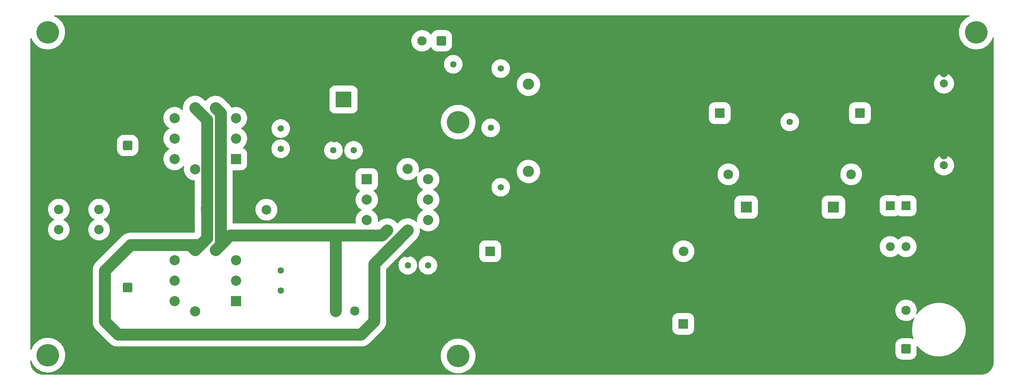
<source format=gbr>
%TF.GenerationSoftware,KiCad,Pcbnew,(6.0.0)*%
%TF.CreationDate,2022-08-03T23:10:52+01:00*%
%TF.ProjectId,Decware SE84 SMD,44656377-6172-4652-9053-45383420534d,rev?*%
%TF.SameCoordinates,Original*%
%TF.FileFunction,Copper,L2,Bot*%
%TF.FilePolarity,Positive*%
%FSLAX46Y46*%
G04 Gerber Fmt 4.6, Leading zero omitted, Abs format (unit mm)*
G04 Created by KiCad (PCBNEW (6.0.0)) date 2022-08-03 23:10:52*
%MOMM*%
%LPD*%
G01*
G04 APERTURE LIST*
G04 Aperture macros list*
%AMRoundRect*
0 Rectangle with rounded corners*
0 $1 Rounding radius*
0 $2 $3 $4 $5 $6 $7 $8 $9 X,Y pos of 4 corners*
0 Add a 4 corners polygon primitive as box body*
4,1,4,$2,$3,$4,$5,$6,$7,$8,$9,$2,$3,0*
0 Add four circle primitives for the rounded corners*
1,1,$1+$1,$2,$3*
1,1,$1+$1,$4,$5*
1,1,$1+$1,$6,$7*
1,1,$1+$1,$8,$9*
0 Add four rect primitives between the rounded corners*
20,1,$1+$1,$2,$3,$4,$5,0*
20,1,$1+$1,$4,$5,$6,$7,0*
20,1,$1+$1,$6,$7,$8,$9,0*
20,1,$1+$1,$8,$9,$2,$3,0*%
G04 Aperture macros list end*
%TA.AperFunction,ComponentPad*%
%ADD10C,5.600000*%
%TD*%
%TA.AperFunction,ComponentPad*%
%ADD11C,1.600000*%
%TD*%
%TA.AperFunction,ComponentPad*%
%ADD12C,2.340000*%
%TD*%
%TA.AperFunction,ComponentPad*%
%ADD13C,2.400000*%
%TD*%
%TA.AperFunction,ComponentPad*%
%ADD14O,2.400000X2.400000*%
%TD*%
%TA.AperFunction,ComponentPad*%
%ADD15R,4.000000X4.000000*%
%TD*%
%TA.AperFunction,ComponentPad*%
%ADD16C,4.000000*%
%TD*%
%TA.AperFunction,ComponentPad*%
%ADD17R,2.200000X2.200000*%
%TD*%
%TA.AperFunction,ComponentPad*%
%ADD18O,2.200000X2.200000*%
%TD*%
%TA.AperFunction,ComponentPad*%
%ADD19RoundRect,0.250001X0.899999X0.899999X-0.899999X0.899999X-0.899999X-0.899999X0.899999X-0.899999X0*%
%TD*%
%TA.AperFunction,ComponentPad*%
%ADD20R,2.800000X2.800000*%
%TD*%
%TA.AperFunction,ComponentPad*%
%ADD21O,2.800000X2.800000*%
%TD*%
%TA.AperFunction,ComponentPad*%
%ADD22R,2.400000X2.400000*%
%TD*%
%TA.AperFunction,ComponentPad*%
%ADD23RoundRect,0.250001X0.899999X-0.899999X0.899999X0.899999X-0.899999X0.899999X-0.899999X-0.899999X0*%
%TD*%
%TA.AperFunction,ComponentPad*%
%ADD24C,2.300000*%
%TD*%
%TA.AperFunction,ComponentPad*%
%ADD25C,2.800000*%
%TD*%
%TA.AperFunction,ComponentPad*%
%ADD26C,2.000000*%
%TD*%
%TA.AperFunction,ComponentPad*%
%ADD27C,3.000000*%
%TD*%
%TA.AperFunction,ComponentPad*%
%ADD28R,2.540000X2.540000*%
%TD*%
%TA.AperFunction,ComponentPad*%
%ADD29C,2.540000*%
%TD*%
%TA.AperFunction,SMDPad,CuDef*%
%ADD30RoundRect,0.250000X0.400000X0.625000X-0.400000X0.625000X-0.400000X-0.625000X0.400000X-0.625000X0*%
%TD*%
%TA.AperFunction,SMDPad,CuDef*%
%ADD31RoundRect,0.250000X-0.400000X-0.625000X0.400000X-0.625000X0.400000X0.625000X-0.400000X0.625000X0*%
%TD*%
%TA.AperFunction,ViaPad*%
%ADD32C,2.000000*%
%TD*%
%TA.AperFunction,Conductor*%
%ADD33C,3.000000*%
%TD*%
G04 APERTURE END LIST*
D10*
%TO.P,J6,1,Pin_1*%
%TO.N,N/C*%
X19208261Y-156050000D03*
%TD*%
D11*
%TO.P,C6,1*%
%TO.N,P2*%
X119839812Y-83740000D03*
%TO.P,C6,2*%
%TO.N,GND*%
X119839812Y-88740000D03*
%TD*%
D12*
%TO.P,RV1,1,1*%
%TO.N,GND*%
X21925909Y-114840000D03*
%TO.P,RV1,2,2*%
%TO.N,Net-(R2-Pad1)*%
X21925909Y-119840000D03*
%TO.P,RV1,3,3*%
%TO.N,Net-(J2-Pad1)*%
X21925909Y-124840000D03*
%TO.P,RV1,4,4*%
%TO.N,GND*%
X31925909Y-114840000D03*
%TO.P,RV1,5,5*%
%TO.N,Net-(R3-Pad1)*%
X31925909Y-119840000D03*
%TO.P,RV1,6,6*%
%TO.N,Net-(J3-Pad1)*%
X31925909Y-124840000D03*
%TD*%
D13*
%TO.P,R20,1*%
%TO.N,GND*%
X42985000Y-119879999D03*
D14*
%TO.P,R20,2*%
%TO.N,Net-(C13-Pad2)*%
X73465000Y-119879999D03*
%TD*%
D15*
%TO.P,C16,1*%
%TO.N,Net-(C13-Pad2)*%
X92597536Y-92497832D03*
D16*
%TO.P,C16,2*%
%TO.N,GND*%
X92597536Y-82497832D03*
%TD*%
D17*
%TO.P,D2,1,K*%
%TO.N,Net-(C1-Pad1)*%
X228290000Y-118906868D03*
D18*
%TO.P,D2,2,A*%
%TO.N,Net-(D2-Pad2)*%
X228290000Y-129066868D03*
%TD*%
D11*
%TO.P,C13,1*%
%TO.N,Net-(C13-Pad1)*%
X77008848Y-140020000D03*
%TO.P,C13,2*%
%TO.N,Net-(C13-Pad2)*%
X77008848Y-135020000D03*
%TD*%
D19*
%TO.P,J5,1,Pin_1*%
%TO.N,Net-(J5-Pad1)*%
X39020000Y-103910000D03*
%TD*%
D20*
%TO.P,C5,1*%
%TO.N,P2*%
X192548657Y-119250000D03*
D21*
%TO.P,C5,2*%
%TO.N,GND*%
X192548657Y-154250000D03*
%TD*%
D22*
%TO.P,C8,1*%
%TO.N,P1*%
X128980000Y-130213759D03*
D14*
%TO.P,C8,2*%
%TO.N,Net-(C8-Pad2)*%
X176980000Y-130213759D03*
%TD*%
D13*
%TO.P,R1,1*%
%TO.N,Net-(C1-Pad1)*%
X218619328Y-111090000D03*
D14*
%TO.P,R1,2*%
%TO.N,P2*%
X188139328Y-111090000D03*
%TD*%
D11*
%TO.P,C15,1*%
%TO.N,Net-(C15-Pad1)*%
X77008848Y-104724749D03*
%TO.P,C15,2*%
%TO.N,Net-(C13-Pad2)*%
X77008848Y-99724749D03*
%TD*%
D23*
%TO.P,J1,1,Pin_1*%
%TO.N,Net-(D2-Pad2)*%
X232224851Y-154500000D03*
D24*
%TO.P,J1,2,Pin_2*%
%TO.N,GND*%
X232224851Y-149700000D03*
%TO.P,J1,3,Pin_3*%
%TO.N,Net-(D1-Pad2)*%
X232224851Y-144900000D03*
%TD*%
D11*
%TO.P,C3,1*%
%TO.N,Net-(C1-Pad1)*%
X203374328Y-98080000D03*
%TO.P,C3,2*%
%TO.N,GND*%
X203374328Y-93080000D03*
%TD*%
D25*
%TO.P,C18,1*%
%TO.N,Net-(C17-Pad1)*%
X138510000Y-110393022D03*
%TO.P,C18,2*%
%TO.N,GND*%
X176010000Y-110393022D03*
%TD*%
D11*
%TO.P,C10,1*%
%TO.N,Net-(C10-Pad1)*%
X95097536Y-105122464D03*
%TO.P,C10,2*%
%TO.N,Net-(C10-Pad2)*%
X90097536Y-105122464D03*
%TD*%
D10*
%TO.P,J6,1,Pin_1*%
%TO.N,N/C*%
X121050000Y-156240628D03*
%TD*%
D11*
%TO.P,C17,1*%
%TO.N,Net-(C17-Pad1)*%
X131630000Y-114293022D03*
%TO.P,C17,2*%
%TO.N,GND*%
X131630000Y-119293022D03*
%TD*%
D22*
%TO.P,C9,1*%
%TO.N,Net-(C8-Pad2)*%
X176930000Y-148259948D03*
D14*
%TO.P,C9,2*%
%TO.N,GND*%
X128930000Y-148259948D03*
%TD*%
D19*
%TO.P,J4,1,Pin_1*%
%TO.N,Net-(J4-Pad1)*%
X39020000Y-139210000D03*
%TD*%
%TO.P,J8,1,Pin_1*%
%TO.N,H2*%
X100220000Y-145080000D03*
D24*
%TO.P,J8,2,Pin_2*%
%TO.N,unconnected-(J8-Pad2)*%
X95420000Y-145080000D03*
%TO.P,J8,3,Pin_3*%
%TO.N,H1*%
X90620000Y-145080000D03*
%TD*%
D26*
%TO.P,J2,1,In*%
%TO.N,Net-(J2-Pad1)*%
X241630000Y-88508817D03*
D27*
%TO.P,J2,2,Ext*%
%TO.N,GND*%
X246730000Y-83458817D03*
D26*
X241630000Y-86008817D03*
D27*
X246730000Y-93558817D03*
%TD*%
D19*
%TO.P,J7,1,Pin_1*%
%TO.N,P2*%
X116890000Y-77897832D03*
D24*
%TO.P,J7,2,Pin_2*%
X112090000Y-77897832D03*
%TD*%
D11*
%TO.P,C11,1*%
%TO.N,Net-(C11-Pad1)*%
X113557536Y-133682464D03*
%TO.P,C11,2*%
%TO.N,Net-(C11-Pad2)*%
X108557536Y-133682464D03*
%TD*%
%TO.P,C7,1*%
%TO.N,P1*%
X129130000Y-99554021D03*
%TO.P,C7,2*%
%TO.N,GND*%
X134130000Y-99554021D03*
%TD*%
D22*
%TO.P,C1,1*%
%TO.N,Net-(C1-Pad1)*%
X220780560Y-95890000D03*
D13*
%TO.P,C1,2*%
%TO.N,GND*%
X213280560Y-95890000D03*
%TD*%
D28*
%TO.P,U2,1,G3's*%
%TO.N,Net-(C13-Pad1)*%
X65903437Y-142590022D03*
D29*
%TO.P,U2,2,G1*%
%TO.N,Net-(R14-Pad2)*%
X65903437Y-137510022D03*
%TO.P,U2,3,K_G3*%
%TO.N,Net-(C13-Pad2)*%
X65903437Y-132430022D03*
%TO.P,U2,4,F1*%
%TO.N,H1*%
X60823437Y-129890022D03*
%TO.P,U2,5,F2*%
%TO.N,H2*%
X55743437Y-129890022D03*
%TO.P,U2,6*%
%TO.N,N/C*%
X50663437Y-132430022D03*
%TO.P,U2,7,A*%
%TO.N,Net-(J4-Pad1)*%
X50663437Y-137510022D03*
%TO.P,U2,8*%
%TO.N,N/C*%
X50663437Y-142590022D03*
%TO.P,U2,9,G2*%
%TO.N,Net-(R18-Pad1)*%
X55743437Y-145130022D03*
%TD*%
D20*
%TO.P,C2,1*%
%TO.N,Net-(C1-Pad1)*%
X214200000Y-119250000D03*
D21*
%TO.P,C2,2*%
%TO.N,GND*%
X214200000Y-154250000D03*
%TD*%
D25*
%TO.P,C12,1*%
%TO.N,Net-(C12-Pad1)*%
X138510000Y-88715025D03*
%TO.P,C12,2*%
%TO.N,GND*%
X176010000Y-88715025D03*
%TD*%
D26*
%TO.P,J3,1,In*%
%TO.N,Net-(J3-Pad1)*%
X241630000Y-108858817D03*
D27*
%TO.P,J3,2,Ext*%
%TO.N,GND*%
X246730000Y-103808817D03*
D26*
X241630000Y-106358817D03*
D27*
X246730000Y-113908817D03*
%TD*%
D28*
%TO.P,U1,1,A*%
%TO.N,Net-(C10-Pad1)*%
X98370000Y-112342486D03*
D29*
%TO.P,U1,2,G*%
%TO.N,Net-(R3-Pad2)*%
X98370000Y-117422486D03*
%TO.P,U1,3,K*%
%TO.N,Net-(R4-Pad1)*%
X98370000Y-122502486D03*
%TO.P,U1,4,F1*%
%TO.N,H1*%
X103450000Y-125042486D03*
%TO.P,U1,5,F2*%
%TO.N,H2*%
X108530000Y-125042486D03*
%TO.P,U1,6,A*%
%TO.N,Net-(C11-Pad1)*%
X113610000Y-122502486D03*
%TO.P,U1,7,G*%
%TO.N,Net-(R2-Pad2)*%
X113610000Y-117422486D03*
%TO.P,U1,8,K*%
%TO.N,Net-(R10-Pad1)*%
X113610000Y-112342486D03*
%TO.P,U1,9*%
%TO.N,N/C*%
X108530000Y-109802486D03*
%TD*%
D10*
%TO.P,J6,1,Pin_1*%
%TO.N,N/C*%
X19165602Y-75770000D03*
%TD*%
D17*
%TO.P,D1,1,K*%
%TO.N,Net-(C1-Pad1)*%
X232224851Y-118916868D03*
D18*
%TO.P,D1,2,A*%
%TO.N,Net-(D1-Pad2)*%
X232224851Y-129076868D03*
%TD*%
D28*
%TO.P,U3,1,G3's*%
%TO.N,Net-(C15-Pad1)*%
X65903437Y-107294771D03*
D29*
%TO.P,U3,2,G1*%
%TO.N,Net-(R16-Pad2)*%
X65903437Y-102214771D03*
%TO.P,U3,3,K_G3*%
%TO.N,Net-(C13-Pad2)*%
X65903437Y-97134771D03*
%TO.P,U3,4,F1*%
%TO.N,H1*%
X60823437Y-94594771D03*
%TO.P,U3,5,F2*%
%TO.N,H2*%
X55743437Y-94594771D03*
%TO.P,U3,6*%
%TO.N,N/C*%
X50663437Y-97134771D03*
%TO.P,U3,7,A*%
%TO.N,Net-(J5-Pad1)*%
X50663437Y-102214771D03*
%TO.P,U3,8*%
%TO.N,N/C*%
X50663437Y-107294771D03*
%TO.P,U3,9,G2*%
%TO.N,Net-(R21-Pad1)*%
X55743437Y-109834771D03*
%TD*%
D10*
%TO.P,J6,1,Pin_1*%
%TO.N,N/C*%
X249647341Y-75770000D03*
%TD*%
D11*
%TO.P,C14,1*%
%TO.N,Net-(C12-Pad1)*%
X131630000Y-84815025D03*
%TO.P,C14,2*%
%TO.N,GND*%
X131630000Y-79815025D03*
%TD*%
D22*
%TO.P,C4,1*%
%TO.N,P2*%
X185968097Y-95890000D03*
D13*
%TO.P,C4,2*%
%TO.N,GND*%
X193468097Y-95890000D03*
%TD*%
D10*
%TO.P,J6,1,Pin_1*%
%TO.N,GND*%
X249663076Y-155590000D03*
%TD*%
%TO.P,J6,1,Pin_1*%
%TO.N,N/C*%
X121050000Y-98130000D03*
%TD*%
D30*
%TO.P,R22,1*%
%TO.N,GND*%
X66020000Y-119879999D03*
%TO.P,R22,2*%
%TO.N,H1*%
X62920000Y-119879999D03*
%TD*%
D31*
%TO.P,R23,1*%
%TO.N,GND*%
X54810000Y-119879999D03*
%TO.P,R23,2*%
%TO.N,H2*%
X57910000Y-119879999D03*
%TD*%
D32*
%TO.N,GND*%
X90912536Y-119237464D03*
X108457536Y-130732464D03*
X90317536Y-102152464D03*
X121407536Y-115542464D03*
%TD*%
D33*
%TO.N,H2*%
X100220000Y-133352486D02*
X108530000Y-125042486D01*
X96880000Y-150910000D02*
X36670000Y-150910000D01*
X33330000Y-135040000D02*
X39749978Y-128620022D01*
X52639978Y-128620022D02*
X54473437Y-128620022D01*
X100220000Y-145080000D02*
X100220000Y-147570000D01*
X100220000Y-147570000D02*
X96880000Y-150910000D01*
X58712948Y-126920511D02*
X58712948Y-97564282D01*
X33330000Y-147570000D02*
X33330000Y-135040000D01*
X100220000Y-145080000D02*
X100220000Y-133352486D01*
X58712948Y-97564282D02*
X55743437Y-94594771D01*
X36670000Y-150910000D02*
X33330000Y-147570000D01*
X52639978Y-128620022D02*
X57013437Y-128620022D01*
X54473437Y-128620022D02*
X55743437Y-129890022D01*
X57013437Y-128620022D02*
X58712948Y-126920511D01*
X39749978Y-128620022D02*
X52639978Y-128620022D01*
X55743437Y-129890022D02*
X58712948Y-126920511D01*
%TO.N,H1*%
X62093437Y-128620022D02*
X62093437Y-95864771D01*
X62093437Y-95864771D02*
X60823437Y-94594771D01*
X103450000Y-125042486D02*
X102180000Y-126312486D01*
X90620000Y-145080000D02*
X90620000Y-126480000D01*
X90452486Y-126312486D02*
X64400973Y-126312486D01*
X90620000Y-126480000D02*
X90452486Y-126312486D01*
X64400973Y-126312486D02*
X60823437Y-129890022D01*
X102180000Y-126312486D02*
X90452486Y-126312486D01*
X60823437Y-129890022D02*
X62093437Y-128620022D01*
%TD*%
%TA.AperFunction,Conductor*%
%TO.N,GND*%
G36*
X248000363Y-71580002D02*
G01*
X248046856Y-71633658D01*
X248056960Y-71703932D01*
X248027466Y-71768512D01*
X247976780Y-71803866D01*
X247937470Y-71818720D01*
X247934803Y-71820027D01*
X247934802Y-71820027D01*
X247728158Y-71921261D01*
X247573210Y-71997169D01*
X247227360Y-72209106D01*
X246902990Y-72452650D01*
X246602980Y-72725639D01*
X246329991Y-73025649D01*
X246328209Y-73028022D01*
X246328206Y-73028026D01*
X246248294Y-73134459D01*
X246086447Y-73350019D01*
X245874510Y-73695869D01*
X245873198Y-73698548D01*
X245873197Y-73698549D01*
X245851173Y-73743506D01*
X245696061Y-74060129D01*
X245695014Y-74062899D01*
X245695013Y-74062902D01*
X245553732Y-74436790D01*
X245553728Y-74436801D01*
X245552684Y-74439565D01*
X245551903Y-74442419D01*
X245551900Y-74442429D01*
X245465905Y-74756774D01*
X245445651Y-74830811D01*
X245375913Y-75230393D01*
X245375681Y-75233341D01*
X245350515Y-75553105D01*
X245344088Y-75634765D01*
X245350460Y-76040337D01*
X245350787Y-76043296D01*
X245350787Y-76043301D01*
X245386637Y-76368027D01*
X245394970Y-76443509D01*
X245395572Y-76446417D01*
X245395573Y-76446422D01*
X245466722Y-76789986D01*
X245477225Y-76840704D01*
X245478098Y-76843540D01*
X245478098Y-76843542D01*
X245517460Y-76971488D01*
X245596495Y-77228394D01*
X245751719Y-77603140D01*
X245941522Y-77961615D01*
X245943147Y-77964089D01*
X245943153Y-77964099D01*
X246088537Y-78185424D01*
X246164218Y-78300637D01*
X246417830Y-78617197D01*
X246700108Y-78908485D01*
X247008545Y-79171915D01*
X247340405Y-79405150D01*
X247414363Y-79447335D01*
X247690165Y-79604650D01*
X247690170Y-79604653D01*
X247692741Y-79606119D01*
X248062426Y-79773038D01*
X248446179Y-79904426D01*
X248449053Y-79905116D01*
X248449060Y-79905118D01*
X248727879Y-79972056D01*
X248840594Y-79999117D01*
X248843526Y-79999534D01*
X248843535Y-79999536D01*
X249239231Y-80055852D01*
X249239234Y-80055852D01*
X249242169Y-80056270D01*
X249245134Y-80056410D01*
X249245136Y-80056410D01*
X249644372Y-80075237D01*
X249647341Y-80075377D01*
X249650310Y-80075237D01*
X250049546Y-80056410D01*
X250049548Y-80056410D01*
X250052513Y-80056270D01*
X250055448Y-80055852D01*
X250055451Y-80055852D01*
X250451147Y-79999536D01*
X250451156Y-79999534D01*
X250454088Y-79999117D01*
X250566803Y-79972056D01*
X250845622Y-79905118D01*
X250845629Y-79905116D01*
X250848503Y-79904426D01*
X251232256Y-79773038D01*
X251601941Y-79606119D01*
X251604512Y-79604653D01*
X251604517Y-79604650D01*
X251880319Y-79447335D01*
X251954277Y-79405150D01*
X252286137Y-79171915D01*
X252594574Y-78908485D01*
X252876852Y-78617197D01*
X253130464Y-78300637D01*
X253206145Y-78185424D01*
X253351529Y-77964099D01*
X253351535Y-77964089D01*
X253353160Y-77961615D01*
X253542963Y-77603140D01*
X253698187Y-77228394D01*
X253753570Y-77048370D01*
X253792718Y-76989142D01*
X253857673Y-76960481D01*
X253927811Y-76971488D01*
X253980865Y-77018666D01*
X254000000Y-77085419D01*
X254000000Y-157652605D01*
X253999287Y-157665994D01*
X253996060Y-157696191D01*
X253995308Y-157703226D01*
X253995605Y-157708378D01*
X253995605Y-157708381D01*
X253998377Y-157756442D01*
X253998413Y-157770289D01*
X253996639Y-157804149D01*
X253983035Y-158063712D01*
X253981657Y-158076828D01*
X253931980Y-158390478D01*
X253929238Y-158403378D01*
X253847047Y-158710120D01*
X253842973Y-158722656D01*
X253823424Y-158773585D01*
X253729172Y-159019119D01*
X253723808Y-159031167D01*
X253579637Y-159314120D01*
X253573046Y-159325536D01*
X253400084Y-159591874D01*
X253392338Y-159602534D01*
X253326815Y-159683448D01*
X253192493Y-159849322D01*
X253183668Y-159859123D01*
X252959123Y-160083668D01*
X252949322Y-160092493D01*
X252718344Y-160279536D01*
X252702537Y-160292336D01*
X252691874Y-160300084D01*
X252425536Y-160473046D01*
X252414120Y-160479637D01*
X252131167Y-160623808D01*
X252119118Y-160629172D01*
X251822656Y-160742973D01*
X251810120Y-160747047D01*
X251503378Y-160829238D01*
X251490478Y-160831980D01*
X251404488Y-160845599D01*
X251176822Y-160881658D01*
X251163714Y-160883035D01*
X250941730Y-160894668D01*
X250904149Y-160896638D01*
X250884167Y-160896098D01*
X250883483Y-160896025D01*
X250881905Y-160895856D01*
X250881901Y-160895856D01*
X250876774Y-160895308D01*
X250871622Y-160895605D01*
X250871618Y-160895605D01*
X250799027Y-160899791D01*
X250791774Y-160900000D01*
X18137395Y-160900000D01*
X18124006Y-160899287D01*
X18091906Y-160895856D01*
X18091900Y-160895856D01*
X18086774Y-160895308D01*
X18081622Y-160895605D01*
X18081619Y-160895605D01*
X18048175Y-160897534D01*
X18033556Y-160898377D01*
X18019711Y-160898413D01*
X17726284Y-160883035D01*
X17713178Y-160881658D01*
X17485512Y-160845599D01*
X17399522Y-160831980D01*
X17386622Y-160829238D01*
X17079880Y-160747047D01*
X17067344Y-160742973D01*
X16770882Y-160629172D01*
X16758833Y-160623808D01*
X16475880Y-160479637D01*
X16464464Y-160473046D01*
X16198126Y-160300084D01*
X16187463Y-160292336D01*
X16171657Y-160279536D01*
X15940678Y-160092493D01*
X15930877Y-160083668D01*
X15706332Y-159859123D01*
X15697507Y-159849322D01*
X15563185Y-159683448D01*
X15497662Y-159602534D01*
X15489916Y-159591874D01*
X15316954Y-159325536D01*
X15310363Y-159314120D01*
X15166192Y-159031167D01*
X15160828Y-159019119D01*
X15066576Y-158773585D01*
X15047027Y-158722656D01*
X15042953Y-158710120D01*
X14960762Y-158403378D01*
X14958020Y-158390478D01*
X14908343Y-158076828D01*
X14906965Y-158063711D01*
X14893362Y-157804149D01*
X14893902Y-157784165D01*
X14894144Y-157781905D01*
X14894144Y-157781901D01*
X14894692Y-157776774D01*
X14890209Y-157699022D01*
X14890000Y-157691774D01*
X14890000Y-157477231D01*
X14910002Y-157409110D01*
X14963658Y-157362617D01*
X15033932Y-157352513D01*
X15098512Y-157382007D01*
X15136430Y-157440182D01*
X15157415Y-157508394D01*
X15312639Y-157883140D01*
X15502442Y-158241615D01*
X15504067Y-158244089D01*
X15504073Y-158244099D01*
X15627661Y-158432243D01*
X15725138Y-158580637D01*
X15978750Y-158897197D01*
X16261028Y-159188485D01*
X16569465Y-159451915D01*
X16901325Y-159685150D01*
X17079408Y-159786727D01*
X17251085Y-159884650D01*
X17251090Y-159884653D01*
X17253661Y-159886119D01*
X17623346Y-160053038D01*
X18007099Y-160184426D01*
X18009973Y-160185116D01*
X18009980Y-160185118D01*
X18248781Y-160242449D01*
X18401514Y-160279117D01*
X18404446Y-160279534D01*
X18404455Y-160279536D01*
X18800151Y-160335852D01*
X18800154Y-160335852D01*
X18803089Y-160336270D01*
X18806054Y-160336410D01*
X18806056Y-160336410D01*
X19205292Y-160355237D01*
X19208261Y-160355377D01*
X19211230Y-160355237D01*
X19610466Y-160336410D01*
X19610468Y-160336410D01*
X19613433Y-160336270D01*
X19616368Y-160335852D01*
X19616371Y-160335852D01*
X20012067Y-160279536D01*
X20012076Y-160279534D01*
X20015008Y-160279117D01*
X20167741Y-160242449D01*
X20406542Y-160185118D01*
X20406549Y-160185116D01*
X20409423Y-160184426D01*
X20793176Y-160053038D01*
X21162861Y-159886119D01*
X21165432Y-159884653D01*
X21165437Y-159884650D01*
X21337114Y-159786727D01*
X21515197Y-159685150D01*
X21847057Y-159451915D01*
X22155494Y-159188485D01*
X22437772Y-158897197D01*
X22691384Y-158580637D01*
X22788861Y-158432243D01*
X22912449Y-158244099D01*
X22912455Y-158244089D01*
X22914080Y-158241615D01*
X23103883Y-157883140D01*
X23259107Y-157508394D01*
X23320627Y-157308422D01*
X23377504Y-157123542D01*
X23377504Y-157123540D01*
X23378377Y-157120704D01*
X23384075Y-157093192D01*
X23460029Y-156726422D01*
X23460030Y-156726417D01*
X23460632Y-156723509D01*
X23460959Y-156720551D01*
X23504871Y-156322796D01*
X23504872Y-156322784D01*
X23505142Y-156320337D01*
X23505344Y-156313936D01*
X23509528Y-156180786D01*
X23511897Y-156105393D01*
X116746747Y-156105393D01*
X116753119Y-156510965D01*
X116753446Y-156513924D01*
X116753446Y-156513929D01*
X116794700Y-156887605D01*
X116797629Y-156914137D01*
X116798231Y-156917045D01*
X116798232Y-156917050D01*
X116846554Y-157150386D01*
X116879884Y-157311332D01*
X116999154Y-157699022D01*
X117154378Y-158073768D01*
X117344181Y-158432243D01*
X117345806Y-158434717D01*
X117345812Y-158434727D01*
X117522942Y-158704380D01*
X117566877Y-158771265D01*
X117820489Y-159087825D01*
X118102767Y-159379113D01*
X118105021Y-159381038D01*
X118358351Y-159597402D01*
X118411204Y-159642543D01*
X118743064Y-159875778D01*
X118921147Y-159977355D01*
X119092824Y-160075278D01*
X119092829Y-160075281D01*
X119095400Y-160076747D01*
X119465085Y-160243666D01*
X119848838Y-160375054D01*
X119851712Y-160375744D01*
X119851719Y-160375746D01*
X120130538Y-160442684D01*
X120243253Y-160469745D01*
X120246185Y-160470162D01*
X120246194Y-160470164D01*
X120641890Y-160526480D01*
X120641893Y-160526480D01*
X120644828Y-160526898D01*
X120647793Y-160527038D01*
X120647795Y-160527038D01*
X121047031Y-160545865D01*
X121050000Y-160546005D01*
X121052969Y-160545865D01*
X121452205Y-160527038D01*
X121452207Y-160527038D01*
X121455172Y-160526898D01*
X121458107Y-160526480D01*
X121458110Y-160526480D01*
X121853806Y-160470164D01*
X121853815Y-160470162D01*
X121856747Y-160469745D01*
X121969462Y-160442684D01*
X122248281Y-160375746D01*
X122248288Y-160375744D01*
X122251162Y-160375054D01*
X122634915Y-160243666D01*
X123004600Y-160076747D01*
X123007171Y-160075281D01*
X123007176Y-160075278D01*
X123178853Y-159977355D01*
X123356936Y-159875778D01*
X123688796Y-159642543D01*
X123741650Y-159597402D01*
X123994979Y-159381038D01*
X123997233Y-159379113D01*
X124279511Y-159087825D01*
X124533123Y-158771265D01*
X124577058Y-158704380D01*
X124754188Y-158434727D01*
X124754194Y-158434717D01*
X124755819Y-158432243D01*
X124945622Y-158073768D01*
X125100846Y-157699022D01*
X125220116Y-157311332D01*
X125253447Y-157150386D01*
X125301768Y-156917050D01*
X125301769Y-156917045D01*
X125302371Y-156914137D01*
X125302698Y-156911179D01*
X125346610Y-156513424D01*
X125346611Y-156513412D01*
X125346881Y-156510965D01*
X125355377Y-156240628D01*
X125336270Y-155835456D01*
X125324858Y-155755272D01*
X125279536Y-155436822D01*
X125279534Y-155436813D01*
X125279117Y-155433881D01*
X125246629Y-155298561D01*
X125185118Y-155042347D01*
X125185116Y-155042340D01*
X125184426Y-155039466D01*
X125053038Y-154655713D01*
X124886119Y-154286028D01*
X124808421Y-154149808D01*
X124686615Y-153936261D01*
X124685150Y-153933692D01*
X124451915Y-153601832D01*
X124413610Y-153556982D01*
X124190410Y-153295649D01*
X124188485Y-153293395D01*
X123897197Y-153011117D01*
X123887876Y-153003649D01*
X123751533Y-152894418D01*
X123580637Y-152757505D01*
X123462242Y-152679734D01*
X123244099Y-152536440D01*
X123244089Y-152536434D01*
X123241615Y-152534809D01*
X122883140Y-152345006D01*
X122508394Y-152189782D01*
X122406009Y-152158284D01*
X122123542Y-152071385D01*
X122123540Y-152071385D01*
X122120704Y-152070512D01*
X122117801Y-152069911D01*
X122117794Y-152069909D01*
X121726422Y-151988860D01*
X121726417Y-151988859D01*
X121723509Y-151988257D01*
X121720560Y-151987931D01*
X121720551Y-151987930D01*
X121323301Y-151944074D01*
X121323296Y-151944074D01*
X121320337Y-151943747D01*
X121317353Y-151943700D01*
X121317351Y-151943700D01*
X121229371Y-151942318D01*
X120914765Y-151937375D01*
X120911821Y-151937607D01*
X120911811Y-151937607D01*
X120524744Y-151968071D01*
X120510393Y-151969200D01*
X120110811Y-152038938D01*
X120107940Y-152039724D01*
X120107933Y-152039725D01*
X119722429Y-152145187D01*
X119722419Y-152145190D01*
X119719565Y-152145971D01*
X119716801Y-152147015D01*
X119716790Y-152147019D01*
X119368247Y-152278723D01*
X119340129Y-152289348D01*
X119337462Y-152290655D01*
X119337461Y-152290655D01*
X119224872Y-152345812D01*
X118975869Y-152467797D01*
X118630019Y-152679734D01*
X118627634Y-152681524D01*
X118627635Y-152681524D01*
X118315874Y-152915601D01*
X118305649Y-152923278D01*
X118303451Y-152925278D01*
X118231999Y-152990295D01*
X118005639Y-153196267D01*
X118003649Y-153198454D01*
X117866791Y-153348859D01*
X117732650Y-153496277D01*
X117730868Y-153498650D01*
X117730865Y-153498654D01*
X117605104Y-153666152D01*
X117489106Y-153820647D01*
X117277169Y-154166497D01*
X117098720Y-154530757D01*
X117097673Y-154533527D01*
X117097672Y-154533530D01*
X116956391Y-154907418D01*
X116956387Y-154907429D01*
X116955343Y-154910193D01*
X116954562Y-154913047D01*
X116954559Y-154913057D01*
X116849097Y-155298561D01*
X116848310Y-155301439D01*
X116778572Y-155701021D01*
X116778340Y-155703969D01*
X116747079Y-156101175D01*
X116746747Y-156105393D01*
X23511897Y-156105393D01*
X23513638Y-156050000D01*
X23494531Y-155644828D01*
X23488241Y-155600634D01*
X23437797Y-155246194D01*
X23437795Y-155246185D01*
X23437378Y-155243253D01*
X23373079Y-154975429D01*
X23343379Y-154851719D01*
X23343377Y-154851712D01*
X23342687Y-154848838D01*
X23211299Y-154465085D01*
X23044380Y-154095400D01*
X22843411Y-153743064D01*
X22610176Y-153411204D01*
X22600066Y-153399366D01*
X22367416Y-153126969D01*
X22346746Y-153102767D01*
X22055458Y-152820489D01*
X21738898Y-152566877D01*
X21620503Y-152489106D01*
X21402360Y-152345812D01*
X21402350Y-152345806D01*
X21399876Y-152344181D01*
X21041401Y-152154378D01*
X20666655Y-151999154D01*
X20630171Y-151987930D01*
X20281803Y-151880757D01*
X20281801Y-151880757D01*
X20278965Y-151879884D01*
X20276062Y-151879283D01*
X20276055Y-151879281D01*
X19884683Y-151798232D01*
X19884678Y-151798231D01*
X19881770Y-151797629D01*
X19878821Y-151797303D01*
X19878812Y-151797302D01*
X19481562Y-151753446D01*
X19481557Y-151753446D01*
X19478598Y-151753119D01*
X19475614Y-151753072D01*
X19475612Y-151753072D01*
X19387632Y-151751690D01*
X19073026Y-151746747D01*
X19070082Y-151746979D01*
X19070072Y-151746979D01*
X18683005Y-151777443D01*
X18668654Y-151778572D01*
X18269072Y-151848310D01*
X18266201Y-151849096D01*
X18266194Y-151849097D01*
X17880690Y-151954559D01*
X17880680Y-151954562D01*
X17877826Y-151955343D01*
X17875062Y-151956387D01*
X17875051Y-151956391D01*
X17501163Y-152097672D01*
X17498390Y-152098720D01*
X17495723Y-152100027D01*
X17495722Y-152100027D01*
X17387091Y-152153245D01*
X17134130Y-152277169D01*
X16788280Y-152489106D01*
X16785895Y-152490896D01*
X16785896Y-152490896D01*
X16547199Y-152670115D01*
X16463910Y-152732650D01*
X16163900Y-153005639D01*
X15890911Y-153305649D01*
X15889129Y-153308022D01*
X15889126Y-153308026D01*
X15720815Y-153532195D01*
X15647367Y-153630019D01*
X15645813Y-153632555D01*
X15472951Y-153914641D01*
X15435430Y-153975869D01*
X15256981Y-154340129D01*
X15255934Y-154342899D01*
X15255933Y-154342902D01*
X15133866Y-154665943D01*
X15091076Y-154722596D01*
X15024450Y-154747121D01*
X14955141Y-154731733D01*
X14905155Y-154681316D01*
X14890000Y-154621405D01*
X14890000Y-135102945D01*
X30325074Y-135102945D01*
X30325359Y-135106566D01*
X30325359Y-135106568D01*
X30329112Y-135154252D01*
X30329500Y-135164138D01*
X30329500Y-147397017D01*
X30329035Y-147405462D01*
X30329122Y-147405467D01*
X30328932Y-147409096D01*
X30328534Y-147412700D01*
X30328553Y-147416327D01*
X30329498Y-147596787D01*
X30329500Y-147597447D01*
X30329500Y-147658189D01*
X30329603Y-147659969D01*
X30329604Y-147660021D01*
X30329662Y-147661023D01*
X30329868Y-147667591D01*
X30330124Y-147716315D01*
X30330346Y-147758723D01*
X30339329Y-147832952D01*
X30340030Y-147840807D01*
X30340932Y-147856445D01*
X30343991Y-147909500D01*
X30344334Y-147915453D01*
X30346989Y-147930662D01*
X30360004Y-148005237D01*
X30360966Y-148011759D01*
X30371916Y-148102244D01*
X30372766Y-148105783D01*
X30389368Y-148174932D01*
X30390974Y-148182686D01*
X30398293Y-148224622D01*
X30403826Y-148256328D01*
X30404854Y-148259798D01*
X30404855Y-148259803D01*
X30429715Y-148343727D01*
X30431413Y-148350060D01*
X30452696Y-148438710D01*
X30478393Y-148508931D01*
X30480860Y-148516390D01*
X30502103Y-148588106D01*
X30503528Y-148591448D01*
X30503531Y-148591455D01*
X30537862Y-148671941D01*
X30540291Y-148678076D01*
X30571610Y-148763661D01*
X30573242Y-148766906D01*
X30573246Y-148766915D01*
X30605197Y-148830441D01*
X30608526Y-148837611D01*
X30637862Y-148906389D01*
X30645000Y-148918903D01*
X30683018Y-148985556D01*
X30686135Y-148991368D01*
X30727087Y-149072792D01*
X30729072Y-149075814D01*
X30729079Y-149075826D01*
X30768123Y-149135265D01*
X30772258Y-149142013D01*
X30807505Y-149203806D01*
X30807510Y-149203813D01*
X30809304Y-149206959D01*
X30811443Y-149209870D01*
X30811445Y-149209874D01*
X30863267Y-149280420D01*
X30867032Y-149285837D01*
X30894426Y-149327540D01*
X30917064Y-149362004D01*
X30919389Y-149364785D01*
X30919393Y-149364790D01*
X30965020Y-149419360D01*
X30969898Y-149425580D01*
X31014157Y-149485832D01*
X31023311Y-149495683D01*
X31076198Y-149552596D01*
X31080559Y-149557543D01*
X31113031Y-149596379D01*
X31165847Y-149649195D01*
X31169052Y-149652519D01*
X31249705Y-149739312D01*
X31286123Y-149770415D01*
X31288836Y-149772733D01*
X31296101Y-149779449D01*
X34426003Y-152909351D01*
X34431654Y-152915660D01*
X34431719Y-152915601D01*
X34434143Y-152918294D01*
X34436415Y-152921129D01*
X34438995Y-152923682D01*
X34567457Y-153050806D01*
X34567924Y-153051272D01*
X34610685Y-153094033D01*
X34612058Y-153095256D01*
X34612062Y-153095260D01*
X34612778Y-153095898D01*
X34617581Y-153100408D01*
X34679374Y-153161557D01*
X34682371Y-153164523D01*
X34685228Y-153166763D01*
X34685238Y-153166772D01*
X34741201Y-153210653D01*
X34747273Y-153215729D01*
X34803087Y-153265457D01*
X34806048Y-153267538D01*
X34806053Y-153267542D01*
X34877659Y-153317867D01*
X34882954Y-153321800D01*
X34954672Y-153378034D01*
X34957765Y-153379930D01*
X34957776Y-153379937D01*
X35018423Y-153417102D01*
X35025038Y-153421447D01*
X35040758Y-153432495D01*
X35086189Y-153464424D01*
X35089366Y-153466149D01*
X35089379Y-153466157D01*
X35166284Y-153507912D01*
X35171998Y-153511211D01*
X35246606Y-153556932D01*
X35246626Y-153556943D01*
X35249709Y-153558832D01*
X35252994Y-153560357D01*
X35252998Y-153560359D01*
X35283647Y-153574585D01*
X35317509Y-153590303D01*
X35324573Y-153593857D01*
X35387085Y-153627799D01*
X35387098Y-153627805D01*
X35390284Y-153629535D01*
X35393650Y-153630888D01*
X35474857Y-153663533D01*
X35480910Y-153666152D01*
X35563570Y-153704522D01*
X35567011Y-153705660D01*
X35567016Y-153705662D01*
X35634525Y-153727989D01*
X35641956Y-153730708D01*
X35707967Y-153757244D01*
X35707981Y-153757249D01*
X35711340Y-153758599D01*
X35799270Y-153782654D01*
X35805568Y-153784556D01*
X35888636Y-153812028D01*
X35888646Y-153812031D01*
X35892097Y-153813172D01*
X35895652Y-153813908D01*
X35895655Y-153813909D01*
X35916680Y-153818263D01*
X35965302Y-153828332D01*
X35972981Y-153830176D01*
X36045103Y-153849906D01*
X36048697Y-153850456D01*
X36048702Y-153850457D01*
X36135200Y-153863693D01*
X36141692Y-153864861D01*
X36227370Y-153882604D01*
X36227375Y-153882605D01*
X36230935Y-153883342D01*
X36234557Y-153883665D01*
X36234562Y-153883666D01*
X36305393Y-153889987D01*
X36313254Y-153890938D01*
X36387149Y-153902246D01*
X36478229Y-153905586D01*
X36484806Y-153906000D01*
X36492923Y-153906724D01*
X36532439Y-153910251D01*
X36532447Y-153910251D01*
X36535233Y-153910500D01*
X36609944Y-153910500D01*
X36614561Y-153910585D01*
X36729305Y-153914793D01*
X36729313Y-153914793D01*
X36732944Y-153914926D01*
X36736564Y-153914641D01*
X36736567Y-153914641D01*
X36784249Y-153910888D01*
X36794135Y-153910500D01*
X96707017Y-153910500D01*
X96715462Y-153910965D01*
X96715467Y-153910878D01*
X96719096Y-153911068D01*
X96722700Y-153911466D01*
X96906787Y-153910502D01*
X96907447Y-153910500D01*
X96968189Y-153910500D01*
X96969969Y-153910397D01*
X96970021Y-153910396D01*
X96971023Y-153910338D01*
X96977591Y-153910132D01*
X97058638Y-153909707D01*
X97068723Y-153909654D01*
X97142952Y-153900671D01*
X97150807Y-153899970D01*
X97193898Y-153897486D01*
X97221833Y-153895875D01*
X97221838Y-153895874D01*
X97225453Y-153895666D01*
X97315242Y-153879995D01*
X97321759Y-153879034D01*
X97355671Y-153874930D01*
X97408626Y-153868522D01*
X97408629Y-153868521D01*
X97412244Y-153868084D01*
X97484947Y-153850629D01*
X97492679Y-153849027D01*
X97523190Y-153843702D01*
X97562760Y-153836797D01*
X97562765Y-153836796D01*
X97566328Y-153836174D01*
X97569798Y-153835146D01*
X97569803Y-153835145D01*
X97618746Y-153820647D01*
X97653739Y-153810282D01*
X97660060Y-153808587D01*
X97748710Y-153787304D01*
X97818931Y-153761607D01*
X97826390Y-153759140D01*
X97898106Y-153737897D01*
X97901448Y-153736472D01*
X97901455Y-153736469D01*
X97981941Y-153702138D01*
X97988076Y-153699709D01*
X97996456Y-153696642D01*
X98073661Y-153668390D01*
X98076906Y-153666758D01*
X98076915Y-153666754D01*
X98140441Y-153634803D01*
X98147611Y-153631474D01*
X98216389Y-153602138D01*
X98289635Y-153560359D01*
X98295556Y-153556982D01*
X98301368Y-153553865D01*
X98379563Y-153514537D01*
X98382792Y-153512913D01*
X98385814Y-153510928D01*
X98385826Y-153510921D01*
X98445265Y-153471877D01*
X98452013Y-153467742D01*
X98513806Y-153432495D01*
X98513813Y-153432490D01*
X98516959Y-153430696D01*
X98540192Y-153413630D01*
X98590420Y-153376733D01*
X98595837Y-153372968D01*
X98668978Y-153324924D01*
X98668982Y-153324921D01*
X98672004Y-153322936D01*
X98674785Y-153320611D01*
X98674790Y-153320607D01*
X98729360Y-153274980D01*
X98735580Y-153270102D01*
X98795832Y-153225843D01*
X98862598Y-153163800D01*
X98867545Y-153159439D01*
X98885603Y-153144340D01*
X98906379Y-153126969D01*
X98959195Y-153074153D01*
X98962519Y-153070948D01*
X99026905Y-153011117D01*
X99049312Y-152990295D01*
X99082733Y-152951164D01*
X99089449Y-152943899D01*
X102219351Y-149813997D01*
X102225660Y-149808346D01*
X102225601Y-149808281D01*
X102228294Y-149805857D01*
X102231129Y-149803585D01*
X102360806Y-149672543D01*
X102361272Y-149672076D01*
X102404033Y-149629315D01*
X102405898Y-149627222D01*
X102410408Y-149622419D01*
X102471969Y-149560210D01*
X102471970Y-149560209D01*
X102474523Y-149557629D01*
X102476763Y-149554772D01*
X102476772Y-149554762D01*
X102488755Y-149539480D01*
X174229500Y-149539480D01*
X174236897Y-149653868D01*
X174237864Y-149658380D01*
X174237865Y-149658385D01*
X174248495Y-149707968D01*
X174288619Y-149895127D01*
X174379049Y-150124698D01*
X174505761Y-150336417D01*
X174665350Y-150524598D01*
X174853531Y-150684187D01*
X175065250Y-150810899D01*
X175070057Y-150812792D01*
X175070060Y-150812794D01*
X175185931Y-150858436D01*
X175294821Y-150901329D01*
X175423317Y-150928877D01*
X175531563Y-150952083D01*
X175531568Y-150952084D01*
X175536080Y-150953051D01*
X175650468Y-150960448D01*
X178209532Y-150960448D01*
X178323920Y-150953051D01*
X178328432Y-150952084D01*
X178328437Y-150952083D01*
X178436683Y-150928877D01*
X178565179Y-150901329D01*
X178674069Y-150858436D01*
X178789940Y-150812794D01*
X178789943Y-150812792D01*
X178794750Y-150810899D01*
X179006469Y-150684187D01*
X179194650Y-150524598D01*
X179354239Y-150336417D01*
X179480951Y-150124698D01*
X179571381Y-149895127D01*
X179611505Y-149707968D01*
X179622135Y-149658385D01*
X179622136Y-149658380D01*
X179623103Y-149653868D01*
X179630500Y-149539480D01*
X179630500Y-146980416D01*
X179623103Y-146866028D01*
X179612758Y-146817771D01*
X179582810Y-146678079D01*
X179571381Y-146624769D01*
X179510561Y-146470367D01*
X179482846Y-146400008D01*
X179482844Y-146400005D01*
X179480951Y-146395198D01*
X179354239Y-146183479D01*
X179194650Y-145995298D01*
X179006469Y-145835709D01*
X178794750Y-145708997D01*
X178789943Y-145707104D01*
X178789940Y-145707102D01*
X178674069Y-145661460D01*
X178565179Y-145618567D01*
X178435850Y-145590841D01*
X178328437Y-145567813D01*
X178328432Y-145567812D01*
X178323920Y-145566845D01*
X178209532Y-145559448D01*
X175650468Y-145559448D01*
X175536080Y-145566845D01*
X175531568Y-145567812D01*
X175531563Y-145567813D01*
X175424150Y-145590841D01*
X175294821Y-145618567D01*
X175185931Y-145661460D01*
X175070060Y-145707102D01*
X175070057Y-145707104D01*
X175065250Y-145708997D01*
X174853531Y-145835709D01*
X174665350Y-145995298D01*
X174505761Y-146183479D01*
X174379049Y-146395198D01*
X174377156Y-146400005D01*
X174377154Y-146400008D01*
X174349439Y-146470367D01*
X174288619Y-146624769D01*
X174277190Y-146678079D01*
X174247243Y-146817771D01*
X174236897Y-146866028D01*
X174229500Y-146980416D01*
X174229500Y-149539480D01*
X102488755Y-149539480D01*
X102520653Y-149498799D01*
X102525729Y-149492727D01*
X102573046Y-149439619D01*
X102575457Y-149436913D01*
X102583417Y-149425588D01*
X102627867Y-149362341D01*
X102631800Y-149357046D01*
X102685794Y-149288185D01*
X102685795Y-149288183D01*
X102688034Y-149285328D01*
X102689930Y-149282235D01*
X102689937Y-149282224D01*
X102727102Y-149221577D01*
X102731447Y-149214962D01*
X102772339Y-149156777D01*
X102774424Y-149153811D01*
X102776149Y-149150634D01*
X102776157Y-149150621D01*
X102811788Y-149084995D01*
X102817915Y-149073711D01*
X102821211Y-149068002D01*
X102866932Y-148993394D01*
X102866943Y-148993374D01*
X102868832Y-148990291D01*
X102900303Y-148922491D01*
X102903857Y-148915427D01*
X102937799Y-148852915D01*
X102937805Y-148852902D01*
X102939535Y-148849716D01*
X102973533Y-148765143D01*
X102976152Y-148759090D01*
X102997302Y-148713527D01*
X103014522Y-148676430D01*
X103037989Y-148605475D01*
X103040708Y-148598044D01*
X103067244Y-148532033D01*
X103067249Y-148532019D01*
X103068599Y-148528660D01*
X103074002Y-148508912D01*
X103074490Y-148507128D01*
X103092654Y-148440730D01*
X103094556Y-148434432D01*
X103122028Y-148351364D01*
X103122031Y-148351354D01*
X103123172Y-148347903D01*
X103138332Y-148274698D01*
X103140178Y-148267010D01*
X103143101Y-148256328D01*
X103159906Y-148194897D01*
X103162961Y-148174932D01*
X103173693Y-148104800D01*
X103174861Y-148098308D01*
X103192604Y-148012630D01*
X103192605Y-148012625D01*
X103193342Y-148009065D01*
X103199987Y-147934607D01*
X103200938Y-147926748D01*
X103211696Y-147856445D01*
X103212246Y-147852851D01*
X103215586Y-147761771D01*
X103216000Y-147755191D01*
X103220251Y-147707561D01*
X103220251Y-147707553D01*
X103220500Y-147704767D01*
X103220500Y-147630056D01*
X103220585Y-147625439D01*
X103224793Y-147510695D01*
X103224793Y-147510687D01*
X103224926Y-147507056D01*
X103220888Y-147455751D01*
X103220500Y-147445865D01*
X103220500Y-144872194D01*
X229569652Y-144872194D01*
X229572431Y-144928015D01*
X229585270Y-145185910D01*
X229585542Y-145191382D01*
X229586183Y-145195113D01*
X229586184Y-145195121D01*
X229627334Y-145434597D01*
X229639663Y-145506350D01*
X229640751Y-145509989D01*
X229640752Y-145509992D01*
X229722661Y-145783874D01*
X229731232Y-145812535D01*
X229732745Y-145816006D01*
X229732747Y-145816012D01*
X229760087Y-145878740D01*
X229858921Y-146105501D01*
X229860844Y-146108773D01*
X229860846Y-146108776D01*
X229902259Y-146179222D01*
X230020882Y-146381006D01*
X230023183Y-146384021D01*
X230212468Y-146632044D01*
X230212473Y-146632049D01*
X230214768Y-146635057D01*
X230217412Y-146637771D01*
X230387014Y-146811872D01*
X230437771Y-146863976D01*
X230540037Y-146946347D01*
X230683707Y-147062068D01*
X230683712Y-147062072D01*
X230686660Y-147064446D01*
X230957830Y-147233563D01*
X230961278Y-147235175D01*
X230961279Y-147235175D01*
X231036438Y-147270302D01*
X231247353Y-147368877D01*
X231250963Y-147370060D01*
X231250967Y-147370062D01*
X231433714Y-147429970D01*
X231551036Y-147468430D01*
X231864479Y-147530777D01*
X231868251Y-147531064D01*
X231868259Y-147531065D01*
X232179366Y-147554730D01*
X232179371Y-147554730D01*
X232183143Y-147555017D01*
X232502410Y-147540799D01*
X232506148Y-147540177D01*
X232506156Y-147540176D01*
X232813923Y-147488949D01*
X232813931Y-147488947D01*
X232817657Y-147488327D01*
X233124317Y-147398363D01*
X233417948Y-147272209D01*
X233421226Y-147270305D01*
X233421232Y-147270302D01*
X233581977Y-147176933D01*
X233694296Y-147111693D01*
X233949360Y-146919140D01*
X234150534Y-146725208D01*
X234213458Y-146692330D01*
X234284169Y-146698692D01*
X234340216Y-146742273D01*
X234363804Y-146809237D01*
X234351986Y-146869576D01*
X234351508Y-146870592D01*
X234350420Y-146872695D01*
X234349499Y-146874860D01*
X234349495Y-146874868D01*
X234155575Y-147330609D01*
X234154655Y-147332772D01*
X234153897Y-147335005D01*
X234029663Y-147700988D01*
X233993937Y-147806232D01*
X233993348Y-147808517D01*
X233993347Y-147808521D01*
X233942656Y-148005237D01*
X233869171Y-148290410D01*
X233868753Y-148292743D01*
X233868752Y-148292749D01*
X233843387Y-148434432D01*
X233781059Y-148782579D01*
X233730097Y-149279970D01*
X233730034Y-149282304D01*
X233730033Y-149282317D01*
X233722583Y-149557629D01*
X233718460Y-149710000D01*
X233716572Y-149779782D01*
X233740561Y-150279201D01*
X233801928Y-150775415D01*
X233802390Y-150777717D01*
X233802392Y-150777729D01*
X233837390Y-150952083D01*
X233900328Y-151265632D01*
X233900967Y-151267913D01*
X233979094Y-151546790D01*
X234035207Y-151747090D01*
X234037514Y-151753446D01*
X234082739Y-151878039D01*
X234087180Y-151948897D01*
X234052607Y-152010907D01*
X233989998Y-152044382D01*
X233919230Y-152038693D01*
X233905244Y-152032333D01*
X233834559Y-151994828D01*
X233834557Y-151994827D01*
X233830433Y-151992639D01*
X233691850Y-151943700D01*
X233589509Y-151907559D01*
X233589505Y-151907558D01*
X233585099Y-151906002D01*
X233580515Y-151905115D01*
X233580511Y-151905114D01*
X233417275Y-151873532D01*
X233329655Y-151856580D01*
X233208699Y-151849500D01*
X231241003Y-151849500D01*
X231117005Y-151856940D01*
X230861647Y-151906808D01*
X230616465Y-151993873D01*
X230386845Y-152116221D01*
X230335373Y-152154378D01*
X230181580Y-152268386D01*
X230181575Y-152268390D01*
X230177832Y-152271165D01*
X230174539Y-152274463D01*
X230174534Y-152274468D01*
X230103315Y-152345812D01*
X229994016Y-152455302D01*
X229839437Y-152664585D01*
X229837247Y-152668712D01*
X229837246Y-152668714D01*
X229755617Y-152822561D01*
X229717490Y-152894418D01*
X229700016Y-152943899D01*
X229636072Y-153124974D01*
X229630853Y-153139752D01*
X229629966Y-153144336D01*
X229629965Y-153144340D01*
X229601525Y-153291336D01*
X229581431Y-153395196D01*
X229574351Y-153516152D01*
X229574351Y-155483848D01*
X229581791Y-155607846D01*
X229631659Y-155863204D01*
X229633221Y-155867604D01*
X229633222Y-155867606D01*
X229649968Y-155914765D01*
X229718724Y-156108386D01*
X229841072Y-156338006D01*
X229866992Y-156372971D01*
X229993237Y-156543271D01*
X229993241Y-156543276D01*
X229996016Y-156547019D01*
X229999314Y-156550312D01*
X229999319Y-156550317D01*
X230169851Y-156720551D01*
X230180153Y-156730835D01*
X230389436Y-156885414D01*
X230619269Y-157007361D01*
X230730718Y-157046718D01*
X230860193Y-157092441D01*
X230860197Y-157092442D01*
X230864603Y-157093998D01*
X230869187Y-157094885D01*
X230869191Y-157094886D01*
X231002636Y-157120704D01*
X231120047Y-157143420D01*
X231241003Y-157150500D01*
X233208699Y-157150500D01*
X233332697Y-157143060D01*
X233588055Y-157093192D01*
X233833237Y-157006127D01*
X234062857Y-156883779D01*
X234167364Y-156806307D01*
X234268122Y-156731614D01*
X234268127Y-156731610D01*
X234271870Y-156728835D01*
X234275163Y-156725537D01*
X234275168Y-156725532D01*
X234452383Y-156548007D01*
X234452384Y-156548005D01*
X234455686Y-156544698D01*
X234610265Y-156335415D01*
X234621997Y-156313304D01*
X234730023Y-156109708D01*
X234730024Y-156109706D01*
X234732212Y-156105582D01*
X234799597Y-155914765D01*
X234817292Y-155864658D01*
X234817293Y-155864654D01*
X234818849Y-155860248D01*
X234868271Y-155604804D01*
X234875351Y-155483848D01*
X234875351Y-153846439D01*
X234895353Y-153778318D01*
X234949009Y-153731825D01*
X235019283Y-153721721D01*
X235083863Y-153751215D01*
X235101780Y-153770347D01*
X235208702Y-153911466D01*
X235223289Y-153930719D01*
X235366456Y-154092824D01*
X235539477Y-154288733D01*
X235554269Y-154305482D01*
X235912416Y-154654373D01*
X235914237Y-154655898D01*
X235914240Y-154655901D01*
X236023145Y-154747121D01*
X236295714Y-154975429D01*
X236702006Y-155266843D01*
X237129004Y-155526972D01*
X237131106Y-155528045D01*
X237131109Y-155528047D01*
X237572198Y-155753279D01*
X237572206Y-155753283D01*
X237574304Y-155754354D01*
X238035400Y-155947707D01*
X238509695Y-156105944D01*
X238994520Y-156228173D01*
X238996828Y-156228574D01*
X238996834Y-156228575D01*
X239080467Y-156243096D01*
X239487144Y-156313707D01*
X239489491Y-156313935D01*
X239489498Y-156313936D01*
X239982434Y-156361835D01*
X239982445Y-156361836D01*
X239984795Y-156362064D01*
X239987153Y-156362115D01*
X239987162Y-156362116D01*
X240291019Y-156368746D01*
X240484670Y-156372971D01*
X240718382Y-156360518D01*
X240981613Y-156346492D01*
X240981616Y-156346492D01*
X240983957Y-156346367D01*
X241479843Y-156282403D01*
X241482152Y-156281927D01*
X241967212Y-156181918D01*
X241967223Y-156181915D01*
X241969538Y-156181438D01*
X242235614Y-156105393D01*
X242448017Y-156044688D01*
X242448026Y-156044685D01*
X242450283Y-156044040D01*
X242452486Y-156043227D01*
X242452493Y-156043225D01*
X242917144Y-155871806D01*
X242917151Y-155871803D01*
X242919374Y-155870983D01*
X243374169Y-155663242D01*
X243482319Y-155603663D01*
X243810049Y-155423119D01*
X243810054Y-155423116D01*
X243812107Y-155421985D01*
X243814057Y-155420712D01*
X243814071Y-155420703D01*
X244228741Y-155149867D01*
X244230724Y-155148572D01*
X244232611Y-155147127D01*
X244625772Y-154845989D01*
X244625778Y-154845984D01*
X244627662Y-154844541D01*
X245000686Y-154511603D01*
X245215534Y-154288733D01*
X245346050Y-154153344D01*
X245346056Y-154153338D01*
X245347698Y-154151634D01*
X245493362Y-153975869D01*
X245665245Y-153768467D01*
X245665252Y-153768458D01*
X245666742Y-153766660D01*
X245737610Y-153666754D01*
X245954665Y-153360764D01*
X245954666Y-153360762D01*
X245956024Y-153358848D01*
X246034807Y-153227990D01*
X246212694Y-152932521D01*
X246212698Y-152932514D01*
X246213914Y-152930494D01*
X246216544Y-152925278D01*
X246398014Y-152565246D01*
X246438961Y-152484009D01*
X246629898Y-152021907D01*
X246785649Y-151546790D01*
X246905338Y-151061333D01*
X246932576Y-150899436D01*
X246987897Y-150570608D01*
X246988291Y-150568267D01*
X246991997Y-150527941D01*
X247033854Y-150072414D01*
X247034042Y-150070370D01*
X247043793Y-149710000D01*
X247041513Y-149649253D01*
X247025124Y-149212726D01*
X247025124Y-149212724D01*
X247025035Y-149210357D01*
X246968868Y-148713527D01*
X246933770Y-148528660D01*
X246876047Y-148224622D01*
X246876044Y-148224610D01*
X246875607Y-148222307D01*
X246817240Y-148005237D01*
X246746388Y-147741734D01*
X246746385Y-147741725D01*
X246745777Y-147739463D01*
X246580110Y-147267712D01*
X246579171Y-147265569D01*
X246579166Y-147265555D01*
X246380485Y-146811872D01*
X246380483Y-146811868D01*
X246379538Y-146809710D01*
X246145190Y-146368036D01*
X246142680Y-146364057D01*
X245979543Y-146105501D01*
X245878386Y-145945177D01*
X245876991Y-145943296D01*
X245876982Y-145943282D01*
X245582037Y-145545414D01*
X245580627Y-145543512D01*
X245463568Y-145408137D01*
X245255142Y-145167098D01*
X245255132Y-145167087D01*
X245253590Y-145165304D01*
X244899116Y-144812681D01*
X244519200Y-144487629D01*
X244489416Y-144465790D01*
X244117904Y-144193386D01*
X244117899Y-144193383D01*
X244115982Y-144191977D01*
X244052755Y-144152545D01*
X243693745Y-143928646D01*
X243693737Y-143928641D01*
X243691732Y-143927391D01*
X243248837Y-143695359D01*
X243246689Y-143694432D01*
X243246675Y-143694425D01*
X242791953Y-143498120D01*
X242791945Y-143498117D01*
X242789791Y-143497187D01*
X242317179Y-143333992D01*
X242314907Y-143333394D01*
X242314901Y-143333392D01*
X241835938Y-143207292D01*
X241835926Y-143207289D01*
X241833661Y-143206693D01*
X241831349Y-143206267D01*
X241831342Y-143206265D01*
X241479074Y-143141294D01*
X241341960Y-143116005D01*
X240844843Y-143062440D01*
X240842464Y-143062363D01*
X240842462Y-143062363D01*
X240347469Y-143046374D01*
X240347463Y-143046374D01*
X240345109Y-143046298D01*
X239845571Y-143067672D01*
X239614893Y-143094974D01*
X239351379Y-143126163D01*
X239351369Y-143126165D01*
X239349042Y-143126440D01*
X239346729Y-143126892D01*
X239346727Y-143126892D01*
X238860631Y-143221820D01*
X238860628Y-143221821D01*
X238858317Y-143222272D01*
X238376159Y-143354628D01*
X238373937Y-143355422D01*
X238373932Y-143355423D01*
X237907522Y-143521963D01*
X237905282Y-143522763D01*
X237674498Y-143625273D01*
X237450517Y-143724761D01*
X237450512Y-143724764D01*
X237448336Y-143725730D01*
X237446244Y-143726854D01*
X237446236Y-143726858D01*
X237009981Y-143961266D01*
X237009967Y-143961274D01*
X237007896Y-143962387D01*
X236586439Y-144231402D01*
X236584540Y-144232825D01*
X236584536Y-144232828D01*
X236534493Y-144270333D01*
X236186339Y-144531260D01*
X236184567Y-144532808D01*
X236184559Y-144532815D01*
X235811617Y-144858727D01*
X235809848Y-144860273D01*
X235459086Y-145216588D01*
X235271363Y-145438336D01*
X235142259Y-145590841D01*
X235136028Y-145598201D01*
X235134644Y-145600110D01*
X235134642Y-145600112D01*
X234968505Y-145829200D01*
X234912320Y-145872603D01*
X234841589Y-145878740D01*
X234778769Y-145845663D01*
X234743803Y-145783874D01*
X234746980Y-145715352D01*
X234749100Y-145708997D01*
X234789717Y-145587254D01*
X234853705Y-145274141D01*
X234879614Y-144955609D01*
X234880196Y-144900000D01*
X234878749Y-144875986D01*
X234861192Y-144584773D01*
X234861192Y-144584769D01*
X234860964Y-144580995D01*
X234851622Y-144529840D01*
X234804228Y-144270333D01*
X234804227Y-144270329D01*
X234803548Y-144266611D01*
X234708778Y-143961402D01*
X234578027Y-143669789D01*
X234413190Y-143395996D01*
X234410863Y-143393012D01*
X234410858Y-143393005D01*
X234218991Y-143146984D01*
X234218989Y-143146981D01*
X234216655Y-143143989D01*
X233991267Y-142917418D01*
X233860576Y-142814390D01*
X233743270Y-142721913D01*
X233743263Y-142721908D01*
X233740292Y-142719566D01*
X233467366Y-142553297D01*
X233176442Y-142421022D01*
X232871733Y-142324655D01*
X232732193Y-142298415D01*
X232561378Y-142266293D01*
X232561373Y-142266292D01*
X232557654Y-142265593D01*
X232238754Y-142244691D01*
X232234975Y-142244899D01*
X232234973Y-142244899D01*
X232138065Y-142250232D01*
X231919653Y-142262253D01*
X231915926Y-142262914D01*
X231915922Y-142262914D01*
X231678958Y-142304910D01*
X231604973Y-142318022D01*
X231601348Y-142319127D01*
X231601343Y-142319128D01*
X231422903Y-142373513D01*
X231299272Y-142411193D01*
X231006978Y-142540415D01*
X230732326Y-142703816D01*
X230729325Y-142706132D01*
X230729321Y-142706134D01*
X230482296Y-142896712D01*
X230479293Y-142899029D01*
X230445957Y-142931845D01*
X230258445Y-143116435D01*
X230251545Y-143123227D01*
X230052381Y-143373163D01*
X229884686Y-143645215D01*
X229750889Y-143935443D01*
X229711275Y-144058459D01*
X229655124Y-144232828D01*
X229652929Y-144239643D01*
X229652210Y-144243359D01*
X229652208Y-144243367D01*
X229596508Y-144531260D01*
X229592223Y-144553408D01*
X229591956Y-144557184D01*
X229591955Y-144557189D01*
X229570496Y-144860273D01*
X229569652Y-144872194D01*
X103220500Y-144872194D01*
X103220500Y-134647524D01*
X103240502Y-134579403D01*
X103257405Y-134558429D01*
X104133370Y-133682464D01*
X106252100Y-133682464D01*
X106252370Y-133686583D01*
X106271261Y-133974809D01*
X106271823Y-133983384D01*
X106272625Y-133987417D01*
X106272626Y-133987423D01*
X106323590Y-134243633D01*
X106330656Y-134279155D01*
X106331983Y-134283064D01*
X106331984Y-134283068D01*
X106408495Y-134508460D01*
X106427591Y-134564716D01*
X106429415Y-134568414D01*
X106520714Y-134753550D01*
X106560970Y-134835182D01*
X106596674Y-134888617D01*
X106724464Y-135079868D01*
X106728511Y-135085925D01*
X106731225Y-135089019D01*
X106731229Y-135089025D01*
X106841187Y-135214407D01*
X106927347Y-135312653D01*
X106930436Y-135315362D01*
X107150975Y-135508771D01*
X107150981Y-135508775D01*
X107154075Y-135511489D01*
X107157501Y-135513778D01*
X107157506Y-135513782D01*
X107305460Y-135612641D01*
X107404818Y-135679030D01*
X107408517Y-135680854D01*
X107408522Y-135680857D01*
X107547370Y-135749329D01*
X107675284Y-135812409D01*
X107679189Y-135813735D01*
X107679190Y-135813735D01*
X107956932Y-135908016D01*
X107956936Y-135908017D01*
X107960845Y-135909344D01*
X107964889Y-135910148D01*
X107964895Y-135910150D01*
X108252577Y-135967374D01*
X108252583Y-135967375D01*
X108256616Y-135968177D01*
X108260721Y-135968446D01*
X108260728Y-135968447D01*
X108553417Y-135987630D01*
X108557536Y-135987900D01*
X108561655Y-135987630D01*
X108854344Y-135968447D01*
X108854351Y-135968446D01*
X108858456Y-135968177D01*
X108862489Y-135967375D01*
X108862495Y-135967374D01*
X109150177Y-135910150D01*
X109150183Y-135910148D01*
X109154227Y-135909344D01*
X109158136Y-135908017D01*
X109158140Y-135908016D01*
X109435882Y-135813735D01*
X109435883Y-135813735D01*
X109439788Y-135812409D01*
X109567702Y-135749329D01*
X109706550Y-135680857D01*
X109706555Y-135680854D01*
X109710254Y-135679030D01*
X109809612Y-135612641D01*
X109957566Y-135513782D01*
X109957571Y-135513778D01*
X109960997Y-135511489D01*
X109964091Y-135508775D01*
X109964097Y-135508771D01*
X110184636Y-135315362D01*
X110187725Y-135312653D01*
X110273885Y-135214407D01*
X110383843Y-135089025D01*
X110383847Y-135089019D01*
X110386561Y-135085925D01*
X110390609Y-135079868D01*
X110518398Y-134888617D01*
X110554102Y-134835182D01*
X110594359Y-134753550D01*
X110685657Y-134568414D01*
X110687481Y-134564716D01*
X110706577Y-134508460D01*
X110783088Y-134283068D01*
X110783089Y-134283064D01*
X110784416Y-134279155D01*
X110791482Y-134243633D01*
X110842446Y-133987423D01*
X110842447Y-133987417D01*
X110843249Y-133983384D01*
X110843812Y-133974809D01*
X110862702Y-133686583D01*
X110862972Y-133682464D01*
X111252100Y-133682464D01*
X111252370Y-133686583D01*
X111271261Y-133974809D01*
X111271823Y-133983384D01*
X111272625Y-133987417D01*
X111272626Y-133987423D01*
X111323590Y-134243633D01*
X111330656Y-134279155D01*
X111331983Y-134283064D01*
X111331984Y-134283068D01*
X111408495Y-134508460D01*
X111427591Y-134564716D01*
X111429415Y-134568414D01*
X111520714Y-134753550D01*
X111560970Y-134835182D01*
X111596674Y-134888617D01*
X111724464Y-135079868D01*
X111728511Y-135085925D01*
X111731225Y-135089019D01*
X111731229Y-135089025D01*
X111841187Y-135214407D01*
X111927347Y-135312653D01*
X111930436Y-135315362D01*
X112150975Y-135508771D01*
X112150981Y-135508775D01*
X112154075Y-135511489D01*
X112157501Y-135513778D01*
X112157506Y-135513782D01*
X112305460Y-135612641D01*
X112404818Y-135679030D01*
X112408517Y-135680854D01*
X112408522Y-135680857D01*
X112547370Y-135749329D01*
X112675284Y-135812409D01*
X112679189Y-135813735D01*
X112679190Y-135813735D01*
X112956932Y-135908016D01*
X112956936Y-135908017D01*
X112960845Y-135909344D01*
X112964889Y-135910148D01*
X112964895Y-135910150D01*
X113252577Y-135967374D01*
X113252583Y-135967375D01*
X113256616Y-135968177D01*
X113260721Y-135968446D01*
X113260728Y-135968447D01*
X113553417Y-135987630D01*
X113557536Y-135987900D01*
X113561655Y-135987630D01*
X113854344Y-135968447D01*
X113854351Y-135968446D01*
X113858456Y-135968177D01*
X113862489Y-135967375D01*
X113862495Y-135967374D01*
X114150177Y-135910150D01*
X114150183Y-135910148D01*
X114154227Y-135909344D01*
X114158136Y-135908017D01*
X114158140Y-135908016D01*
X114435882Y-135813735D01*
X114435883Y-135813735D01*
X114439788Y-135812409D01*
X114567702Y-135749329D01*
X114706550Y-135680857D01*
X114706555Y-135680854D01*
X114710254Y-135679030D01*
X114809612Y-135612641D01*
X114957566Y-135513782D01*
X114957571Y-135513778D01*
X114960997Y-135511489D01*
X114964091Y-135508775D01*
X114964097Y-135508771D01*
X115184636Y-135315362D01*
X115187725Y-135312653D01*
X115273885Y-135214407D01*
X115383843Y-135089025D01*
X115383847Y-135089019D01*
X115386561Y-135085925D01*
X115390609Y-135079868D01*
X115518398Y-134888617D01*
X115554102Y-134835182D01*
X115594359Y-134753550D01*
X115685657Y-134568414D01*
X115687481Y-134564716D01*
X115706577Y-134508460D01*
X115783088Y-134283068D01*
X115783089Y-134283064D01*
X115784416Y-134279155D01*
X115791482Y-134243633D01*
X115842446Y-133987423D01*
X115842447Y-133987417D01*
X115843249Y-133983384D01*
X115843812Y-133974809D01*
X115862702Y-133686583D01*
X115862972Y-133682464D01*
X115848351Y-133459386D01*
X115843519Y-133385656D01*
X115843518Y-133385649D01*
X115843249Y-133381544D01*
X115831937Y-133324672D01*
X115785222Y-133089823D01*
X115785220Y-133089817D01*
X115784416Y-133085773D01*
X115780173Y-133073272D01*
X115688807Y-132804118D01*
X115688807Y-132804117D01*
X115687481Y-132800212D01*
X115603896Y-132630718D01*
X115555929Y-132533450D01*
X115555926Y-132533445D01*
X115554102Y-132529746D01*
X115480127Y-132419035D01*
X115388854Y-132282434D01*
X115388850Y-132282429D01*
X115386561Y-132279003D01*
X115383847Y-132275909D01*
X115383843Y-132275903D01*
X115190434Y-132055364D01*
X115187725Y-132052275D01*
X115136178Y-132007069D01*
X114964097Y-131856157D01*
X114964091Y-131856153D01*
X114960997Y-131853439D01*
X114957571Y-131851150D01*
X114957566Y-131851146D01*
X114713687Y-131688192D01*
X114710254Y-131685898D01*
X114706555Y-131684074D01*
X114706550Y-131684071D01*
X114529672Y-131596845D01*
X114439788Y-131552519D01*
X114435882Y-131551193D01*
X114265309Y-131493291D01*
X126279500Y-131493291D01*
X126286897Y-131607679D01*
X126287864Y-131612191D01*
X126287865Y-131612196D01*
X126297689Y-131658018D01*
X126338619Y-131848938D01*
X126371415Y-131932195D01*
X126426789Y-132072771D01*
X126429049Y-132078509D01*
X126431705Y-132082946D01*
X126431705Y-132082947D01*
X126444246Y-132103902D01*
X126555761Y-132290228D01*
X126715350Y-132478409D01*
X126903531Y-132637998D01*
X127115250Y-132764710D01*
X127120057Y-132766603D01*
X127120060Y-132766605D01*
X127235931Y-132812247D01*
X127344821Y-132855140D01*
X127444176Y-132876440D01*
X127581563Y-132905894D01*
X127581568Y-132905895D01*
X127586080Y-132906862D01*
X127700468Y-132914259D01*
X130259532Y-132914259D01*
X130373920Y-132906862D01*
X130378432Y-132905895D01*
X130378437Y-132905894D01*
X130515824Y-132876440D01*
X130615179Y-132855140D01*
X130724069Y-132812247D01*
X130839940Y-132766605D01*
X130839943Y-132766603D01*
X130844750Y-132764710D01*
X131056469Y-132637998D01*
X131244650Y-132478409D01*
X131404239Y-132290228D01*
X131515754Y-132103902D01*
X131528295Y-132082947D01*
X131528295Y-132082946D01*
X131530951Y-132078509D01*
X131533212Y-132072771D01*
X131588585Y-131932195D01*
X131621381Y-131848938D01*
X131662311Y-131658018D01*
X131672135Y-131612196D01*
X131672136Y-131612191D01*
X131673103Y-131607679D01*
X131680500Y-131493291D01*
X131680500Y-130185428D01*
X174274712Y-130185428D01*
X174290902Y-130510638D01*
X174291543Y-130514369D01*
X174291544Y-130514377D01*
X174337049Y-130779194D01*
X174346045Y-130831548D01*
X174347133Y-130835187D01*
X174347134Y-130835190D01*
X174432754Y-131121481D01*
X174439341Y-131143508D01*
X174440854Y-131146979D01*
X174440856Y-131146985D01*
X174505172Y-131294548D01*
X174569439Y-131442001D01*
X174571362Y-131445273D01*
X174571364Y-131445276D01*
X174602101Y-131497561D01*
X174734455Y-131722703D01*
X174736756Y-131725718D01*
X174929698Y-131978534D01*
X174929703Y-131978540D01*
X174931998Y-131981547D01*
X174965085Y-132015512D01*
X175117721Y-132172196D01*
X175159208Y-132214784D01*
X175412792Y-132419035D01*
X175436631Y-132433902D01*
X175656679Y-132571136D01*
X175689078Y-132591342D01*
X175984063Y-132729210D01*
X176059758Y-132754024D01*
X176288371Y-132828967D01*
X176293474Y-132830640D01*
X176612830Y-132894164D01*
X176616602Y-132894451D01*
X176616610Y-132894452D01*
X176933728Y-132918574D01*
X176933733Y-132918574D01*
X176937505Y-132918861D01*
X177262795Y-132904374D01*
X177583989Y-132850913D01*
X177896434Y-132759252D01*
X178195604Y-132630718D01*
X178198882Y-132628814D01*
X178198888Y-132628811D01*
X178384089Y-132521237D01*
X178477165Y-132467174D01*
X178737040Y-132270989D01*
X178936708Y-132078509D01*
X178968730Y-132047640D01*
X178968733Y-132047636D01*
X178971464Y-132045004D01*
X178973862Y-132042059D01*
X179174643Y-131795437D01*
X179174647Y-131795431D01*
X179177040Y-131792492D01*
X179350792Y-131517113D01*
X179490202Y-131222854D01*
X179593251Y-130913977D01*
X179658446Y-130594958D01*
X179684843Y-130270417D01*
X179685436Y-130213759D01*
X179681526Y-130148895D01*
X179666069Y-129892514D01*
X179666069Y-129892510D01*
X179665841Y-129888736D01*
X179661399Y-129864410D01*
X179608025Y-129572163D01*
X179607342Y-129568422D01*
X179510784Y-129257455D01*
X179413098Y-129039586D01*
X225684890Y-129039586D01*
X225685079Y-129043378D01*
X225698644Y-129315865D01*
X225700480Y-129352754D01*
X225701121Y-129356485D01*
X225701122Y-129356493D01*
X225743823Y-129604994D01*
X225753581Y-129661780D01*
X225754669Y-129665419D01*
X225754670Y-129665422D01*
X225806994Y-129840380D01*
X225843422Y-129962188D01*
X225968703Y-130249628D01*
X226127608Y-130519935D01*
X226129909Y-130522950D01*
X226315536Y-130766181D01*
X226315541Y-130766187D01*
X226317836Y-130769194D01*
X226320480Y-130771908D01*
X226458878Y-130913977D01*
X226536632Y-130993794D01*
X226661793Y-131094606D01*
X226777873Y-131188104D01*
X226777878Y-131188108D01*
X226780826Y-131190482D01*
X227046881Y-131356409D01*
X227330942Y-131489171D01*
X227343510Y-131493291D01*
X227606222Y-131579412D01*
X227628896Y-131586845D01*
X227936427Y-131648017D01*
X227940199Y-131648304D01*
X227940207Y-131648305D01*
X228245301Y-131671513D01*
X228245306Y-131671513D01*
X228249078Y-131671800D01*
X228562323Y-131657849D01*
X228871623Y-131606368D01*
X228875257Y-131605302D01*
X228875261Y-131605301D01*
X229168856Y-131519169D01*
X229168864Y-131519166D01*
X229172498Y-131518100D01*
X229230243Y-131493291D01*
X229457106Y-131395823D01*
X229457108Y-131395822D01*
X229460590Y-131394326D01*
X229731725Y-131236839D01*
X229968730Y-131057918D01*
X229978952Y-131050201D01*
X229978953Y-131050200D01*
X229981976Y-131047918D01*
X230117198Y-130917564D01*
X230166345Y-130870186D01*
X230229271Y-130837308D01*
X230299982Y-130843670D01*
X230344047Y-130872978D01*
X230468824Y-131001065D01*
X230468829Y-131001069D01*
X230471483Y-131003794D01*
X230529099Y-131050201D01*
X230712724Y-131198104D01*
X230712729Y-131198108D01*
X230715677Y-131200482D01*
X230981732Y-131366409D01*
X231265793Y-131499171D01*
X231269402Y-131500354D01*
X231529646Y-131585666D01*
X231563747Y-131596845D01*
X231871278Y-131658017D01*
X231875050Y-131658304D01*
X231875058Y-131658305D01*
X232180152Y-131681513D01*
X232180157Y-131681513D01*
X232183929Y-131681800D01*
X232497174Y-131667849D01*
X232806474Y-131616368D01*
X232810108Y-131615302D01*
X232810112Y-131615301D01*
X233103707Y-131529169D01*
X233103715Y-131529166D01*
X233107349Y-131528100D01*
X233197959Y-131489171D01*
X233391957Y-131405823D01*
X233391959Y-131405822D01*
X233395441Y-131404326D01*
X233666576Y-131246839D01*
X233916827Y-131057918D01*
X234111569Y-130870186D01*
X234139839Y-130842934D01*
X234139841Y-130842931D01*
X234142570Y-130840301D01*
X234144964Y-130837361D01*
X234144969Y-130837355D01*
X234338134Y-130600088D01*
X234340534Y-130597140D01*
X234507852Y-130331958D01*
X234509475Y-130328532D01*
X234509479Y-130328525D01*
X234640470Y-130052034D01*
X234642099Y-130048596D01*
X234741332Y-129751157D01*
X234804113Y-129443951D01*
X234829533Y-129131428D01*
X234830104Y-129076868D01*
X234827857Y-129039586D01*
X234811463Y-128767659D01*
X234811463Y-128767655D01*
X234811235Y-128763881D01*
X234754901Y-128455428D01*
X234746266Y-128427617D01*
X234668666Y-128177706D01*
X234661919Y-128155977D01*
X234653541Y-128137290D01*
X234535191Y-127873334D01*
X234533636Y-127869865D01*
X234371908Y-127601236D01*
X234369581Y-127598252D01*
X234369576Y-127598245D01*
X234181416Y-127356978D01*
X234181414Y-127356975D01*
X234179080Y-127353983D01*
X233957944Y-127131687D01*
X233948667Y-127124373D01*
X233814239Y-127018399D01*
X233711704Y-126937567D01*
X233443927Y-126774435D01*
X233440483Y-126772869D01*
X233440479Y-126772867D01*
X233334076Y-126724489D01*
X233158490Y-126644655D01*
X233126871Y-126634655D01*
X233090334Y-126623100D01*
X232859530Y-126550106D01*
X232722468Y-126524332D01*
X232555100Y-126492858D01*
X232555095Y-126492857D01*
X232551376Y-126492158D01*
X232238492Y-126471651D01*
X232234712Y-126471859D01*
X232234711Y-126471859D01*
X232143145Y-126476898D01*
X231925411Y-126488881D01*
X231921684Y-126489542D01*
X231921680Y-126489542D01*
X231676822Y-126532937D01*
X231616667Y-126543598D01*
X231613042Y-126544703D01*
X231613037Y-126544704D01*
X231470491Y-126588149D01*
X231316733Y-126635011D01*
X231313269Y-126636542D01*
X231313262Y-126636545D01*
X231137113Y-126714420D01*
X231029953Y-126761795D01*
X231026699Y-126763731D01*
X231026693Y-126763734D01*
X230777307Y-126912104D01*
X230760482Y-126922114D01*
X230757481Y-126924429D01*
X230757477Y-126924432D01*
X230666934Y-126994285D01*
X230512222Y-127113645D01*
X230509524Y-127116301D01*
X230350378Y-127272966D01*
X230287800Y-127306500D01*
X230217026Y-127300879D01*
X230172657Y-127272035D01*
X230025765Y-127124373D01*
X230023093Y-127121687D01*
X229776853Y-126927567D01*
X229509076Y-126764435D01*
X229505632Y-126762869D01*
X229505628Y-126762867D01*
X229399225Y-126714489D01*
X229223639Y-126634655D01*
X228924679Y-126540106D01*
X228787617Y-126514332D01*
X228620249Y-126482858D01*
X228620244Y-126482857D01*
X228616525Y-126482158D01*
X228303641Y-126461651D01*
X228299861Y-126461859D01*
X228299860Y-126461859D01*
X228208294Y-126466898D01*
X227990560Y-126478881D01*
X227986833Y-126479542D01*
X227986829Y-126479542D01*
X227738024Y-126523636D01*
X227681816Y-126533598D01*
X227678191Y-126534703D01*
X227678186Y-126534704D01*
X227482695Y-126594285D01*
X227381882Y-126625011D01*
X227378418Y-126626542D01*
X227378411Y-126626545D01*
X227202262Y-126704420D01*
X227095102Y-126751795D01*
X227091848Y-126753731D01*
X227091842Y-126753734D01*
X226830196Y-126909398D01*
X226825631Y-126912114D01*
X226822630Y-126914429D01*
X226822626Y-126914432D01*
X226732083Y-126984285D01*
X226577371Y-127103645D01*
X226574673Y-127106301D01*
X226448905Y-127230109D01*
X226353920Y-127323613D01*
X226158513Y-127568834D01*
X225993982Y-127835754D01*
X225862709Y-128120507D01*
X225861550Y-128124107D01*
X225861547Y-128124114D01*
X225767758Y-128415359D01*
X225766596Y-128418968D01*
X225765877Y-128422684D01*
X225765875Y-128422692D01*
X225715195Y-128684636D01*
X225707035Y-128726814D01*
X225706768Y-128730590D01*
X225706767Y-128730595D01*
X225690255Y-128963810D01*
X225684890Y-129039586D01*
X179413098Y-129039586D01*
X179377567Y-128960341D01*
X179209621Y-128681383D01*
X179207294Y-128678399D01*
X179207289Y-128678392D01*
X179011713Y-128427617D01*
X179011711Y-128427615D01*
X179009377Y-128424622D01*
X178779738Y-128193777D01*
X178524029Y-127992192D01*
X178245954Y-127822788D01*
X178127453Y-127768909D01*
X177952994Y-127689586D01*
X177952986Y-127689583D01*
X177949542Y-127688017D01*
X177639085Y-127589832D01*
X177497071Y-127563127D01*
X177322805Y-127530356D01*
X177322800Y-127530355D01*
X177319081Y-127529656D01*
X176994166Y-127508360D01*
X176990386Y-127508568D01*
X176990385Y-127508568D01*
X176905150Y-127513259D01*
X176669045Y-127526253D01*
X176665318Y-127526914D01*
X176665314Y-127526914D01*
X176445526Y-127565866D01*
X176348429Y-127583074D01*
X176344804Y-127584179D01*
X176344799Y-127584180D01*
X176143196Y-127645625D01*
X176036961Y-127678003D01*
X176033497Y-127679534D01*
X176033490Y-127679537D01*
X175849938Y-127760685D01*
X175739153Y-127809662D01*
X175735899Y-127811598D01*
X175735893Y-127811601D01*
X175462578Y-127974206D01*
X175459319Y-127976145D01*
X175201513Y-128175041D01*
X175198812Y-128177700D01*
X175198805Y-128177706D01*
X175029299Y-128344571D01*
X174969469Y-128403469D01*
X174967105Y-128406436D01*
X174967102Y-128406439D01*
X174825906Y-128583629D01*
X174766548Y-128658119D01*
X174595690Y-128935303D01*
X174459369Y-129231006D01*
X174458210Y-129234607D01*
X174458207Y-129234613D01*
X174365822Y-129521498D01*
X174359560Y-129540944D01*
X174358841Y-129544660D01*
X174358839Y-129544668D01*
X174298428Y-129856910D01*
X174298427Y-129856919D01*
X174297709Y-129860629D01*
X174297442Y-129864405D01*
X174297441Y-129864410D01*
X174277159Y-130150870D01*
X174274712Y-130185428D01*
X131680500Y-130185428D01*
X131680500Y-128934227D01*
X131673103Y-128819839D01*
X131661917Y-128767659D01*
X131638433Y-128658119D01*
X131621381Y-128578580D01*
X131578488Y-128469690D01*
X131532846Y-128353819D01*
X131532844Y-128353816D01*
X131530951Y-128349009D01*
X131404239Y-128137290D01*
X131244650Y-127949109D01*
X131056469Y-127789520D01*
X130844750Y-127662808D01*
X130839943Y-127660915D01*
X130839940Y-127660913D01*
X130696698Y-127604489D01*
X130615179Y-127572378D01*
X130486683Y-127544830D01*
X130378437Y-127521624D01*
X130378432Y-127521623D01*
X130373920Y-127520656D01*
X130259532Y-127513259D01*
X127700468Y-127513259D01*
X127586080Y-127520656D01*
X127581568Y-127521623D01*
X127581563Y-127521624D01*
X127473317Y-127544830D01*
X127344821Y-127572378D01*
X127263302Y-127604489D01*
X127120060Y-127660913D01*
X127120057Y-127660915D01*
X127115250Y-127662808D01*
X126903531Y-127789520D01*
X126715350Y-127949109D01*
X126555761Y-128137290D01*
X126429049Y-128349009D01*
X126427156Y-128353816D01*
X126427154Y-128353819D01*
X126381512Y-128469690D01*
X126338619Y-128578580D01*
X126321567Y-128658119D01*
X126298084Y-128767659D01*
X126286897Y-128819839D01*
X126279500Y-128934227D01*
X126279500Y-131493291D01*
X114265309Y-131493291D01*
X114158140Y-131456912D01*
X114158136Y-131456911D01*
X114154227Y-131455584D01*
X114150183Y-131454780D01*
X114150177Y-131454778D01*
X113862495Y-131397554D01*
X113862489Y-131397553D01*
X113858456Y-131396751D01*
X113854351Y-131396482D01*
X113854344Y-131396481D01*
X113561655Y-131377298D01*
X113557536Y-131377028D01*
X113553417Y-131377298D01*
X113260728Y-131396481D01*
X113260721Y-131396482D01*
X113256616Y-131396751D01*
X113252583Y-131397553D01*
X113252577Y-131397554D01*
X112964895Y-131454778D01*
X112964889Y-131454780D01*
X112960845Y-131455584D01*
X112956936Y-131456911D01*
X112956932Y-131456912D01*
X112679190Y-131551193D01*
X112675284Y-131552519D01*
X112585400Y-131596845D01*
X112408522Y-131684071D01*
X112408517Y-131684074D01*
X112404818Y-131685898D01*
X112401385Y-131688192D01*
X112157506Y-131851146D01*
X112157501Y-131851150D01*
X112154075Y-131853439D01*
X112150981Y-131856153D01*
X112150975Y-131856157D01*
X111978894Y-132007069D01*
X111927347Y-132052275D01*
X111924638Y-132055364D01*
X111731229Y-132275903D01*
X111731225Y-132275909D01*
X111728511Y-132279003D01*
X111726222Y-132282429D01*
X111726218Y-132282434D01*
X111634945Y-132419035D01*
X111560970Y-132529746D01*
X111559146Y-132533445D01*
X111559143Y-132533450D01*
X111511176Y-132630718D01*
X111427591Y-132800212D01*
X111426265Y-132804117D01*
X111426265Y-132804118D01*
X111334900Y-133073272D01*
X111330656Y-133085773D01*
X111329852Y-133089817D01*
X111329850Y-133089823D01*
X111283136Y-133324672D01*
X111271823Y-133381544D01*
X111271554Y-133385649D01*
X111271553Y-133385656D01*
X111266721Y-133459386D01*
X111252100Y-133682464D01*
X110862972Y-133682464D01*
X110848351Y-133459386D01*
X110843519Y-133385656D01*
X110843518Y-133385649D01*
X110843249Y-133381544D01*
X110831937Y-133324672D01*
X110785222Y-133089823D01*
X110785220Y-133089817D01*
X110784416Y-133085773D01*
X110780173Y-133073272D01*
X110688807Y-132804118D01*
X110688807Y-132804117D01*
X110687481Y-132800212D01*
X110603896Y-132630718D01*
X110555929Y-132533450D01*
X110555926Y-132533445D01*
X110554102Y-132529746D01*
X110480127Y-132419035D01*
X110388854Y-132282434D01*
X110388850Y-132282429D01*
X110386561Y-132279003D01*
X110383847Y-132275909D01*
X110383843Y-132275903D01*
X110190434Y-132055364D01*
X110187725Y-132052275D01*
X110136178Y-132007069D01*
X109964097Y-131856157D01*
X109964091Y-131856153D01*
X109960997Y-131853439D01*
X109957571Y-131851150D01*
X109957566Y-131851146D01*
X109713687Y-131688192D01*
X109710254Y-131685898D01*
X109706555Y-131684074D01*
X109706550Y-131684071D01*
X109529672Y-131596845D01*
X109439788Y-131552519D01*
X109435882Y-131551193D01*
X109158140Y-131456912D01*
X109158136Y-131456911D01*
X109154227Y-131455584D01*
X109150183Y-131454780D01*
X109150177Y-131454778D01*
X108862495Y-131397554D01*
X108862489Y-131397553D01*
X108858456Y-131396751D01*
X108854351Y-131396482D01*
X108854344Y-131396481D01*
X108561655Y-131377298D01*
X108557536Y-131377028D01*
X108553417Y-131377298D01*
X108260728Y-131396481D01*
X108260721Y-131396482D01*
X108256616Y-131396751D01*
X108252583Y-131397553D01*
X108252577Y-131397554D01*
X107964895Y-131454778D01*
X107964889Y-131454780D01*
X107960845Y-131455584D01*
X107956936Y-131456911D01*
X107956932Y-131456912D01*
X107679190Y-131551193D01*
X107675284Y-131552519D01*
X107585400Y-131596845D01*
X107408522Y-131684071D01*
X107408517Y-131684074D01*
X107404818Y-131685898D01*
X107401385Y-131688192D01*
X107157506Y-131851146D01*
X107157501Y-131851150D01*
X107154075Y-131853439D01*
X107150981Y-131856153D01*
X107150975Y-131856157D01*
X106978894Y-132007069D01*
X106927347Y-132052275D01*
X106924638Y-132055364D01*
X106731229Y-132275903D01*
X106731225Y-132275909D01*
X106728511Y-132279003D01*
X106726222Y-132282429D01*
X106726218Y-132282434D01*
X106634945Y-132419035D01*
X106560970Y-132529746D01*
X106559146Y-132533445D01*
X106559143Y-132533450D01*
X106511176Y-132630718D01*
X106427591Y-132800212D01*
X106426265Y-132804117D01*
X106426265Y-132804118D01*
X106334900Y-133073272D01*
X106330656Y-133085773D01*
X106329852Y-133089817D01*
X106329850Y-133089823D01*
X106283136Y-133324672D01*
X106271823Y-133381544D01*
X106271554Y-133385649D01*
X106271553Y-133385656D01*
X106266721Y-133459386D01*
X106252100Y-133682464D01*
X104133370Y-133682464D01*
X110714033Y-127101801D01*
X110885457Y-126909398D01*
X110951047Y-126816074D01*
X111082335Y-126629270D01*
X111082336Y-126629268D01*
X111084425Y-126626296D01*
X111249535Y-126322201D01*
X111274570Y-126259926D01*
X111377245Y-126004514D01*
X111377247Y-126004509D01*
X111378599Y-126001145D01*
X111469906Y-125667382D01*
X111470610Y-125662785D01*
X111521696Y-125328929D01*
X111522246Y-125325336D01*
X111527355Y-125186021D01*
X111534793Y-124983180D01*
X111534793Y-124983172D01*
X111534926Y-124979541D01*
X111528354Y-124896029D01*
X111507777Y-124634581D01*
X111509606Y-124634437D01*
X111519037Y-124571406D01*
X111565837Y-124518018D01*
X111634071Y-124498407D01*
X111702076Y-124518799D01*
X111723602Y-124536483D01*
X111739351Y-124552649D01*
X111739356Y-124552653D01*
X111742011Y-124555379D01*
X111875327Y-124662760D01*
X111999215Y-124762547D01*
X111999221Y-124762551D01*
X112002168Y-124764925D01*
X112285615Y-124941699D01*
X112588247Y-125083140D01*
X112591857Y-125084323D01*
X112591861Y-125084325D01*
X112902082Y-125186021D01*
X112905679Y-125187200D01*
X113233313Y-125252370D01*
X113237086Y-125252657D01*
X113237093Y-125252658D01*
X113562626Y-125277421D01*
X113562631Y-125277421D01*
X113566403Y-125277708D01*
X113900125Y-125262845D01*
X114229645Y-125207998D01*
X114550189Y-125113961D01*
X114857114Y-124982095D01*
X115145974Y-124814312D01*
X115148996Y-124812031D01*
X115149000Y-124812028D01*
X115409561Y-124615324D01*
X115409562Y-124615323D01*
X115412585Y-124613041D01*
X115653085Y-124381199D01*
X115706087Y-124316097D01*
X115861599Y-124125079D01*
X115861600Y-124125078D01*
X115863990Y-124122142D01*
X116009916Y-123890863D01*
X116040222Y-123842831D01*
X116040225Y-123842825D01*
X116042245Y-123839624D01*
X116185269Y-123537737D01*
X116290989Y-123220855D01*
X116357874Y-122893566D01*
X116384955Y-122560613D01*
X116385564Y-122502486D01*
X116385155Y-122495701D01*
X116365690Y-122172814D01*
X116365689Y-122172807D01*
X116365462Y-122169039D01*
X116323543Y-121939514D01*
X116306126Y-121844148D01*
X116306125Y-121844143D01*
X116305445Y-121840421D01*
X116295572Y-121808622D01*
X116246598Y-121650901D01*
X116206385Y-121521394D01*
X116201264Y-121509971D01*
X116113732Y-121314750D01*
X116069715Y-121216578D01*
X115897415Y-120930389D01*
X115895088Y-120927405D01*
X115895083Y-120927398D01*
X115740770Y-120729532D01*
X189648157Y-120729532D01*
X189655554Y-120843920D01*
X189656521Y-120848432D01*
X189656522Y-120848437D01*
X189674789Y-120933642D01*
X189707276Y-121085179D01*
X189745948Y-121183353D01*
X189784115Y-121280246D01*
X189797706Y-121314750D01*
X189924418Y-121526469D01*
X190084007Y-121714650D01*
X190272188Y-121874239D01*
X190483907Y-122000951D01*
X190488714Y-122002844D01*
X190488717Y-122002846D01*
X190585677Y-122041039D01*
X190713478Y-122091381D01*
X190841974Y-122118929D01*
X190950220Y-122142135D01*
X190950225Y-122142136D01*
X190954737Y-122143103D01*
X191069125Y-122150500D01*
X194028189Y-122150500D01*
X194142577Y-122143103D01*
X194147089Y-122142136D01*
X194147094Y-122142135D01*
X194255340Y-122118929D01*
X194383836Y-122091381D01*
X194511637Y-122041039D01*
X194608597Y-122002846D01*
X194608600Y-122002844D01*
X194613407Y-122000951D01*
X194825126Y-121874239D01*
X195013307Y-121714650D01*
X195172896Y-121526469D01*
X195299608Y-121314750D01*
X195313200Y-121280246D01*
X195351366Y-121183353D01*
X195390038Y-121085179D01*
X195422525Y-120933642D01*
X195440792Y-120848437D01*
X195440793Y-120848432D01*
X195441760Y-120843920D01*
X195449157Y-120729532D01*
X211299500Y-120729532D01*
X211306897Y-120843920D01*
X211307864Y-120848432D01*
X211307865Y-120848437D01*
X211326132Y-120933642D01*
X211358619Y-121085179D01*
X211397291Y-121183353D01*
X211435458Y-121280246D01*
X211449049Y-121314750D01*
X211575761Y-121526469D01*
X211735350Y-121714650D01*
X211923531Y-121874239D01*
X212135250Y-122000951D01*
X212140057Y-122002844D01*
X212140060Y-122002846D01*
X212237020Y-122041039D01*
X212364821Y-122091381D01*
X212493317Y-122118929D01*
X212601563Y-122142135D01*
X212601568Y-122142136D01*
X212606080Y-122143103D01*
X212720468Y-122150500D01*
X215679532Y-122150500D01*
X215793920Y-122143103D01*
X215798432Y-122142136D01*
X215798437Y-122142135D01*
X215906683Y-122118929D01*
X216035179Y-122091381D01*
X216162980Y-122041039D01*
X216259940Y-122002846D01*
X216259943Y-122002844D01*
X216264750Y-122000951D01*
X216476469Y-121874239D01*
X216664650Y-121714650D01*
X216824239Y-121526469D01*
X216950951Y-121314750D01*
X216964543Y-121280246D01*
X217002709Y-121183353D01*
X217041381Y-121085179D01*
X217073868Y-120933642D01*
X217092135Y-120848437D01*
X217092136Y-120848432D01*
X217093103Y-120843920D01*
X217100500Y-120729532D01*
X217100500Y-120086400D01*
X225689500Y-120086400D01*
X225696897Y-120200788D01*
X225697864Y-120205300D01*
X225697865Y-120205305D01*
X225701307Y-120221359D01*
X225748619Y-120442047D01*
X225782763Y-120528728D01*
X225836158Y-120664278D01*
X225839049Y-120671618D01*
X225965761Y-120883337D01*
X226125350Y-121071518D01*
X226313531Y-121231107D01*
X226525250Y-121357819D01*
X226530057Y-121359712D01*
X226530060Y-121359714D01*
X226555447Y-121369714D01*
X226754821Y-121448249D01*
X226883317Y-121475797D01*
X226991563Y-121499003D01*
X226991568Y-121499004D01*
X226996080Y-121499971D01*
X227110468Y-121507368D01*
X229469532Y-121507368D01*
X229583920Y-121499971D01*
X229588432Y-121499004D01*
X229588437Y-121499003D01*
X229696683Y-121475797D01*
X229825179Y-121448249D01*
X230054750Y-121357819D01*
X230184363Y-121280246D01*
X230253088Y-121262426D01*
X230313777Y-121280246D01*
X230455665Y-121365165D01*
X230455674Y-121365169D01*
X230460101Y-121367819D01*
X230689672Y-121458249D01*
X230818168Y-121485797D01*
X230926414Y-121509003D01*
X230926419Y-121509004D01*
X230930931Y-121509971D01*
X231045319Y-121517368D01*
X233404383Y-121517368D01*
X233518771Y-121509971D01*
X233523283Y-121509004D01*
X233523288Y-121509003D01*
X233631534Y-121485797D01*
X233760030Y-121458249D01*
X233913020Y-121397985D01*
X233984791Y-121369714D01*
X233984794Y-121369712D01*
X233989601Y-121367819D01*
X234003149Y-121359711D01*
X234086309Y-121309940D01*
X234201320Y-121241107D01*
X234389501Y-121081518D01*
X234549090Y-120893337D01*
X234675802Y-120681618D01*
X234682633Y-120664278D01*
X234733146Y-120536041D01*
X234766232Y-120452047D01*
X234814761Y-120225684D01*
X234816986Y-120215305D01*
X234816987Y-120215300D01*
X234817954Y-120210788D01*
X234825351Y-120096400D01*
X234825351Y-117737336D01*
X234817954Y-117622948D01*
X234815811Y-117612948D01*
X234768747Y-117393421D01*
X234766232Y-117381689D01*
X234692949Y-117195648D01*
X234677697Y-117156928D01*
X234677695Y-117156925D01*
X234675802Y-117152118D01*
X234549090Y-116940399D01*
X234389501Y-116752218D01*
X234201320Y-116592629D01*
X233989601Y-116465917D01*
X233984794Y-116464024D01*
X233984791Y-116464022D01*
X233849716Y-116410815D01*
X233760030Y-116375487D01*
X233631534Y-116347939D01*
X233523288Y-116324733D01*
X233523283Y-116324732D01*
X233518771Y-116323765D01*
X233404383Y-116316368D01*
X231045319Y-116316368D01*
X230930931Y-116323765D01*
X230926419Y-116324732D01*
X230926414Y-116324733D01*
X230818168Y-116347939D01*
X230689672Y-116375487D01*
X230460101Y-116465917D01*
X230372119Y-116518574D01*
X230330487Y-116543490D01*
X230261763Y-116561310D01*
X230201074Y-116543490D01*
X230059186Y-116458571D01*
X230059177Y-116458567D01*
X230054750Y-116455917D01*
X229825179Y-116365487D01*
X229696683Y-116337939D01*
X229588437Y-116314733D01*
X229588432Y-116314732D01*
X229583920Y-116313765D01*
X229469532Y-116306368D01*
X227110468Y-116306368D01*
X226996080Y-116313765D01*
X226991568Y-116314732D01*
X226991563Y-116314733D01*
X226883317Y-116337939D01*
X226754821Y-116365487D01*
X226724629Y-116377380D01*
X226530060Y-116454022D01*
X226530057Y-116454024D01*
X226525250Y-116455917D01*
X226520816Y-116458571D01*
X226520812Y-116458573D01*
X226508541Y-116465917D01*
X226313531Y-116582629D01*
X226125350Y-116742218D01*
X225965761Y-116930399D01*
X225839049Y-117142118D01*
X225837156Y-117146925D01*
X225837154Y-117146928D01*
X225800632Y-117239646D01*
X225748619Y-117371689D01*
X225696897Y-117612948D01*
X225689500Y-117727336D01*
X225689500Y-120086400D01*
X217100500Y-120086400D01*
X217100500Y-117770468D01*
X217093103Y-117656080D01*
X217089752Y-117640446D01*
X217054147Y-117474370D01*
X217041381Y-117414821D01*
X216979300Y-117257218D01*
X216952846Y-117190060D01*
X216952844Y-117190057D01*
X216950951Y-117185250D01*
X216944726Y-117174848D01*
X216895629Y-117092814D01*
X216824239Y-116973531D01*
X216664650Y-116785350D01*
X216476469Y-116625761D01*
X216264750Y-116499049D01*
X216259943Y-116497156D01*
X216259940Y-116497154D01*
X216127561Y-116445009D01*
X216035179Y-116408619D01*
X215875587Y-116374405D01*
X215798437Y-116357865D01*
X215798432Y-116357864D01*
X215793920Y-116356897D01*
X215679532Y-116349500D01*
X212720468Y-116349500D01*
X212606080Y-116356897D01*
X212601568Y-116357864D01*
X212601563Y-116357865D01*
X212524413Y-116374405D01*
X212364821Y-116408619D01*
X212272439Y-116445009D01*
X212140060Y-116497154D01*
X212140057Y-116497156D01*
X212135250Y-116499049D01*
X211923531Y-116625761D01*
X211735350Y-116785350D01*
X211575761Y-116973531D01*
X211504371Y-117092814D01*
X211455275Y-117174848D01*
X211449049Y-117185250D01*
X211447156Y-117190057D01*
X211447154Y-117190060D01*
X211420700Y-117257218D01*
X211358619Y-117414821D01*
X211345853Y-117474370D01*
X211310249Y-117640446D01*
X211306897Y-117656080D01*
X211299500Y-117770468D01*
X211299500Y-120729532D01*
X195449157Y-120729532D01*
X195449157Y-117770468D01*
X195441760Y-117656080D01*
X195438409Y-117640446D01*
X195402804Y-117474370D01*
X195390038Y-117414821D01*
X195327957Y-117257218D01*
X195301503Y-117190060D01*
X195301501Y-117190057D01*
X195299608Y-117185250D01*
X195293383Y-117174848D01*
X195244286Y-117092814D01*
X195172896Y-116973531D01*
X195013307Y-116785350D01*
X194825126Y-116625761D01*
X194613407Y-116499049D01*
X194608600Y-116497156D01*
X194608597Y-116497154D01*
X194476218Y-116445009D01*
X194383836Y-116408619D01*
X194224244Y-116374405D01*
X194147094Y-116357865D01*
X194147089Y-116357864D01*
X194142577Y-116356897D01*
X194028189Y-116349500D01*
X191069125Y-116349500D01*
X190954737Y-116356897D01*
X190950225Y-116357864D01*
X190950220Y-116357865D01*
X190873070Y-116374405D01*
X190713478Y-116408619D01*
X190621096Y-116445009D01*
X190488717Y-116497154D01*
X190488714Y-116497156D01*
X190483907Y-116499049D01*
X190272188Y-116625761D01*
X190084007Y-116785350D01*
X189924418Y-116973531D01*
X189853028Y-117092814D01*
X189803932Y-117174848D01*
X189797706Y-117185250D01*
X189795813Y-117190057D01*
X189795811Y-117190060D01*
X189769357Y-117257218D01*
X189707276Y-117414821D01*
X189694510Y-117474370D01*
X189658906Y-117640446D01*
X189655554Y-117656080D01*
X189648157Y-117770468D01*
X189648157Y-120729532D01*
X115740770Y-120729532D01*
X115694317Y-120669968D01*
X115694315Y-120669966D01*
X115691981Y-120666973D01*
X115519954Y-120494043D01*
X115459061Y-120432830D01*
X115456389Y-120430144D01*
X115435377Y-120413579D01*
X115197033Y-120225684D01*
X115194052Y-120223334D01*
X114940528Y-120068885D01*
X114892759Y-120016363D01*
X114880969Y-119946352D01*
X114908901Y-119881081D01*
X114942796Y-119852327D01*
X114960195Y-119842221D01*
X115145974Y-119734312D01*
X115148996Y-119732031D01*
X115149000Y-119732028D01*
X115409561Y-119535324D01*
X115409562Y-119535323D01*
X115412585Y-119533041D01*
X115653085Y-119301199D01*
X115706087Y-119236097D01*
X115861599Y-119045079D01*
X115861600Y-119045078D01*
X115863990Y-119042142D01*
X115866012Y-119038938D01*
X116040222Y-118762831D01*
X116040225Y-118762825D01*
X116042245Y-118759624D01*
X116185269Y-118457737D01*
X116290989Y-118140855D01*
X116357874Y-117813566D01*
X116384955Y-117480613D01*
X116385564Y-117422486D01*
X116385431Y-117420275D01*
X116365690Y-117092814D01*
X116365689Y-117092807D01*
X116365462Y-117089039D01*
X116309998Y-116785350D01*
X116306126Y-116764148D01*
X116306125Y-116764143D01*
X116305445Y-116760421D01*
X116295572Y-116728622D01*
X116238086Y-116543490D01*
X116206385Y-116441394D01*
X116198718Y-116424293D01*
X116071270Y-116140047D01*
X116069715Y-116136578D01*
X115897415Y-115850389D01*
X115895088Y-115847405D01*
X115895083Y-115847398D01*
X115694317Y-115589968D01*
X115694315Y-115589966D01*
X115691981Y-115586973D01*
X115456389Y-115350144D01*
X115435377Y-115333579D01*
X115197033Y-115145684D01*
X115194052Y-115143334D01*
X114940528Y-114988885D01*
X114892759Y-114936363D01*
X114880969Y-114866352D01*
X114908901Y-114801081D01*
X114942796Y-114772327D01*
X115100924Y-114680479D01*
X115145974Y-114654312D01*
X115148996Y-114652031D01*
X115149000Y-114652028D01*
X115409561Y-114455324D01*
X115409562Y-114455323D01*
X115412585Y-114453041D01*
X115578580Y-114293022D01*
X129324564Y-114293022D01*
X129324834Y-114297141D01*
X129337665Y-114492905D01*
X129344287Y-114593942D01*
X129345089Y-114597975D01*
X129345090Y-114597981D01*
X129402314Y-114885663D01*
X129403120Y-114889713D01*
X129404447Y-114893622D01*
X129404448Y-114893626D01*
X129498729Y-115171368D01*
X129500055Y-115175274D01*
X129519462Y-115214628D01*
X129576813Y-115330923D01*
X129633434Y-115445740D01*
X129800975Y-115696483D01*
X129803689Y-115699577D01*
X129803693Y-115699583D01*
X129938800Y-115853642D01*
X129999811Y-115923211D01*
X130002900Y-115925920D01*
X130223439Y-116119329D01*
X130223445Y-116119333D01*
X130226539Y-116122047D01*
X130229965Y-116124336D01*
X130229970Y-116124340D01*
X130417533Y-116249665D01*
X130477282Y-116289588D01*
X130480981Y-116291412D01*
X130480986Y-116291415D01*
X130599039Y-116349632D01*
X130747748Y-116422967D01*
X130751653Y-116424293D01*
X130751654Y-116424293D01*
X131029396Y-116518574D01*
X131029400Y-116518575D01*
X131033309Y-116519902D01*
X131037353Y-116520706D01*
X131037359Y-116520708D01*
X131325041Y-116577932D01*
X131325047Y-116577933D01*
X131329080Y-116578735D01*
X131333185Y-116579004D01*
X131333192Y-116579005D01*
X131625881Y-116598188D01*
X131630000Y-116598458D01*
X131634119Y-116598188D01*
X131926808Y-116579005D01*
X131926815Y-116579004D01*
X131930920Y-116578735D01*
X131934953Y-116577933D01*
X131934959Y-116577932D01*
X132222641Y-116520708D01*
X132222647Y-116520706D01*
X132226691Y-116519902D01*
X132230600Y-116518575D01*
X132230604Y-116518574D01*
X132508346Y-116424293D01*
X132508347Y-116424293D01*
X132512252Y-116422967D01*
X132660961Y-116349632D01*
X132779014Y-116291415D01*
X132779019Y-116291412D01*
X132782718Y-116289588D01*
X132842467Y-116249665D01*
X133030030Y-116124340D01*
X133030035Y-116124336D01*
X133033461Y-116122047D01*
X133036555Y-116119333D01*
X133036561Y-116119329D01*
X133257100Y-115925920D01*
X133260189Y-115923211D01*
X133321200Y-115853642D01*
X133456307Y-115699583D01*
X133456311Y-115699577D01*
X133459025Y-115696483D01*
X133626566Y-115445740D01*
X133683188Y-115330923D01*
X133740538Y-115214628D01*
X133759945Y-115175274D01*
X133761271Y-115171368D01*
X133855552Y-114893626D01*
X133855553Y-114893622D01*
X133856880Y-114889713D01*
X133857686Y-114885663D01*
X133914910Y-114597981D01*
X133914911Y-114597975D01*
X133915713Y-114593942D01*
X133922336Y-114492905D01*
X133935166Y-114297141D01*
X133935436Y-114293022D01*
X133930536Y-114218254D01*
X133915983Y-113996214D01*
X133915982Y-113996207D01*
X133915713Y-113992102D01*
X133909117Y-113958938D01*
X133857686Y-113700381D01*
X133857684Y-113700375D01*
X133856880Y-113696331D01*
X133852298Y-113682831D01*
X133761271Y-113414676D01*
X133761271Y-113414675D01*
X133759945Y-113410770D01*
X133669551Y-113227469D01*
X133628393Y-113144008D01*
X133628390Y-113144003D01*
X133626566Y-113140304D01*
X133459025Y-112889561D01*
X133456311Y-112886467D01*
X133456307Y-112886461D01*
X133262898Y-112665922D01*
X133260189Y-112662833D01*
X133171373Y-112584943D01*
X133036561Y-112466715D01*
X133036555Y-112466711D01*
X133033461Y-112463997D01*
X133030035Y-112461708D01*
X133030030Y-112461704D01*
X132786151Y-112298750D01*
X132782718Y-112296456D01*
X132779019Y-112294632D01*
X132779014Y-112294629D01*
X132527872Y-112170780D01*
X132512252Y-112163077D01*
X132508346Y-112161751D01*
X132230604Y-112067470D01*
X132230600Y-112067469D01*
X132226691Y-112066142D01*
X132222647Y-112065338D01*
X132222641Y-112065336D01*
X131934959Y-112008112D01*
X131934953Y-112008111D01*
X131930920Y-112007309D01*
X131926815Y-112007040D01*
X131926808Y-112007039D01*
X131634119Y-111987856D01*
X131630000Y-111987586D01*
X131625881Y-111987856D01*
X131333192Y-112007039D01*
X131333185Y-112007040D01*
X131329080Y-112007309D01*
X131325047Y-112008111D01*
X131325041Y-112008112D01*
X131037359Y-112065336D01*
X131037353Y-112065338D01*
X131033309Y-112066142D01*
X131029400Y-112067469D01*
X131029396Y-112067470D01*
X130751654Y-112161751D01*
X130747748Y-112163077D01*
X130732128Y-112170780D01*
X130480986Y-112294629D01*
X130480981Y-112294632D01*
X130477282Y-112296456D01*
X130473849Y-112298750D01*
X130229970Y-112461704D01*
X130229965Y-112461708D01*
X130226539Y-112463997D01*
X130223445Y-112466711D01*
X130223439Y-112466715D01*
X130088627Y-112584943D01*
X129999811Y-112662833D01*
X129997102Y-112665922D01*
X129803693Y-112886461D01*
X129803689Y-112886467D01*
X129800975Y-112889561D01*
X129633434Y-113140304D01*
X129631610Y-113144003D01*
X129631607Y-113144008D01*
X129590449Y-113227469D01*
X129500055Y-113410770D01*
X129498729Y-113414675D01*
X129498729Y-113414676D01*
X129407703Y-113682831D01*
X129403120Y-113696331D01*
X129402316Y-113700375D01*
X129402314Y-113700381D01*
X129350884Y-113958938D01*
X129344287Y-113992102D01*
X129344018Y-113996207D01*
X129344017Y-113996214D01*
X129329464Y-114218254D01*
X129324564Y-114293022D01*
X115578580Y-114293022D01*
X115590352Y-114281674D01*
X115650351Y-114223835D01*
X115650354Y-114223831D01*
X115653085Y-114221199D01*
X115706087Y-114156097D01*
X115861599Y-113965079D01*
X115861600Y-113965078D01*
X115863990Y-113962142D01*
X115866012Y-113958938D01*
X116040222Y-113682831D01*
X116040225Y-113682825D01*
X116042245Y-113679624D01*
X116185269Y-113377737D01*
X116290989Y-113060855D01*
X116357874Y-112733566D01*
X116384955Y-112400613D01*
X116385564Y-112342486D01*
X116384300Y-112321517D01*
X116365690Y-112012814D01*
X116365689Y-112012807D01*
X116365462Y-112009039D01*
X116324821Y-111786514D01*
X116306126Y-111684148D01*
X116306125Y-111684143D01*
X116305445Y-111680421D01*
X116296340Y-111651096D01*
X116239304Y-111467412D01*
X116206385Y-111361394D01*
X116173183Y-111287342D01*
X116100757Y-111125811D01*
X116069715Y-111056578D01*
X115897415Y-110770389D01*
X115895088Y-110767405D01*
X115895083Y-110767398D01*
X115694317Y-110509968D01*
X115694315Y-110509966D01*
X115691981Y-110506973D01*
X115487841Y-110301761D01*
X135606018Y-110301761D01*
X135606113Y-110305391D01*
X135606113Y-110305393D01*
X135608408Y-110393022D01*
X135614774Y-110636141D01*
X135615284Y-110639727D01*
X135615285Y-110639735D01*
X135633110Y-110764977D01*
X135661904Y-110967299D01*
X135662823Y-110970802D01*
X135662824Y-110970807D01*
X135694677Y-111092221D01*
X135746785Y-111290845D01*
X135868291Y-111602491D01*
X135890994Y-111645369D01*
X136017842Y-111884943D01*
X136024811Y-111898106D01*
X136026863Y-111901091D01*
X136026868Y-111901100D01*
X136212214Y-112170780D01*
X136212220Y-112170787D01*
X136214271Y-112173772D01*
X136336095Y-112313421D01*
X136426113Y-112416610D01*
X136434160Y-112425835D01*
X136681562Y-112650954D01*
X136684520Y-112653079D01*
X136684523Y-112653082D01*
X136801701Y-112737283D01*
X136953200Y-112846146D01*
X137245473Y-113008823D01*
X137554506Y-113136828D01*
X137558000Y-113137823D01*
X137558002Y-113137824D01*
X137872702Y-113227469D01*
X137872707Y-113227470D01*
X137876203Y-113228466D01*
X137879784Y-113229052D01*
X137879791Y-113229054D01*
X138202721Y-113281936D01*
X138202725Y-113281936D01*
X138206301Y-113282522D01*
X138209927Y-113282693D01*
X138536798Y-113298108D01*
X138536799Y-113298108D01*
X138540425Y-113298279D01*
X138554947Y-113297289D01*
X138870514Y-113275776D01*
X138870522Y-113275775D01*
X138874145Y-113275528D01*
X138877721Y-113274865D01*
X138877723Y-113274865D01*
X139199474Y-113215232D01*
X139199478Y-113215231D01*
X139203039Y-113214571D01*
X139522747Y-113116216D01*
X139574708Y-113093407D01*
X139657301Y-113057151D01*
X139829031Y-112981767D01*
X140117833Y-112813005D01*
X140218685Y-112737283D01*
X140382416Y-112614350D01*
X140382420Y-112614347D01*
X140385323Y-112612167D01*
X140627957Y-112381916D01*
X140842519Y-112125303D01*
X140851239Y-112112028D01*
X141024177Y-111848756D01*
X141024182Y-111848747D01*
X141026164Y-111845730D01*
X141134842Y-111629649D01*
X141174832Y-111550138D01*
X141174835Y-111550130D01*
X141176459Y-111546902D01*
X141204162Y-111471199D01*
X141290163Y-111236192D01*
X141290166Y-111236182D01*
X141291411Y-111232780D01*
X141292256Y-111229258D01*
X141292259Y-111229250D01*
X141332492Y-111061669D01*
X185434040Y-111061669D01*
X185437233Y-111125811D01*
X185449866Y-111379558D01*
X185450230Y-111386879D01*
X185450871Y-111390610D01*
X185450872Y-111390618D01*
X185501311Y-111684148D01*
X185505373Y-111707789D01*
X185506461Y-111711428D01*
X185506462Y-111711431D01*
X185595189Y-112008112D01*
X185598669Y-112019749D01*
X185600182Y-112023220D01*
X185600184Y-112023226D01*
X185645885Y-112128080D01*
X185728767Y-112318242D01*
X185730690Y-112321514D01*
X185730692Y-112321517D01*
X185767615Y-112384325D01*
X185893783Y-112598944D01*
X185896084Y-112601959D01*
X186089026Y-112854775D01*
X186089031Y-112854781D01*
X186091326Y-112857788D01*
X186093970Y-112860502D01*
X186289146Y-113060855D01*
X186318536Y-113091025D01*
X186572120Y-113295276D01*
X186645637Y-113341125D01*
X186751380Y-113407072D01*
X186848406Y-113467583D01*
X187143391Y-113605451D01*
X187147000Y-113606634D01*
X187432974Y-113700381D01*
X187452802Y-113706881D01*
X187772158Y-113770405D01*
X187775930Y-113770692D01*
X187775938Y-113770693D01*
X188093056Y-113794815D01*
X188093061Y-113794815D01*
X188096833Y-113795102D01*
X188422123Y-113780615D01*
X188743317Y-113727154D01*
X189055762Y-113635493D01*
X189354932Y-113506959D01*
X189358210Y-113505055D01*
X189358216Y-113505052D01*
X189583596Y-113374140D01*
X189636493Y-113343415D01*
X189896368Y-113147230D01*
X190039944Y-113008823D01*
X190128058Y-112923881D01*
X190128061Y-112923877D01*
X190130792Y-112921245D01*
X190133190Y-112918300D01*
X190333971Y-112671678D01*
X190333975Y-112671672D01*
X190336368Y-112668733D01*
X190510120Y-112393354D01*
X190649530Y-112099095D01*
X190752579Y-111790218D01*
X190817774Y-111471199D01*
X190844171Y-111146658D01*
X190844764Y-111090000D01*
X190843056Y-111061669D01*
X215914040Y-111061669D01*
X215917233Y-111125811D01*
X215929866Y-111379558D01*
X215930230Y-111386879D01*
X215930871Y-111390610D01*
X215930872Y-111390618D01*
X215981311Y-111684148D01*
X215985373Y-111707789D01*
X215986461Y-111711428D01*
X215986462Y-111711431D01*
X216075189Y-112008112D01*
X216078669Y-112019749D01*
X216080182Y-112023220D01*
X216080184Y-112023226D01*
X216125885Y-112128080D01*
X216208767Y-112318242D01*
X216210690Y-112321514D01*
X216210692Y-112321517D01*
X216247615Y-112384325D01*
X216373783Y-112598944D01*
X216376084Y-112601959D01*
X216569026Y-112854775D01*
X216569031Y-112854781D01*
X216571326Y-112857788D01*
X216573970Y-112860502D01*
X216769146Y-113060855D01*
X216798536Y-113091025D01*
X217052120Y-113295276D01*
X217125637Y-113341125D01*
X217231380Y-113407072D01*
X217328406Y-113467583D01*
X217623391Y-113605451D01*
X217627000Y-113606634D01*
X217912974Y-113700381D01*
X217932802Y-113706881D01*
X218252158Y-113770405D01*
X218255930Y-113770692D01*
X218255938Y-113770693D01*
X218573056Y-113794815D01*
X218573061Y-113794815D01*
X218576833Y-113795102D01*
X218902123Y-113780615D01*
X219223317Y-113727154D01*
X219535762Y-113635493D01*
X219834932Y-113506959D01*
X219838210Y-113505055D01*
X219838216Y-113505052D01*
X220063596Y-113374140D01*
X220116493Y-113343415D01*
X220376368Y-113147230D01*
X220519944Y-113008823D01*
X220608058Y-112923881D01*
X220608061Y-112923877D01*
X220610792Y-112921245D01*
X220613190Y-112918300D01*
X220813971Y-112671678D01*
X220813975Y-112671672D01*
X220816368Y-112668733D01*
X220990120Y-112393354D01*
X221129530Y-112099095D01*
X221232579Y-111790218D01*
X221297774Y-111471199D01*
X221324171Y-111146658D01*
X221324764Y-111090000D01*
X221321201Y-111030891D01*
X221305397Y-110768755D01*
X221305397Y-110768751D01*
X221305169Y-110764977D01*
X221302927Y-110752698D01*
X221247353Y-110448404D01*
X221246670Y-110444663D01*
X221150112Y-110133696D01*
X221145384Y-110123150D01*
X221109857Y-110043915D01*
X221016895Y-109836582D01*
X220848949Y-109557624D01*
X220846622Y-109554640D01*
X220846617Y-109554633D01*
X220651041Y-109303858D01*
X220651039Y-109303856D01*
X220648705Y-109300863D01*
X220419066Y-109070018D01*
X220351782Y-109016975D01*
X220166338Y-108870783D01*
X220163357Y-108868433D01*
X220147572Y-108858817D01*
X239124556Y-108858817D01*
X239144312Y-109172832D01*
X239203269Y-109481896D01*
X239204496Y-109485672D01*
X239298790Y-109775877D01*
X239300497Y-109781132D01*
X239302184Y-109784718D01*
X239302186Y-109784722D01*
X239432775Y-110062238D01*
X239432779Y-110062245D01*
X239434463Y-110065824D01*
X239603053Y-110331480D01*
X239605578Y-110334532D01*
X239758840Y-110519793D01*
X239803610Y-110573911D01*
X239806500Y-110576625D01*
X239806501Y-110576626D01*
X239842100Y-110610055D01*
X240032970Y-110789295D01*
X240036172Y-110791622D01*
X240036174Y-110791623D01*
X240284307Y-110971902D01*
X240284312Y-110971905D01*
X240287516Y-110974233D01*
X240390576Y-111030891D01*
X240454150Y-111065841D01*
X240563234Y-111125811D01*
X240598122Y-111139624D01*
X240852092Y-111240178D01*
X240852095Y-111240179D01*
X240855775Y-111241636D01*
X240859609Y-111242620D01*
X240859617Y-111242623D01*
X241033788Y-111287342D01*
X241160527Y-111319883D01*
X241164455Y-111320379D01*
X241164459Y-111320380D01*
X241274326Y-111334259D01*
X241472682Y-111359317D01*
X241787318Y-111359317D01*
X241985674Y-111334259D01*
X242095541Y-111320380D01*
X242095545Y-111320379D01*
X242099473Y-111319883D01*
X242226212Y-111287342D01*
X242400383Y-111242623D01*
X242400391Y-111242620D01*
X242404225Y-111241636D01*
X242407905Y-111240179D01*
X242407908Y-111240178D01*
X242661878Y-111139624D01*
X242696766Y-111125811D01*
X242805851Y-111065841D01*
X242869424Y-111030891D01*
X242972484Y-110974233D01*
X242975688Y-110971905D01*
X242975693Y-110971902D01*
X243223826Y-110791623D01*
X243223828Y-110791622D01*
X243227030Y-110789295D01*
X243417900Y-110610055D01*
X243453499Y-110576626D01*
X243453500Y-110576625D01*
X243456390Y-110573911D01*
X243501161Y-110519793D01*
X243654422Y-110334532D01*
X243656947Y-110331480D01*
X243825537Y-110065824D01*
X243827221Y-110062245D01*
X243827225Y-110062238D01*
X243957814Y-109784722D01*
X243957816Y-109784718D01*
X243959503Y-109781132D01*
X243961211Y-109775877D01*
X244055504Y-109485672D01*
X244056731Y-109481896D01*
X244115688Y-109172832D01*
X244135444Y-108858817D01*
X244115688Y-108544802D01*
X244056731Y-108235738D01*
X243959503Y-107936502D01*
X243938660Y-107892208D01*
X243827225Y-107655396D01*
X243827221Y-107655389D01*
X243825537Y-107651810D01*
X243656947Y-107386154D01*
X243456390Y-107143723D01*
X243227030Y-106928339D01*
X243223826Y-106926011D01*
X242975693Y-106745732D01*
X242975688Y-106745729D01*
X242972484Y-106743401D01*
X242771132Y-106632706D01*
X242700228Y-106593726D01*
X242700225Y-106593724D01*
X242696766Y-106591823D01*
X242474945Y-106503998D01*
X242407908Y-106477456D01*
X242407905Y-106477455D01*
X242404225Y-106475998D01*
X242400391Y-106475014D01*
X242400383Y-106475011D01*
X242175849Y-106417361D01*
X242099473Y-106397751D01*
X242095545Y-106397255D01*
X242095541Y-106397254D01*
X241971625Y-106381600D01*
X241787318Y-106358317D01*
X241472682Y-106358317D01*
X241288375Y-106381600D01*
X241164459Y-106397254D01*
X241164455Y-106397255D01*
X241160527Y-106397751D01*
X241084151Y-106417361D01*
X240859617Y-106475011D01*
X240859609Y-106475014D01*
X240855775Y-106475998D01*
X240852095Y-106477455D01*
X240852092Y-106477456D01*
X240785055Y-106503998D01*
X240563234Y-106591823D01*
X240559775Y-106593724D01*
X240559772Y-106593726D01*
X240488868Y-106632706D01*
X240287516Y-106743401D01*
X240284312Y-106745729D01*
X240284307Y-106745732D01*
X240036174Y-106926011D01*
X240032970Y-106928339D01*
X239803610Y-107143723D01*
X239603053Y-107386154D01*
X239434463Y-107651810D01*
X239432779Y-107655389D01*
X239432775Y-107655396D01*
X239321340Y-107892208D01*
X239300497Y-107936502D01*
X239203269Y-108235738D01*
X239144312Y-108544802D01*
X239124556Y-108858817D01*
X220147572Y-108858817D01*
X219885282Y-108699029D01*
X219737660Y-108631909D01*
X219592322Y-108565827D01*
X219592314Y-108565824D01*
X219588870Y-108564258D01*
X219278413Y-108466073D01*
X219136399Y-108439368D01*
X218962133Y-108406597D01*
X218962128Y-108406596D01*
X218958409Y-108405897D01*
X218633494Y-108384601D01*
X218629714Y-108384809D01*
X218629713Y-108384809D01*
X218532484Y-108390160D01*
X218308373Y-108402494D01*
X218304646Y-108403155D01*
X218304642Y-108403155D01*
X218045953Y-108449001D01*
X217987757Y-108459315D01*
X217984132Y-108460420D01*
X217984127Y-108460421D01*
X217782524Y-108521866D01*
X217676289Y-108554244D01*
X217672825Y-108555775D01*
X217672818Y-108555778D01*
X217489266Y-108636926D01*
X217378481Y-108685903D01*
X217375227Y-108687839D01*
X217375221Y-108687842D01*
X217109645Y-108845843D01*
X217098647Y-108852386D01*
X217095646Y-108854701D01*
X217095642Y-108854704D01*
X217090311Y-108858817D01*
X216840841Y-109051282D01*
X216838140Y-109053941D01*
X216838133Y-109053947D01*
X216659780Y-109229521D01*
X216608797Y-109279710D01*
X216606433Y-109282677D01*
X216606430Y-109282680D01*
X216444674Y-109485672D01*
X216405876Y-109534360D01*
X216235018Y-109811544D01*
X216098697Y-110107247D01*
X216097538Y-110110848D01*
X216097535Y-110110854D01*
X216006669Y-110393022D01*
X215998888Y-110417185D01*
X215998169Y-110420901D01*
X215998167Y-110420909D01*
X215937756Y-110733151D01*
X215937755Y-110733160D01*
X215937037Y-110736870D01*
X215936770Y-110740646D01*
X215936769Y-110740651D01*
X215919049Y-110990920D01*
X215914040Y-111061669D01*
X190843056Y-111061669D01*
X190841201Y-111030891D01*
X190825397Y-110768755D01*
X190825397Y-110768751D01*
X190825169Y-110764977D01*
X190822927Y-110752698D01*
X190767353Y-110448404D01*
X190766670Y-110444663D01*
X190670112Y-110133696D01*
X190665384Y-110123150D01*
X190629857Y-110043915D01*
X190536895Y-109836582D01*
X190368949Y-109557624D01*
X190366622Y-109554640D01*
X190366617Y-109554633D01*
X190171041Y-109303858D01*
X190171039Y-109303856D01*
X190168705Y-109300863D01*
X189939066Y-109070018D01*
X189871782Y-109016975D01*
X189686338Y-108870783D01*
X189683357Y-108868433D01*
X189405282Y-108699029D01*
X189257660Y-108631909D01*
X189112322Y-108565827D01*
X189112314Y-108565824D01*
X189108870Y-108564258D01*
X188798413Y-108466073D01*
X188656399Y-108439368D01*
X188482133Y-108406597D01*
X188482128Y-108406596D01*
X188478409Y-108405897D01*
X188153494Y-108384601D01*
X188149714Y-108384809D01*
X188149713Y-108384809D01*
X188052484Y-108390160D01*
X187828373Y-108402494D01*
X187824646Y-108403155D01*
X187824642Y-108403155D01*
X187565953Y-108449001D01*
X187507757Y-108459315D01*
X187504132Y-108460420D01*
X187504127Y-108460421D01*
X187302524Y-108521866D01*
X187196289Y-108554244D01*
X187192825Y-108555775D01*
X187192818Y-108555778D01*
X187009266Y-108636926D01*
X186898481Y-108685903D01*
X186895227Y-108687839D01*
X186895221Y-108687842D01*
X186629645Y-108845843D01*
X186618647Y-108852386D01*
X186615646Y-108854701D01*
X186615642Y-108854704D01*
X186610311Y-108858817D01*
X186360841Y-109051282D01*
X186358140Y-109053941D01*
X186358133Y-109053947D01*
X186179780Y-109229521D01*
X186128797Y-109279710D01*
X186126433Y-109282677D01*
X186126430Y-109282680D01*
X185964674Y-109485672D01*
X185925876Y-109534360D01*
X185755018Y-109811544D01*
X185618697Y-110107247D01*
X185617538Y-110110848D01*
X185617535Y-110110854D01*
X185526669Y-110393022D01*
X185518888Y-110417185D01*
X185518169Y-110420901D01*
X185518167Y-110420909D01*
X185457756Y-110733151D01*
X185457755Y-110733160D01*
X185457037Y-110736870D01*
X185456770Y-110740646D01*
X185456769Y-110740651D01*
X185439049Y-110990920D01*
X185434040Y-111061669D01*
X141332492Y-111061669D01*
X141368651Y-110911056D01*
X141368652Y-110911052D01*
X141369498Y-110907527D01*
X141373549Y-110874049D01*
X141409347Y-110578234D01*
X141409348Y-110578227D01*
X141409683Y-110575455D01*
X141409828Y-110570859D01*
X141415328Y-110395819D01*
X141415416Y-110393022D01*
X141415255Y-110390226D01*
X141396370Y-110062702D01*
X141396369Y-110062697D01*
X141396161Y-110059082D01*
X141393693Y-110044943D01*
X141339276Y-109733141D01*
X141339274Y-109733134D01*
X141338652Y-109729568D01*
X141337060Y-109724191D01*
X141280829Y-109534360D01*
X141243650Y-109408847D01*
X141242149Y-109405326D01*
X141143259Y-109173484D01*
X141112415Y-109101172D01*
X141096178Y-109072704D01*
X140948478Y-108813759D01*
X140946687Y-108810619D01*
X140934670Y-108794259D01*
X140750805Y-108543957D01*
X140750803Y-108543954D01*
X140748662Y-108541040D01*
X140725931Y-108516578D01*
X140523431Y-108298663D01*
X140520964Y-108296008D01*
X140266612Y-108078771D01*
X139988977Y-107892208D01*
X139985768Y-107890552D01*
X139985760Y-107890547D01*
X139694959Y-107740454D01*
X139691739Y-107738792D01*
X139378838Y-107620557D01*
X139054421Y-107539069D01*
X138914973Y-107520710D01*
X138726391Y-107495883D01*
X138726383Y-107495882D01*
X138722787Y-107495409D01*
X138583863Y-107493227D01*
X138391976Y-107490212D01*
X138391972Y-107490212D01*
X138388334Y-107490155D01*
X138384720Y-107490516D01*
X138384713Y-107490516D01*
X138130428Y-107515897D01*
X138055493Y-107523376D01*
X137728676Y-107594634D01*
X137725249Y-107595807D01*
X137725243Y-107595809D01*
X137415646Y-107701808D01*
X137415641Y-107701810D01*
X137412215Y-107702983D01*
X137408947Y-107704542D01*
X137408939Y-107704545D01*
X137322313Y-107745864D01*
X137110305Y-107846987D01*
X136826947Y-108024737D01*
X136824111Y-108027009D01*
X136824104Y-108027014D01*
X136694240Y-108131055D01*
X136565897Y-108233877D01*
X136560195Y-108239639D01*
X136395915Y-108405649D01*
X136330615Y-108471636D01*
X136328374Y-108474494D01*
X136152317Y-108699029D01*
X136124220Y-108734862D01*
X136122327Y-108737951D01*
X136122325Y-108737954D01*
X136089932Y-108790815D01*
X135949447Y-109020065D01*
X135947922Y-109023350D01*
X135947920Y-109023354D01*
X135877009Y-109176120D01*
X135808613Y-109323467D01*
X135771133Y-109436796D01*
X135706323Y-109632764D01*
X135703584Y-109641045D01*
X135702848Y-109644600D01*
X135702847Y-109644603D01*
X135646308Y-109917617D01*
X135635752Y-109968590D01*
X135635429Y-109972212D01*
X135635428Y-109972217D01*
X135608600Y-110272830D01*
X135606018Y-110301761D01*
X115487841Y-110301761D01*
X115456389Y-110270144D01*
X115435377Y-110253579D01*
X115197033Y-110065684D01*
X115194052Y-110063334D01*
X114908769Y-109889538D01*
X114604673Y-109751274D01*
X114286169Y-109650544D01*
X114140368Y-109623126D01*
X113961594Y-109589508D01*
X113961589Y-109589507D01*
X113957870Y-109588808D01*
X113624533Y-109566960D01*
X113620753Y-109567168D01*
X113620752Y-109567168D01*
X113533205Y-109571986D01*
X113290985Y-109585316D01*
X113287258Y-109585977D01*
X113287254Y-109585977D01*
X113064366Y-109625479D01*
X112962057Y-109643611D01*
X112958432Y-109644716D01*
X112958427Y-109644717D01*
X112750388Y-109708123D01*
X112642516Y-109741000D01*
X112639052Y-109742531D01*
X112639045Y-109742534D01*
X112451144Y-109825605D01*
X112336989Y-109876072D01*
X112333735Y-109878008D01*
X112333729Y-109878011D01*
X112053627Y-110044655D01*
X112049902Y-110046871D01*
X112046901Y-110049186D01*
X112046897Y-110049189D01*
X111967038Y-110110800D01*
X111785413Y-110250923D01*
X111782714Y-110253579D01*
X111782715Y-110253579D01*
X111638223Y-110395819D01*
X111547354Y-110485271D01*
X111518998Y-110520856D01*
X111431283Y-110630931D01*
X111373188Y-110671740D01*
X111302251Y-110674663D01*
X111240996Y-110638770D01*
X111208869Y-110575458D01*
X111210996Y-110520856D01*
X111210989Y-110520855D01*
X111210997Y-110520815D01*
X111277874Y-110193566D01*
X111304955Y-109860613D01*
X111305503Y-109808314D01*
X111305541Y-109804707D01*
X111305541Y-109804699D01*
X111305564Y-109802486D01*
X111304277Y-109781132D01*
X111285690Y-109472814D01*
X111285689Y-109472807D01*
X111285462Y-109469039D01*
X111231965Y-109176120D01*
X111226126Y-109144148D01*
X111226125Y-109144143D01*
X111225445Y-109140421D01*
X111216340Y-109111096D01*
X111155272Y-108914427D01*
X111126385Y-108821394D01*
X111112675Y-108790815D01*
X111041426Y-108631909D01*
X110989715Y-108516578D01*
X110817415Y-108230389D01*
X110815088Y-108227405D01*
X110815083Y-108227398D01*
X110614317Y-107969968D01*
X110614315Y-107969966D01*
X110611981Y-107966973D01*
X110376389Y-107730144D01*
X110355377Y-107713579D01*
X110117033Y-107525684D01*
X110114052Y-107523334D01*
X109828769Y-107349538D01*
X109524673Y-107211274D01*
X109206169Y-107110544D01*
X109029879Y-107077393D01*
X108881594Y-107049508D01*
X108881589Y-107049507D01*
X108877870Y-107048808D01*
X108544533Y-107026960D01*
X108540753Y-107027168D01*
X108540752Y-107027168D01*
X108485931Y-107030185D01*
X108210985Y-107045316D01*
X108207258Y-107045977D01*
X108207254Y-107045977D01*
X108025088Y-107078262D01*
X107882057Y-107103611D01*
X107878432Y-107104716D01*
X107878427Y-107104717D01*
X107670388Y-107168123D01*
X107562516Y-107201000D01*
X107559052Y-107202531D01*
X107559045Y-107202534D01*
X107424724Y-107261917D01*
X107256989Y-107336072D01*
X107253735Y-107338008D01*
X107253729Y-107338011D01*
X106989168Y-107495409D01*
X106969902Y-107506871D01*
X106966901Y-107509186D01*
X106966897Y-107509189D01*
X106927020Y-107539954D01*
X106705413Y-107710923D01*
X106702714Y-107713579D01*
X106702715Y-107713579D01*
X106522945Y-107890547D01*
X106467354Y-107945271D01*
X106259173Y-108206522D01*
X106083886Y-108490891D01*
X106082297Y-108494338D01*
X105945618Y-108790815D01*
X105945614Y-108790825D01*
X105944031Y-108794259D01*
X105942872Y-108797859D01*
X105942869Y-108797866D01*
X105843845Y-109105369D01*
X105841635Y-109112231D01*
X105840916Y-109115947D01*
X105840914Y-109115955D01*
X105778900Y-109436483D01*
X105778899Y-109436492D01*
X105778181Y-109440202D01*
X105777914Y-109443978D01*
X105777913Y-109443983D01*
X105756775Y-109742534D01*
X105754588Y-109773421D01*
X105757905Y-109840051D01*
X105769353Y-110069993D01*
X105771198Y-110107061D01*
X105771839Y-110110792D01*
X105771840Y-110110800D01*
X105824487Y-110417185D01*
X105827769Y-110436288D01*
X105828857Y-110439927D01*
X105828858Y-110439930D01*
X105917663Y-110736870D01*
X105923484Y-110756335D01*
X105924997Y-110759806D01*
X105924999Y-110759812D01*
X105987807Y-110903917D01*
X106056954Y-111062566D01*
X106058877Y-111065837D01*
X106058879Y-111065841D01*
X106224325Y-111347273D01*
X106224330Y-111347281D01*
X106226248Y-111350543D01*
X106228549Y-111353558D01*
X106426612Y-111613084D01*
X106426617Y-111613090D01*
X106428912Y-111616097D01*
X106662011Y-111855379D01*
X106795327Y-111962760D01*
X106919215Y-112062547D01*
X106919221Y-112062551D01*
X106922168Y-112064925D01*
X107205615Y-112241699D01*
X107508247Y-112383140D01*
X107511857Y-112384323D01*
X107511861Y-112384325D01*
X107763190Y-112466715D01*
X107825679Y-112487200D01*
X108153313Y-112552370D01*
X108157086Y-112552657D01*
X108157093Y-112552658D01*
X108482626Y-112577421D01*
X108482631Y-112577421D01*
X108486403Y-112577708D01*
X108820125Y-112562845D01*
X109149645Y-112507998D01*
X109470189Y-112413961D01*
X109743688Y-112296456D01*
X109773630Y-112283592D01*
X109773632Y-112283591D01*
X109777114Y-112282095D01*
X110065974Y-112114312D01*
X110068996Y-112112031D01*
X110069000Y-112112028D01*
X110329561Y-111915324D01*
X110329562Y-111915323D01*
X110332585Y-111913041D01*
X110573085Y-111681199D01*
X110711259Y-111511478D01*
X110769778Y-111471280D01*
X110840741Y-111469100D01*
X110901617Y-111505632D01*
X110933079Y-111569277D01*
X110928906Y-111629649D01*
X110922800Y-111648611D01*
X110922797Y-111648622D01*
X110921635Y-111652231D01*
X110920916Y-111655947D01*
X110920914Y-111655955D01*
X110858900Y-111976483D01*
X110858899Y-111976492D01*
X110858181Y-111980202D01*
X110857914Y-111983978D01*
X110857913Y-111983983D01*
X110834856Y-112309632D01*
X110834588Y-112313421D01*
X110834777Y-112317213D01*
X110849570Y-112614350D01*
X110851198Y-112647061D01*
X110851839Y-112650792D01*
X110851840Y-112650800D01*
X110898764Y-112923881D01*
X110907769Y-112976288D01*
X110908857Y-112979927D01*
X110908858Y-112979930D01*
X110999178Y-113281936D01*
X111003484Y-113296335D01*
X111004997Y-113299806D01*
X111004999Y-113299812D01*
X111077245Y-113465570D01*
X111136954Y-113602566D01*
X111138877Y-113605837D01*
X111138879Y-113605841D01*
X111304325Y-113887273D01*
X111304330Y-113887281D01*
X111306248Y-113890543D01*
X111308549Y-113893558D01*
X111506612Y-114153084D01*
X111506617Y-114153090D01*
X111508912Y-114156097D01*
X111742011Y-114395379D01*
X111852671Y-114484511D01*
X111999215Y-114602547D01*
X111999221Y-114602551D01*
X112002168Y-114604925D01*
X112005388Y-114606933D01*
X112278296Y-114777135D01*
X112325512Y-114830155D01*
X112336568Y-114900285D01*
X112307954Y-114965260D01*
X112276043Y-114992331D01*
X112049902Y-115126871D01*
X112046901Y-115129186D01*
X112046897Y-115129189D01*
X111963662Y-115193405D01*
X111785413Y-115330923D01*
X111547354Y-115565271D01*
X111339173Y-115826522D01*
X111163886Y-116110891D01*
X111162297Y-116114338D01*
X111025618Y-116410815D01*
X111025614Y-116410825D01*
X111024031Y-116414259D01*
X111022872Y-116417859D01*
X111022869Y-116417866D01*
X110922797Y-116728622D01*
X110921635Y-116732231D01*
X110920916Y-116735947D01*
X110920914Y-116735955D01*
X110858900Y-117056483D01*
X110858899Y-117056492D01*
X110858181Y-117060202D01*
X110857914Y-117063978D01*
X110857913Y-117063983D01*
X110835061Y-117386738D01*
X110834588Y-117393421D01*
X110835905Y-117419870D01*
X110846245Y-117627563D01*
X110851198Y-117727061D01*
X110851839Y-117730792D01*
X110851840Y-117730800D01*
X110906658Y-118049821D01*
X110907769Y-118056288D01*
X110908857Y-118059927D01*
X110908858Y-118059930D01*
X110994003Y-118344632D01*
X111003484Y-118376335D01*
X111136954Y-118682566D01*
X111138877Y-118685837D01*
X111138879Y-118685841D01*
X111304325Y-118967273D01*
X111304330Y-118967281D01*
X111306248Y-118970543D01*
X111308549Y-118973558D01*
X111506612Y-119233084D01*
X111506617Y-119233090D01*
X111508912Y-119236097D01*
X111742011Y-119475379D01*
X111836207Y-119551250D01*
X111999215Y-119682547D01*
X111999221Y-119682551D01*
X112002168Y-119684925D01*
X112005388Y-119686933D01*
X112278296Y-119857135D01*
X112325512Y-119910155D01*
X112336568Y-119980285D01*
X112307954Y-120045260D01*
X112276043Y-120072331D01*
X112239004Y-120094367D01*
X112060127Y-120200788D01*
X112049902Y-120206871D01*
X112046901Y-120209186D01*
X112046897Y-120209189D01*
X112031123Y-120221359D01*
X111785413Y-120410923D01*
X111782714Y-120413579D01*
X111782715Y-120413579D01*
X111665743Y-120528728D01*
X111547354Y-120645271D01*
X111456392Y-120759421D01*
X111361190Y-120878893D01*
X111339173Y-120906522D01*
X111163886Y-121190891D01*
X111162297Y-121194338D01*
X111025618Y-121490815D01*
X111025614Y-121490825D01*
X111024031Y-121494259D01*
X111022872Y-121497859D01*
X111022869Y-121497866D01*
X110953307Y-121713880D01*
X110921635Y-121812231D01*
X110920916Y-121815947D01*
X110920914Y-121815955D01*
X110858900Y-122136483D01*
X110858899Y-122136492D01*
X110858181Y-122140202D01*
X110857914Y-122143978D01*
X110857913Y-122143983D01*
X110835822Y-122455995D01*
X110834588Y-122473421D01*
X110840148Y-122585101D01*
X110851198Y-122807061D01*
X110849820Y-122807130D01*
X110838406Y-122871423D01*
X110790173Y-122923520D01*
X110721431Y-122941270D01*
X110654005Y-122919037D01*
X110635092Y-122903023D01*
X110574129Y-122840113D01*
X110564409Y-122830083D01*
X110561260Y-122827505D01*
X110299448Y-122613216D01*
X110299447Y-122613215D01*
X110296639Y-122610917D01*
X110256427Y-122585101D01*
X110119008Y-122496880D01*
X110005453Y-122423979D01*
X109694711Y-122271747D01*
X109467171Y-122191171D01*
X109371952Y-122157452D01*
X109371945Y-122157450D01*
X109368531Y-122156241D01*
X109364995Y-122155431D01*
X109364991Y-122155430D01*
X109034780Y-122079802D01*
X109034776Y-122079801D01*
X109031238Y-122078991D01*
X109027627Y-122078592D01*
X109027625Y-122078592D01*
X108909515Y-122065553D01*
X108687300Y-122041020D01*
X108341278Y-122042831D01*
X108337677Y-122043267D01*
X108337673Y-122043267D01*
X108001367Y-122083965D01*
X108001365Y-122083965D01*
X107997757Y-122084402D01*
X107994232Y-122085248D01*
X107994228Y-122085249D01*
X107664821Y-122164333D01*
X107664813Y-122164336D01*
X107661291Y-122165181D01*
X107657889Y-122166426D01*
X107657879Y-122166429D01*
X107365704Y-122273350D01*
X107336339Y-122284096D01*
X107333111Y-122285720D01*
X107333103Y-122285723D01*
X107181773Y-122361835D01*
X107027208Y-122439573D01*
X107024191Y-122441555D01*
X107024182Y-122441560D01*
X106842942Y-122560613D01*
X106737996Y-122629550D01*
X106735212Y-122631877D01*
X106735213Y-122631877D01*
X106508288Y-122821615D01*
X106503621Y-122825517D01*
X106054900Y-123274238D01*
X105992588Y-123308264D01*
X105921773Y-123303199D01*
X105865843Y-123261847D01*
X105727426Y-123081460D01*
X105725213Y-123078576D01*
X105717619Y-123070739D01*
X105496400Y-122842458D01*
X105484408Y-122830083D01*
X105481259Y-122827505D01*
X105219447Y-122613216D01*
X105219446Y-122613215D01*
X105216638Y-122610917D01*
X105176163Y-122584932D01*
X105005845Y-122475590D01*
X104925453Y-122423979D01*
X104614711Y-122271748D01*
X104481501Y-122224576D01*
X104291949Y-122157452D01*
X104291943Y-122157450D01*
X104288531Y-122156242D01*
X104285002Y-122155434D01*
X104284996Y-122155432D01*
X103954776Y-122079801D01*
X103954767Y-122079799D01*
X103951237Y-122078991D01*
X103947635Y-122078593D01*
X103947627Y-122078592D01*
X103754303Y-122057249D01*
X103607300Y-122041020D01*
X103261277Y-122042832D01*
X103257676Y-122043268D01*
X103257672Y-122043268D01*
X102921366Y-122083966D01*
X102921364Y-122083966D01*
X102917756Y-122084403D01*
X102914231Y-122085249D01*
X102914227Y-122085250D01*
X102584820Y-122164334D01*
X102584812Y-122164337D01*
X102581290Y-122165182D01*
X102577883Y-122166429D01*
X102577879Y-122166430D01*
X102259744Y-122282851D01*
X102256339Y-122284097D01*
X101947208Y-122439573D01*
X101944191Y-122441555D01*
X101944182Y-122441560D01*
X101661023Y-122627561D01*
X101657995Y-122629550D01*
X101423621Y-122825518D01*
X101339309Y-122909830D01*
X101276997Y-122943856D01*
X101206182Y-122938791D01*
X101149346Y-122896244D01*
X101124535Y-122829724D01*
X101124629Y-122810521D01*
X101144773Y-122562850D01*
X101144773Y-122562848D01*
X101144955Y-122560613D01*
X101145564Y-122502486D01*
X101145155Y-122495701D01*
X101125690Y-122172814D01*
X101125689Y-122172807D01*
X101125462Y-122169039D01*
X101083543Y-121939514D01*
X101066126Y-121844148D01*
X101066125Y-121844143D01*
X101065445Y-121840421D01*
X101055572Y-121808622D01*
X101006598Y-121650901D01*
X100966385Y-121521394D01*
X100961264Y-121509971D01*
X100873732Y-121314750D01*
X100829715Y-121216578D01*
X100657415Y-120930389D01*
X100655088Y-120927405D01*
X100655083Y-120927398D01*
X100454317Y-120669968D01*
X100454315Y-120669966D01*
X100451981Y-120666973D01*
X100279954Y-120494043D01*
X100219061Y-120432830D01*
X100216389Y-120430144D01*
X100195377Y-120413579D01*
X99957033Y-120225684D01*
X99954052Y-120223334D01*
X99700528Y-120068885D01*
X99652759Y-120016363D01*
X99640969Y-119946352D01*
X99668901Y-119881081D01*
X99702796Y-119852327D01*
X99720195Y-119842221D01*
X99905974Y-119734312D01*
X99908996Y-119732031D01*
X99909000Y-119732028D01*
X100169561Y-119535324D01*
X100169562Y-119535323D01*
X100172585Y-119533041D01*
X100413085Y-119301199D01*
X100466087Y-119236097D01*
X100621599Y-119045079D01*
X100621600Y-119045078D01*
X100623990Y-119042142D01*
X100626012Y-119038938D01*
X100800222Y-118762831D01*
X100800225Y-118762825D01*
X100802245Y-118759624D01*
X100945269Y-118457737D01*
X101050989Y-118140855D01*
X101117874Y-117813566D01*
X101144955Y-117480613D01*
X101145564Y-117422486D01*
X101145431Y-117420275D01*
X101125690Y-117092814D01*
X101125689Y-117092807D01*
X101125462Y-117089039D01*
X101069998Y-116785350D01*
X101066126Y-116764148D01*
X101066125Y-116764143D01*
X101065445Y-116760421D01*
X101055572Y-116728622D01*
X100998086Y-116543490D01*
X100966385Y-116441394D01*
X100958718Y-116424293D01*
X100831270Y-116140047D01*
X100829715Y-116136578D01*
X100657415Y-115850389D01*
X100655088Y-115847405D01*
X100655083Y-115847398D01*
X100454317Y-115589968D01*
X100454315Y-115589966D01*
X100451981Y-115586973D01*
X100216389Y-115350144D01*
X100090988Y-115251285D01*
X100049875Y-115193405D01*
X100046581Y-115122485D01*
X100082153Y-115061042D01*
X100122815Y-115035103D01*
X100299940Y-114965332D01*
X100299943Y-114965330D01*
X100304750Y-114963437D01*
X100516469Y-114836725D01*
X100704650Y-114677136D01*
X100864239Y-114488955D01*
X100990951Y-114277236D01*
X101013025Y-114221199D01*
X101079488Y-114052470D01*
X101081381Y-114047665D01*
X101115065Y-113890543D01*
X101132135Y-113810923D01*
X101132136Y-113810918D01*
X101133103Y-113806406D01*
X101140500Y-113692018D01*
X101140500Y-110992954D01*
X101133103Y-110878566D01*
X101114566Y-110792097D01*
X101101928Y-110733151D01*
X101081381Y-110637307D01*
X101028980Y-110504278D01*
X100992846Y-110412546D01*
X100992844Y-110412543D01*
X100990951Y-110407736D01*
X100864239Y-110196017D01*
X100704650Y-110007836D01*
X100516469Y-109848247D01*
X100304750Y-109721535D01*
X100299943Y-109719642D01*
X100299940Y-109719640D01*
X100109735Y-109644717D01*
X100075179Y-109631105D01*
X99946683Y-109603557D01*
X99838437Y-109580351D01*
X99838432Y-109580350D01*
X99833920Y-109579383D01*
X99719532Y-109571986D01*
X97020468Y-109571986D01*
X96906080Y-109579383D01*
X96901568Y-109580350D01*
X96901563Y-109580351D01*
X96793317Y-109603557D01*
X96664821Y-109631105D01*
X96630265Y-109644717D01*
X96440060Y-109719640D01*
X96440057Y-109719642D01*
X96435250Y-109721535D01*
X96223531Y-109848247D01*
X96035350Y-110007836D01*
X95875761Y-110196017D01*
X95749049Y-110407736D01*
X95747156Y-110412543D01*
X95747154Y-110412546D01*
X95711020Y-110504278D01*
X95658619Y-110637307D01*
X95638072Y-110733151D01*
X95625435Y-110792097D01*
X95606897Y-110878566D01*
X95599500Y-110992954D01*
X95599500Y-113692018D01*
X95606897Y-113806406D01*
X95607864Y-113810918D01*
X95607865Y-113810923D01*
X95624935Y-113890543D01*
X95658619Y-114047665D01*
X95660512Y-114052470D01*
X95726976Y-114221199D01*
X95749049Y-114277236D01*
X95875761Y-114488955D01*
X96035350Y-114677136D01*
X96223531Y-114836725D01*
X96435250Y-114963437D01*
X96440057Y-114965330D01*
X96440060Y-114965332D01*
X96525368Y-114998935D01*
X96616931Y-115035003D01*
X96672980Y-115078579D01*
X96696573Y-115145540D01*
X96680219Y-115214628D01*
X96647717Y-115251996D01*
X96545413Y-115330923D01*
X96307354Y-115565271D01*
X96099173Y-115826522D01*
X95923886Y-116110891D01*
X95922297Y-116114338D01*
X95785618Y-116410815D01*
X95785614Y-116410825D01*
X95784031Y-116414259D01*
X95782872Y-116417859D01*
X95782869Y-116417866D01*
X95682797Y-116728622D01*
X95681635Y-116732231D01*
X95680916Y-116735947D01*
X95680914Y-116735955D01*
X95618900Y-117056483D01*
X95618899Y-117056492D01*
X95618181Y-117060202D01*
X95617914Y-117063978D01*
X95617913Y-117063983D01*
X95595061Y-117386738D01*
X95594588Y-117393421D01*
X95595905Y-117419870D01*
X95606245Y-117627563D01*
X95611198Y-117727061D01*
X95611839Y-117730792D01*
X95611840Y-117730800D01*
X95666658Y-118049821D01*
X95667769Y-118056288D01*
X95668857Y-118059927D01*
X95668858Y-118059930D01*
X95754003Y-118344632D01*
X95763484Y-118376335D01*
X95896954Y-118682566D01*
X95898877Y-118685837D01*
X95898879Y-118685841D01*
X96064325Y-118967273D01*
X96064330Y-118967281D01*
X96066248Y-118970543D01*
X96068549Y-118973558D01*
X96266612Y-119233084D01*
X96266617Y-119233090D01*
X96268912Y-119236097D01*
X96502011Y-119475379D01*
X96596207Y-119551250D01*
X96759215Y-119682547D01*
X96759221Y-119682551D01*
X96762168Y-119684925D01*
X96765388Y-119686933D01*
X97038296Y-119857135D01*
X97085512Y-119910155D01*
X97096568Y-119980285D01*
X97067954Y-120045260D01*
X97036043Y-120072331D01*
X96999004Y-120094367D01*
X96820127Y-120200788D01*
X96809902Y-120206871D01*
X96806901Y-120209186D01*
X96806897Y-120209189D01*
X96791123Y-120221359D01*
X96545413Y-120410923D01*
X96542714Y-120413579D01*
X96542715Y-120413579D01*
X96425743Y-120528728D01*
X96307354Y-120645271D01*
X96216392Y-120759421D01*
X96121190Y-120878893D01*
X96099173Y-120906522D01*
X95923886Y-121190891D01*
X95922297Y-121194338D01*
X95785618Y-121490815D01*
X95785614Y-121490825D01*
X95784031Y-121494259D01*
X95782872Y-121497859D01*
X95782869Y-121497866D01*
X95713307Y-121713880D01*
X95681635Y-121812231D01*
X95680916Y-121815947D01*
X95680914Y-121815955D01*
X95618900Y-122136483D01*
X95618899Y-122136492D01*
X95618181Y-122140202D01*
X95617914Y-122143978D01*
X95617913Y-122143983D01*
X95595822Y-122455995D01*
X95594588Y-122473421D01*
X95600148Y-122585101D01*
X95603153Y-122645454D01*
X95611198Y-122807061D01*
X95611839Y-122810792D01*
X95611840Y-122810800D01*
X95658348Y-123081460D01*
X95667769Y-123136288D01*
X95668857Y-123139927D01*
X95668858Y-123139930D01*
X95671835Y-123149884D01*
X95672190Y-123220880D01*
X95634105Y-123280797D01*
X95569672Y-123310612D01*
X95551118Y-123311986D01*
X90512541Y-123311986D01*
X90507924Y-123311901D01*
X90393180Y-123307693D01*
X90393172Y-123307693D01*
X90389541Y-123307560D01*
X90385920Y-123307845D01*
X90385918Y-123307845D01*
X90338234Y-123311598D01*
X90328348Y-123311986D01*
X65219937Y-123311986D01*
X65151816Y-123291984D01*
X65105323Y-123238328D01*
X65093937Y-123185986D01*
X65093937Y-119851668D01*
X70759712Y-119851668D01*
X70766115Y-119980285D01*
X70773933Y-120137320D01*
X70775902Y-120176878D01*
X70776543Y-120180609D01*
X70776544Y-120180617D01*
X70824011Y-120456852D01*
X70831045Y-120497788D01*
X70832133Y-120501427D01*
X70832134Y-120501430D01*
X70910330Y-120762897D01*
X70924341Y-120809748D01*
X70925854Y-120813219D01*
X70925856Y-120813225D01*
X70976922Y-120930389D01*
X71054439Y-121108241D01*
X71219455Y-121388943D01*
X71221756Y-121391958D01*
X71414698Y-121644774D01*
X71414703Y-121644780D01*
X71416998Y-121647787D01*
X71419642Y-121650501D01*
X71640189Y-121876898D01*
X71644208Y-121881024D01*
X71897792Y-122085275D01*
X72002377Y-122150500D01*
X72127814Y-122228729D01*
X72174078Y-122257582D01*
X72469063Y-122395450D01*
X72563955Y-122426557D01*
X72719536Y-122477559D01*
X72778474Y-122496880D01*
X73097830Y-122560404D01*
X73101602Y-122560691D01*
X73101610Y-122560692D01*
X73418728Y-122584814D01*
X73418733Y-122584814D01*
X73422505Y-122585101D01*
X73747795Y-122570614D01*
X74068989Y-122517153D01*
X74381434Y-122425492D01*
X74680604Y-122296958D01*
X74683882Y-122295054D01*
X74683888Y-122295051D01*
X74905324Y-122166430D01*
X74962165Y-122133414D01*
X75222040Y-121937229D01*
X75456464Y-121711244D01*
X75458862Y-121708299D01*
X75659643Y-121461677D01*
X75659647Y-121461671D01*
X75662040Y-121458732D01*
X75835792Y-121183353D01*
X75975202Y-120889094D01*
X76078251Y-120580217D01*
X76143446Y-120261198D01*
X76169843Y-119936657D01*
X76170436Y-119879999D01*
X76168159Y-119842221D01*
X76151069Y-119558754D01*
X76151069Y-119558750D01*
X76150841Y-119554976D01*
X76146399Y-119530650D01*
X76093025Y-119238403D01*
X76092342Y-119234662D01*
X75995784Y-118923695D01*
X75862567Y-118626581D01*
X75694621Y-118347623D01*
X75692294Y-118344639D01*
X75692289Y-118344632D01*
X75496713Y-118093857D01*
X75496711Y-118093855D01*
X75494377Y-118090862D01*
X75264738Y-117860017D01*
X75245870Y-117845142D01*
X75012010Y-117660782D01*
X75009029Y-117658432D01*
X74730954Y-117489028D01*
X74584603Y-117422486D01*
X74437994Y-117355826D01*
X74437986Y-117355823D01*
X74434542Y-117354257D01*
X74124085Y-117256072D01*
X73982071Y-117229367D01*
X73807805Y-117196596D01*
X73807800Y-117196595D01*
X73804081Y-117195896D01*
X73479166Y-117174600D01*
X73475386Y-117174808D01*
X73475385Y-117174808D01*
X73378156Y-117180159D01*
X73154045Y-117192493D01*
X73150318Y-117193154D01*
X73150314Y-117193154D01*
X72897952Y-117237879D01*
X72833429Y-117249314D01*
X72829804Y-117250419D01*
X72829799Y-117250420D01*
X72628196Y-117311865D01*
X72521961Y-117344243D01*
X72518497Y-117345774D01*
X72518490Y-117345777D01*
X72373185Y-117410016D01*
X72224153Y-117475902D01*
X72220899Y-117477838D01*
X72220893Y-117477841D01*
X71965876Y-117629560D01*
X71944319Y-117642385D01*
X71941318Y-117644700D01*
X71941314Y-117644703D01*
X71920473Y-117660782D01*
X71686513Y-117841281D01*
X71683812Y-117843940D01*
X71683805Y-117843946D01*
X71471653Y-118052793D01*
X71454469Y-118069709D01*
X71452105Y-118072676D01*
X71452102Y-118072679D01*
X71437613Y-118090862D01*
X71251548Y-118324359D01*
X71080690Y-118601543D01*
X70944369Y-118897246D01*
X70943210Y-118900847D01*
X70943207Y-118900853D01*
X70853834Y-119178384D01*
X70844560Y-119207184D01*
X70843841Y-119210900D01*
X70843839Y-119210908D01*
X70783428Y-119523150D01*
X70783427Y-119523159D01*
X70782709Y-119526869D01*
X70782442Y-119530645D01*
X70782441Y-119530650D01*
X70760538Y-119840000D01*
X70759712Y-119851668D01*
X65093937Y-119851668D01*
X65093937Y-110191271D01*
X65113939Y-110123150D01*
X65167595Y-110076657D01*
X65219937Y-110065271D01*
X67252969Y-110065271D01*
X67367357Y-110057874D01*
X67371869Y-110056907D01*
X67371874Y-110056906D01*
X67480120Y-110033700D01*
X67608616Y-110006152D01*
X67717506Y-109963259D01*
X67833377Y-109917617D01*
X67833380Y-109917615D01*
X67838187Y-109915722D01*
X67856517Y-109904752D01*
X67881937Y-109889538D01*
X68049906Y-109789010D01*
X68238087Y-109629421D01*
X68397676Y-109441240D01*
X68524388Y-109229521D01*
X68546462Y-109173484D01*
X68576185Y-109098026D01*
X68614818Y-108999950D01*
X68648502Y-108842828D01*
X68665572Y-108763208D01*
X68665573Y-108763203D01*
X68666540Y-108758691D01*
X68673937Y-108644303D01*
X68673937Y-105945239D01*
X68666540Y-105830851D01*
X68614818Y-105589592D01*
X68562417Y-105456563D01*
X68526283Y-105364831D01*
X68526281Y-105364828D01*
X68524388Y-105360021D01*
X68397676Y-105148302D01*
X68238087Y-104960121D01*
X68049906Y-104800532D01*
X67923283Y-104724749D01*
X74703412Y-104724749D01*
X74703682Y-104728868D01*
X74722692Y-105018907D01*
X74723135Y-105025669D01*
X74723937Y-105029702D01*
X74723938Y-105029708D01*
X74781162Y-105317390D01*
X74781968Y-105321440D01*
X74783295Y-105325349D01*
X74783296Y-105325353D01*
X74847870Y-105515582D01*
X74878903Y-105607001D01*
X74880727Y-105610699D01*
X74989294Y-105830851D01*
X75012282Y-105877467D01*
X75179823Y-106128210D01*
X75182537Y-106131304D01*
X75182541Y-106131310D01*
X75326949Y-106295974D01*
X75378659Y-106354938D01*
X75381748Y-106357647D01*
X75602287Y-106551056D01*
X75602293Y-106551060D01*
X75605387Y-106553774D01*
X75608813Y-106556063D01*
X75608818Y-106556067D01*
X75686901Y-106608240D01*
X75856130Y-106721315D01*
X75859829Y-106723139D01*
X75859834Y-106723142D01*
X75998682Y-106791614D01*
X76126596Y-106854694D01*
X76130501Y-106856020D01*
X76130502Y-106856020D01*
X76408244Y-106950301D01*
X76408248Y-106950302D01*
X76412157Y-106951629D01*
X76416201Y-106952433D01*
X76416207Y-106952435D01*
X76703889Y-107009659D01*
X76703895Y-107009660D01*
X76707928Y-107010462D01*
X76712033Y-107010731D01*
X76712040Y-107010732D01*
X77004729Y-107029915D01*
X77008848Y-107030185D01*
X77012967Y-107029915D01*
X77305656Y-107010732D01*
X77305663Y-107010731D01*
X77309768Y-107010462D01*
X77313801Y-107009660D01*
X77313807Y-107009659D01*
X77601489Y-106952435D01*
X77601495Y-106952433D01*
X77605539Y-106951629D01*
X77609448Y-106950302D01*
X77609452Y-106950301D01*
X77887194Y-106856020D01*
X77887195Y-106856020D01*
X77891100Y-106854694D01*
X78019014Y-106791614D01*
X78157862Y-106723142D01*
X78157867Y-106723139D01*
X78161566Y-106721315D01*
X78330795Y-106608240D01*
X78408878Y-106556067D01*
X78408883Y-106556063D01*
X78412309Y-106553774D01*
X78415403Y-106551060D01*
X78415409Y-106551056D01*
X78635948Y-106357647D01*
X78639037Y-106354938D01*
X78690747Y-106295974D01*
X78835155Y-106131310D01*
X78835159Y-106131304D01*
X78837873Y-106128210D01*
X79005414Y-105877467D01*
X79028403Y-105830851D01*
X79136969Y-105610699D01*
X79138793Y-105607001D01*
X79169826Y-105515582D01*
X79234400Y-105325353D01*
X79234401Y-105325349D01*
X79235728Y-105321440D01*
X79236534Y-105317390D01*
X79275308Y-105122464D01*
X87792100Y-105122464D01*
X87792370Y-105126583D01*
X87805398Y-105325353D01*
X87811823Y-105423384D01*
X87812625Y-105427417D01*
X87812626Y-105427423D01*
X87866018Y-105695839D01*
X87870656Y-105719155D01*
X87871983Y-105723064D01*
X87871984Y-105723068D01*
X87959183Y-105979947D01*
X87967591Y-106004716D01*
X88100970Y-106275182D01*
X88103264Y-106278615D01*
X88253860Y-106503998D01*
X88268511Y-106525925D01*
X88271225Y-106529019D01*
X88271229Y-106529025D01*
X88365424Y-106636433D01*
X88467347Y-106752653D01*
X88470436Y-106755362D01*
X88690975Y-106948771D01*
X88690981Y-106948775D01*
X88694075Y-106951489D01*
X88697501Y-106953778D01*
X88697506Y-106953782D01*
X88859092Y-107061750D01*
X88944818Y-107119030D01*
X88948517Y-107120854D01*
X88948522Y-107120857D01*
X88994890Y-107143723D01*
X89215284Y-107252409D01*
X89219189Y-107253735D01*
X89219190Y-107253735D01*
X89496932Y-107348016D01*
X89496936Y-107348017D01*
X89500845Y-107349344D01*
X89504889Y-107350148D01*
X89504895Y-107350150D01*
X89792577Y-107407374D01*
X89792583Y-107407375D01*
X89796616Y-107408177D01*
X89800721Y-107408446D01*
X89800728Y-107408447D01*
X90093417Y-107427630D01*
X90097536Y-107427900D01*
X90101655Y-107427630D01*
X90394344Y-107408447D01*
X90394351Y-107408446D01*
X90398456Y-107408177D01*
X90402489Y-107407375D01*
X90402495Y-107407374D01*
X90690177Y-107350150D01*
X90690183Y-107350148D01*
X90694227Y-107349344D01*
X90698136Y-107348017D01*
X90698140Y-107348016D01*
X90975882Y-107253735D01*
X90975883Y-107253735D01*
X90979788Y-107252409D01*
X91200182Y-107143723D01*
X91246550Y-107120857D01*
X91246555Y-107120854D01*
X91250254Y-107119030D01*
X91335980Y-107061750D01*
X91497566Y-106953782D01*
X91497571Y-106953778D01*
X91500997Y-106951489D01*
X91504091Y-106948775D01*
X91504097Y-106948771D01*
X91724636Y-106755362D01*
X91727725Y-106752653D01*
X91829648Y-106636433D01*
X91923843Y-106529025D01*
X91923847Y-106529019D01*
X91926561Y-106525925D01*
X91941213Y-106503998D01*
X92091808Y-106278615D01*
X92094102Y-106275182D01*
X92227481Y-106004716D01*
X92235889Y-105979947D01*
X92323088Y-105723068D01*
X92323089Y-105723064D01*
X92324416Y-105719155D01*
X92329054Y-105695839D01*
X92382446Y-105427423D01*
X92382447Y-105427417D01*
X92383249Y-105423384D01*
X92389675Y-105325353D01*
X92402702Y-105126583D01*
X92402972Y-105122464D01*
X92792100Y-105122464D01*
X92792370Y-105126583D01*
X92805398Y-105325353D01*
X92811823Y-105423384D01*
X92812625Y-105427417D01*
X92812626Y-105427423D01*
X92866018Y-105695839D01*
X92870656Y-105719155D01*
X92871983Y-105723064D01*
X92871984Y-105723068D01*
X92959183Y-105979947D01*
X92967591Y-106004716D01*
X93100970Y-106275182D01*
X93103264Y-106278615D01*
X93253860Y-106503998D01*
X93268511Y-106525925D01*
X93271225Y-106529019D01*
X93271229Y-106529025D01*
X93365424Y-106636433D01*
X93467347Y-106752653D01*
X93470436Y-106755362D01*
X93690975Y-106948771D01*
X93690981Y-106948775D01*
X93694075Y-106951489D01*
X93697501Y-106953778D01*
X93697506Y-106953782D01*
X93859092Y-107061750D01*
X93944818Y-107119030D01*
X93948517Y-107120854D01*
X93948522Y-107120857D01*
X93994890Y-107143723D01*
X94215284Y-107252409D01*
X94219189Y-107253735D01*
X94219190Y-107253735D01*
X94496932Y-107348016D01*
X94496936Y-107348017D01*
X94500845Y-107349344D01*
X94504889Y-107350148D01*
X94504895Y-107350150D01*
X94792577Y-107407374D01*
X94792583Y-107407375D01*
X94796616Y-107408177D01*
X94800721Y-107408446D01*
X94800728Y-107408447D01*
X95093417Y-107427630D01*
X95097536Y-107427900D01*
X95101655Y-107427630D01*
X95394344Y-107408447D01*
X95394351Y-107408446D01*
X95398456Y-107408177D01*
X95402489Y-107407375D01*
X95402495Y-107407374D01*
X95690177Y-107350150D01*
X95690183Y-107350148D01*
X95694227Y-107349344D01*
X95698136Y-107348017D01*
X95698140Y-107348016D01*
X95975882Y-107253735D01*
X95975883Y-107253735D01*
X95979788Y-107252409D01*
X96200182Y-107143723D01*
X96246550Y-107120857D01*
X96246555Y-107120854D01*
X96250254Y-107119030D01*
X96335980Y-107061750D01*
X96497566Y-106953782D01*
X96497571Y-106953778D01*
X96500997Y-106951489D01*
X96504091Y-106948775D01*
X96504097Y-106948771D01*
X96724636Y-106755362D01*
X96727725Y-106752653D01*
X96829648Y-106636433D01*
X96923843Y-106529025D01*
X96923847Y-106529019D01*
X96926561Y-106525925D01*
X96941213Y-106503998D01*
X97091808Y-106278615D01*
X97094102Y-106275182D01*
X97227481Y-106004716D01*
X97235889Y-105979947D01*
X97323088Y-105723068D01*
X97323089Y-105723064D01*
X97324416Y-105719155D01*
X97329054Y-105695839D01*
X97382446Y-105427423D01*
X97382447Y-105427417D01*
X97383249Y-105423384D01*
X97389675Y-105325353D01*
X97402702Y-105126583D01*
X97402972Y-105122464D01*
X97395840Y-105013644D01*
X97383519Y-104825656D01*
X97383518Y-104825649D01*
X97383249Y-104821544D01*
X97379070Y-104800532D01*
X97325222Y-104529823D01*
X97325220Y-104529817D01*
X97324416Y-104525773D01*
X97291207Y-104427941D01*
X97228807Y-104244118D01*
X97228807Y-104244117D01*
X97227481Y-104240212D01*
X97155123Y-104093484D01*
X97095929Y-103973450D01*
X97095926Y-103973445D01*
X97094102Y-103969746D01*
X97001544Y-103831223D01*
X96928854Y-103722434D01*
X96928850Y-103722429D01*
X96926561Y-103719003D01*
X96923847Y-103715909D01*
X96923843Y-103715903D01*
X96730434Y-103495364D01*
X96727725Y-103492275D01*
X96529218Y-103318188D01*
X96504097Y-103296157D01*
X96504091Y-103296153D01*
X96500997Y-103293439D01*
X96497571Y-103291150D01*
X96497566Y-103291146D01*
X96253687Y-103128192D01*
X96250254Y-103125898D01*
X96246555Y-103124074D01*
X96246550Y-103124071D01*
X96107702Y-103055599D01*
X95979788Y-102992519D01*
X95975882Y-102991193D01*
X95698140Y-102896912D01*
X95698136Y-102896911D01*
X95694227Y-102895584D01*
X95690183Y-102894780D01*
X95690177Y-102894778D01*
X95402495Y-102837554D01*
X95402489Y-102837553D01*
X95398456Y-102836751D01*
X95394351Y-102836482D01*
X95394344Y-102836481D01*
X95101655Y-102817298D01*
X95097536Y-102817028D01*
X95093417Y-102817298D01*
X94800728Y-102836481D01*
X94800721Y-102836482D01*
X94796616Y-102836751D01*
X94792583Y-102837553D01*
X94792577Y-102837554D01*
X94504895Y-102894778D01*
X94504889Y-102894780D01*
X94500845Y-102895584D01*
X94496936Y-102896911D01*
X94496932Y-102896912D01*
X94219190Y-102991193D01*
X94215284Y-102992519D01*
X94087370Y-103055599D01*
X93948522Y-103124071D01*
X93948517Y-103124074D01*
X93944818Y-103125898D01*
X93941385Y-103128192D01*
X93697506Y-103291146D01*
X93697501Y-103291150D01*
X93694075Y-103293439D01*
X93690981Y-103296153D01*
X93690975Y-103296157D01*
X93665854Y-103318188D01*
X93467347Y-103492275D01*
X93464638Y-103495364D01*
X93271229Y-103715903D01*
X93271225Y-103715909D01*
X93268511Y-103719003D01*
X93266222Y-103722429D01*
X93266218Y-103722434D01*
X93193528Y-103831223D01*
X93100970Y-103969746D01*
X93099146Y-103973445D01*
X93099143Y-103973450D01*
X93039949Y-104093484D01*
X92967591Y-104240212D01*
X92966265Y-104244117D01*
X92966265Y-104244118D01*
X92903866Y-104427941D01*
X92870656Y-104525773D01*
X92869852Y-104529817D01*
X92869850Y-104529823D01*
X92816003Y-104800532D01*
X92811823Y-104821544D01*
X92811554Y-104825649D01*
X92811553Y-104825656D01*
X92799232Y-105013644D01*
X92792100Y-105122464D01*
X92402972Y-105122464D01*
X92395840Y-105013644D01*
X92383519Y-104825656D01*
X92383518Y-104825649D01*
X92383249Y-104821544D01*
X92379070Y-104800532D01*
X92325222Y-104529823D01*
X92325220Y-104529817D01*
X92324416Y-104525773D01*
X92291207Y-104427941D01*
X92228807Y-104244118D01*
X92228807Y-104244117D01*
X92227481Y-104240212D01*
X92155123Y-104093484D01*
X92095929Y-103973450D01*
X92095926Y-103973445D01*
X92094102Y-103969746D01*
X92001544Y-103831223D01*
X91928854Y-103722434D01*
X91928850Y-103722429D01*
X91926561Y-103719003D01*
X91923847Y-103715909D01*
X91923843Y-103715903D01*
X91730434Y-103495364D01*
X91727725Y-103492275D01*
X91529218Y-103318188D01*
X91504097Y-103296157D01*
X91504091Y-103296153D01*
X91500997Y-103293439D01*
X91497571Y-103291150D01*
X91497566Y-103291146D01*
X91253687Y-103128192D01*
X91250254Y-103125898D01*
X91246555Y-103124074D01*
X91246550Y-103124071D01*
X91107702Y-103055599D01*
X90979788Y-102992519D01*
X90975882Y-102991193D01*
X90698140Y-102896912D01*
X90698136Y-102896911D01*
X90694227Y-102895584D01*
X90690183Y-102894780D01*
X90690177Y-102894778D01*
X90402495Y-102837554D01*
X90402489Y-102837553D01*
X90398456Y-102836751D01*
X90394351Y-102836482D01*
X90394344Y-102836481D01*
X90101655Y-102817298D01*
X90097536Y-102817028D01*
X90093417Y-102817298D01*
X89800728Y-102836481D01*
X89800721Y-102836482D01*
X89796616Y-102836751D01*
X89792583Y-102837553D01*
X89792577Y-102837554D01*
X89504895Y-102894778D01*
X89504889Y-102894780D01*
X89500845Y-102895584D01*
X89496936Y-102896911D01*
X89496932Y-102896912D01*
X89219190Y-102991193D01*
X89215284Y-102992519D01*
X89087370Y-103055599D01*
X88948522Y-103124071D01*
X88948517Y-103124074D01*
X88944818Y-103125898D01*
X88941385Y-103128192D01*
X88697506Y-103291146D01*
X88697501Y-103291150D01*
X88694075Y-103293439D01*
X88690981Y-103296153D01*
X88690975Y-103296157D01*
X88665854Y-103318188D01*
X88467347Y-103492275D01*
X88464638Y-103495364D01*
X88271229Y-103715903D01*
X88271225Y-103715909D01*
X88268511Y-103719003D01*
X88266222Y-103722429D01*
X88266218Y-103722434D01*
X88193528Y-103831223D01*
X88100970Y-103969746D01*
X88099146Y-103973445D01*
X88099143Y-103973450D01*
X88039949Y-104093484D01*
X87967591Y-104240212D01*
X87966265Y-104244117D01*
X87966265Y-104244118D01*
X87903866Y-104427941D01*
X87870656Y-104525773D01*
X87869852Y-104529817D01*
X87869850Y-104529823D01*
X87816003Y-104800532D01*
X87811823Y-104821544D01*
X87811554Y-104825649D01*
X87811553Y-104825656D01*
X87799232Y-105013644D01*
X87792100Y-105122464D01*
X79275308Y-105122464D01*
X79293758Y-105029708D01*
X79293759Y-105029702D01*
X79294561Y-105025669D01*
X79295005Y-105018907D01*
X79314014Y-104728868D01*
X79314284Y-104724749D01*
X79301147Y-104524313D01*
X79294831Y-104427941D01*
X79294830Y-104427934D01*
X79294561Y-104423829D01*
X79286778Y-104384698D01*
X79236534Y-104132108D01*
X79236532Y-104132102D01*
X79235728Y-104128058D01*
X79224887Y-104096120D01*
X79140119Y-103846403D01*
X79140119Y-103846402D01*
X79138793Y-103842497D01*
X79005414Y-103572031D01*
X78942669Y-103478126D01*
X78840166Y-103324719D01*
X78840162Y-103324714D01*
X78837873Y-103321288D01*
X78835159Y-103318194D01*
X78835155Y-103318188D01*
X78641746Y-103097649D01*
X78639037Y-103094560D01*
X78454974Y-102933140D01*
X78415409Y-102898442D01*
X78415403Y-102898438D01*
X78412309Y-102895724D01*
X78408883Y-102893435D01*
X78408878Y-102893431D01*
X78164999Y-102730477D01*
X78161566Y-102728183D01*
X78157867Y-102726359D01*
X78157862Y-102726356D01*
X77913501Y-102605851D01*
X77891100Y-102594804D01*
X77887194Y-102593478D01*
X77609452Y-102499197D01*
X77609448Y-102499196D01*
X77605539Y-102497869D01*
X77601495Y-102497065D01*
X77601489Y-102497063D01*
X77313807Y-102439839D01*
X77313801Y-102439838D01*
X77309768Y-102439036D01*
X77305663Y-102438767D01*
X77305656Y-102438766D01*
X77012967Y-102419583D01*
X77008848Y-102419313D01*
X77004729Y-102419583D01*
X76712040Y-102438766D01*
X76712033Y-102438767D01*
X76707928Y-102439036D01*
X76703895Y-102439838D01*
X76703889Y-102439839D01*
X76416207Y-102497063D01*
X76416201Y-102497065D01*
X76412157Y-102497869D01*
X76408248Y-102499196D01*
X76408244Y-102499197D01*
X76130502Y-102593478D01*
X76126596Y-102594804D01*
X76104195Y-102605851D01*
X75859834Y-102726356D01*
X75859829Y-102726359D01*
X75856130Y-102728183D01*
X75852697Y-102730477D01*
X75608818Y-102893431D01*
X75608813Y-102893435D01*
X75605387Y-102895724D01*
X75602293Y-102898438D01*
X75602287Y-102898442D01*
X75562722Y-102933140D01*
X75378659Y-103094560D01*
X75375950Y-103097649D01*
X75182541Y-103318188D01*
X75182537Y-103318194D01*
X75179823Y-103321288D01*
X75177534Y-103324714D01*
X75177530Y-103324719D01*
X75075027Y-103478126D01*
X75012282Y-103572031D01*
X74878903Y-103842497D01*
X74877577Y-103846402D01*
X74877577Y-103846403D01*
X74792810Y-104096120D01*
X74781968Y-104128058D01*
X74781164Y-104132102D01*
X74781162Y-104132108D01*
X74730919Y-104384698D01*
X74723135Y-104423829D01*
X74722866Y-104427934D01*
X74722865Y-104427941D01*
X74716549Y-104524313D01*
X74703412Y-104724749D01*
X67923283Y-104724749D01*
X67838187Y-104673820D01*
X67833380Y-104671927D01*
X67833377Y-104671925D01*
X67657113Y-104602493D01*
X67601063Y-104558916D01*
X67577470Y-104491954D01*
X67593825Y-104422867D01*
X67627376Y-104384698D01*
X67702990Y-104327616D01*
X67703001Y-104327607D01*
X67706022Y-104325326D01*
X67946522Y-104093484D01*
X67999524Y-104028382D01*
X68155036Y-103837364D01*
X68155037Y-103837363D01*
X68157427Y-103834427D01*
X68159449Y-103831223D01*
X68333659Y-103555116D01*
X68333662Y-103555110D01*
X68335682Y-103551909D01*
X68478706Y-103250022D01*
X68584426Y-102933140D01*
X68651311Y-102605851D01*
X68678392Y-102272898D01*
X68679001Y-102214771D01*
X68678868Y-102212560D01*
X68659127Y-101885099D01*
X68659126Y-101885092D01*
X68658899Y-101881324D01*
X68622581Y-101682468D01*
X68599563Y-101556433D01*
X68599562Y-101556428D01*
X68598882Y-101552706D01*
X68592427Y-101531915D01*
X68537474Y-101354938D01*
X68499822Y-101233679D01*
X68486112Y-101203100D01*
X68375984Y-100957482D01*
X68363152Y-100928863D01*
X68190852Y-100642674D01*
X68188525Y-100639690D01*
X68188520Y-100639683D01*
X67987754Y-100382253D01*
X67987752Y-100382251D01*
X67985418Y-100379258D01*
X67749826Y-100142429D01*
X67728814Y-100125864D01*
X67490470Y-99937969D01*
X67487489Y-99935619D01*
X67233965Y-99781170D01*
X67186196Y-99728648D01*
X67185539Y-99724749D01*
X74703412Y-99724749D01*
X74703682Y-99728868D01*
X74719209Y-99965763D01*
X74723135Y-100025669D01*
X74723937Y-100029702D01*
X74723938Y-100029708D01*
X74779232Y-100307686D01*
X74781968Y-100321440D01*
X74783295Y-100325349D01*
X74783296Y-100325353D01*
X74822204Y-100439971D01*
X74878903Y-100607001D01*
X75012282Y-100877467D01*
X75014576Y-100880900D01*
X75077367Y-100974873D01*
X75179823Y-101128210D01*
X75182537Y-101131304D01*
X75182541Y-101131310D01*
X75343734Y-101315114D01*
X75378659Y-101354938D01*
X75381748Y-101357647D01*
X75602287Y-101551056D01*
X75602293Y-101551060D01*
X75605387Y-101553774D01*
X75608813Y-101556063D01*
X75608818Y-101556067D01*
X75609366Y-101556433D01*
X75856130Y-101721315D01*
X75859829Y-101723139D01*
X75859834Y-101723142D01*
X75978593Y-101781707D01*
X76126596Y-101854694D01*
X76130501Y-101856020D01*
X76130502Y-101856020D01*
X76408244Y-101950301D01*
X76408248Y-101950302D01*
X76412157Y-101951629D01*
X76416201Y-101952433D01*
X76416207Y-101952435D01*
X76703889Y-102009659D01*
X76703895Y-102009660D01*
X76707928Y-102010462D01*
X76712033Y-102010731D01*
X76712040Y-102010732D01*
X77004729Y-102029915D01*
X77008848Y-102030185D01*
X77012967Y-102029915D01*
X77305656Y-102010732D01*
X77305663Y-102010731D01*
X77309768Y-102010462D01*
X77313801Y-102009660D01*
X77313807Y-102009659D01*
X77601489Y-101952435D01*
X77601495Y-101952433D01*
X77605539Y-101951629D01*
X77609448Y-101950302D01*
X77609452Y-101950301D01*
X77887194Y-101856020D01*
X77887195Y-101856020D01*
X77891100Y-101854694D01*
X78039103Y-101781707D01*
X78157862Y-101723142D01*
X78157867Y-101723139D01*
X78161566Y-101721315D01*
X78408330Y-101556433D01*
X78408878Y-101556067D01*
X78408883Y-101556063D01*
X78412309Y-101553774D01*
X78415403Y-101551060D01*
X78415409Y-101551056D01*
X78635948Y-101357647D01*
X78639037Y-101354938D01*
X78673962Y-101315114D01*
X78835155Y-101131310D01*
X78835159Y-101131304D01*
X78837873Y-101128210D01*
X78940330Y-100974873D01*
X79003120Y-100880900D01*
X79005414Y-100877467D01*
X79138793Y-100607001D01*
X79195492Y-100439971D01*
X79234400Y-100325353D01*
X79234401Y-100325349D01*
X79235728Y-100321440D01*
X79238464Y-100307686D01*
X79293758Y-100029708D01*
X79293759Y-100029702D01*
X79294561Y-100025669D01*
X79298488Y-99965763D01*
X79314014Y-99728868D01*
X79314284Y-99724749D01*
X79309951Y-99658637D01*
X79294831Y-99427941D01*
X79294830Y-99427934D01*
X79294561Y-99423829D01*
X79289267Y-99397210D01*
X79236534Y-99132108D01*
X79236532Y-99132102D01*
X79235728Y-99128058D01*
X79196836Y-99013484D01*
X79140119Y-98846403D01*
X79140119Y-98846402D01*
X79138793Y-98842497D01*
X79058956Y-98680604D01*
X79007241Y-98575735D01*
X79007238Y-98575730D01*
X79005414Y-98572031D01*
X78936224Y-98468481D01*
X78840166Y-98324719D01*
X78840162Y-98324714D01*
X78837873Y-98321288D01*
X78835159Y-98318194D01*
X78835155Y-98318188D01*
X78641746Y-98097649D01*
X78639037Y-98094560D01*
X78525243Y-97994765D01*
X116746747Y-97994765D01*
X116753119Y-98400337D01*
X116753446Y-98403296D01*
X116753446Y-98403301D01*
X116792535Y-98757364D01*
X116797629Y-98803509D01*
X116798231Y-98806417D01*
X116798232Y-98806422D01*
X116877677Y-99190046D01*
X116879884Y-99200704D01*
X116880757Y-99203540D01*
X116880757Y-99203542D01*
X116965817Y-99480030D01*
X116999154Y-99588394D01*
X117154378Y-99963140D01*
X117344181Y-100321615D01*
X117345806Y-100324089D01*
X117345812Y-100324099D01*
X117556800Y-100645297D01*
X117566877Y-100660637D01*
X117568736Y-100662957D01*
X117801946Y-100954051D01*
X117820489Y-100977197D01*
X118102767Y-101268485D01*
X118105021Y-101270410D01*
X118400058Y-101522395D01*
X118411204Y-101531915D01*
X118743064Y-101765150D01*
X118900051Y-101854694D01*
X119092824Y-101964650D01*
X119092829Y-101964653D01*
X119095400Y-101966119D01*
X119465085Y-102133038D01*
X119848838Y-102264426D01*
X119851712Y-102265116D01*
X119851719Y-102265118D01*
X120033772Y-102308825D01*
X120243253Y-102359117D01*
X120246185Y-102359534D01*
X120246194Y-102359536D01*
X120641890Y-102415852D01*
X120641893Y-102415852D01*
X120644828Y-102416270D01*
X120647793Y-102416410D01*
X120647795Y-102416410D01*
X121047031Y-102435237D01*
X121050000Y-102435377D01*
X121052969Y-102435237D01*
X121452205Y-102416410D01*
X121452207Y-102416410D01*
X121455172Y-102416270D01*
X121458107Y-102415852D01*
X121458110Y-102415852D01*
X121853806Y-102359536D01*
X121853815Y-102359534D01*
X121856747Y-102359117D01*
X122066228Y-102308825D01*
X122248281Y-102265118D01*
X122248288Y-102265116D01*
X122251162Y-102264426D01*
X122634915Y-102133038D01*
X123004600Y-101966119D01*
X123007171Y-101964653D01*
X123007176Y-101964650D01*
X123199949Y-101854694D01*
X123356936Y-101765150D01*
X123688796Y-101531915D01*
X123699943Y-101522395D01*
X123994979Y-101270410D01*
X123997233Y-101268485D01*
X124279511Y-100977197D01*
X124298055Y-100954051D01*
X124531264Y-100662957D01*
X124533123Y-100660637D01*
X124543200Y-100645297D01*
X124754188Y-100324099D01*
X124754194Y-100324089D01*
X124755819Y-100321615D01*
X124945622Y-99963140D01*
X125100846Y-99588394D01*
X125111420Y-99554021D01*
X126824564Y-99554021D01*
X126824834Y-99558140D01*
X126839678Y-99784617D01*
X126844287Y-99854941D01*
X126845089Y-99858974D01*
X126845090Y-99858980D01*
X126902314Y-100146662D01*
X126903120Y-100150712D01*
X126904447Y-100154621D01*
X126904448Y-100154625D01*
X126976103Y-100365713D01*
X127000055Y-100436273D01*
X127001879Y-100439971D01*
X127109475Y-100658154D01*
X127133434Y-100706739D01*
X127135728Y-100710172D01*
X127249805Y-100880900D01*
X127300975Y-100957482D01*
X127303689Y-100960576D01*
X127303693Y-100960582D01*
X127447691Y-101124779D01*
X127499811Y-101184210D01*
X127502900Y-101186919D01*
X127723439Y-101380328D01*
X127723445Y-101380332D01*
X127726539Y-101383046D01*
X127729965Y-101385335D01*
X127729970Y-101385339D01*
X127760995Y-101406069D01*
X127977282Y-101550587D01*
X127980981Y-101552411D01*
X127980986Y-101552414D01*
X128119834Y-101620886D01*
X128247748Y-101683966D01*
X128251653Y-101685292D01*
X128251654Y-101685292D01*
X128529396Y-101779573D01*
X128529400Y-101779574D01*
X128533309Y-101780901D01*
X128537353Y-101781705D01*
X128537359Y-101781707D01*
X128825041Y-101838931D01*
X128825047Y-101838932D01*
X128829080Y-101839734D01*
X128833185Y-101840003D01*
X128833192Y-101840004D01*
X129125881Y-101859187D01*
X129130000Y-101859457D01*
X129134119Y-101859187D01*
X129426808Y-101840004D01*
X129426815Y-101840003D01*
X129430920Y-101839734D01*
X129434953Y-101838932D01*
X129434959Y-101838931D01*
X129722641Y-101781707D01*
X129722647Y-101781705D01*
X129726691Y-101780901D01*
X129730600Y-101779574D01*
X129730604Y-101779573D01*
X130008346Y-101685292D01*
X130008347Y-101685292D01*
X130012252Y-101683966D01*
X130140166Y-101620886D01*
X130279014Y-101552414D01*
X130279019Y-101552411D01*
X130282718Y-101550587D01*
X130499005Y-101406069D01*
X130530030Y-101385339D01*
X130530035Y-101385335D01*
X130533461Y-101383046D01*
X130536555Y-101380332D01*
X130536561Y-101380328D01*
X130757100Y-101186919D01*
X130760189Y-101184210D01*
X130812309Y-101124779D01*
X130956307Y-100960582D01*
X130956311Y-100960576D01*
X130959025Y-100957482D01*
X131010196Y-100880900D01*
X131124272Y-100710172D01*
X131126566Y-100706739D01*
X131150526Y-100658154D01*
X131258121Y-100439971D01*
X131259945Y-100436273D01*
X131283897Y-100365713D01*
X131355552Y-100154625D01*
X131355553Y-100154621D01*
X131356880Y-100150712D01*
X131357686Y-100146662D01*
X131414910Y-99858980D01*
X131414911Y-99858974D01*
X131415713Y-99854941D01*
X131420323Y-99784617D01*
X131435166Y-99558140D01*
X131435436Y-99554021D01*
X131430811Y-99483461D01*
X131415983Y-99257213D01*
X131415982Y-99257206D01*
X131415713Y-99253101D01*
X131414167Y-99245326D01*
X131357686Y-98961380D01*
X131357684Y-98961374D01*
X131356880Y-98957330D01*
X131319226Y-98846403D01*
X131261271Y-98675675D01*
X131261271Y-98675674D01*
X131259945Y-98671769D01*
X131147053Y-98442846D01*
X131128393Y-98405007D01*
X131128390Y-98405002D01*
X131126566Y-98401303D01*
X130974321Y-98173452D01*
X130961318Y-98153991D01*
X130961314Y-98153986D01*
X130959025Y-98150560D01*
X130956311Y-98147466D01*
X130956307Y-98147460D01*
X130762898Y-97926921D01*
X130760189Y-97923832D01*
X130728138Y-97895724D01*
X130536561Y-97727714D01*
X130536555Y-97727710D01*
X130533461Y-97724996D01*
X130530035Y-97722707D01*
X130530030Y-97722703D01*
X130286151Y-97559749D01*
X130282718Y-97557455D01*
X130279019Y-97555631D01*
X130279014Y-97555628D01*
X130044216Y-97439839D01*
X130012252Y-97424076D01*
X129998221Y-97419313D01*
X129730604Y-97328469D01*
X129730600Y-97328468D01*
X129726691Y-97327141D01*
X129722647Y-97326337D01*
X129722641Y-97326335D01*
X129434959Y-97269111D01*
X129434953Y-97269110D01*
X129430920Y-97268308D01*
X129426815Y-97268039D01*
X129426808Y-97268038D01*
X129134119Y-97248855D01*
X129130000Y-97248585D01*
X129125881Y-97248855D01*
X128833192Y-97268038D01*
X128833185Y-97268039D01*
X128829080Y-97268308D01*
X128825047Y-97269110D01*
X128825041Y-97269111D01*
X128537359Y-97326335D01*
X128537353Y-97326337D01*
X128533309Y-97327141D01*
X128529400Y-97328468D01*
X128529396Y-97328469D01*
X128261779Y-97419313D01*
X128247748Y-97424076D01*
X128215784Y-97439839D01*
X127980986Y-97555628D01*
X127980981Y-97555631D01*
X127977282Y-97557455D01*
X127973849Y-97559749D01*
X127729970Y-97722703D01*
X127729965Y-97722707D01*
X127726539Y-97724996D01*
X127723445Y-97727710D01*
X127723439Y-97727714D01*
X127531862Y-97895724D01*
X127499811Y-97923832D01*
X127497102Y-97926921D01*
X127303693Y-98147460D01*
X127303689Y-98147466D01*
X127300975Y-98150560D01*
X127298686Y-98153986D01*
X127298682Y-98153991D01*
X127285679Y-98173452D01*
X127133434Y-98401303D01*
X127131610Y-98405002D01*
X127131607Y-98405007D01*
X127112947Y-98442846D01*
X127000055Y-98671769D01*
X126998729Y-98675674D01*
X126998729Y-98675675D01*
X126940775Y-98846403D01*
X126903120Y-98957330D01*
X126902316Y-98961374D01*
X126902314Y-98961380D01*
X126845834Y-99245326D01*
X126844287Y-99253101D01*
X126844018Y-99257206D01*
X126844017Y-99257213D01*
X126829189Y-99483461D01*
X126824564Y-99554021D01*
X125111420Y-99554021D01*
X125134183Y-99480030D01*
X125219243Y-99203542D01*
X125219243Y-99203540D01*
X125220116Y-99200704D01*
X125222324Y-99190046D01*
X125301768Y-98806422D01*
X125301769Y-98806417D01*
X125302371Y-98803509D01*
X125306046Y-98770225D01*
X125346610Y-98402796D01*
X125346611Y-98402784D01*
X125346881Y-98400337D01*
X125347054Y-98394851D01*
X125354726Y-98150708D01*
X125355377Y-98130000D01*
X125336270Y-97724828D01*
X125335852Y-97721890D01*
X125279536Y-97326194D01*
X125279534Y-97326185D01*
X125279117Y-97323253D01*
X125242211Y-97169532D01*
X183267597Y-97169532D01*
X183274994Y-97283920D01*
X183275961Y-97288432D01*
X183275962Y-97288437D01*
X183299168Y-97396683D01*
X183326716Y-97525179D01*
X183351256Y-97587478D01*
X183407585Y-97730477D01*
X183417146Y-97754750D01*
X183543858Y-97966469D01*
X183703447Y-98154650D01*
X183891628Y-98314239D01*
X184103347Y-98440951D01*
X184108154Y-98442844D01*
X184108157Y-98442846D01*
X184173236Y-98468481D01*
X184332918Y-98531381D01*
X184461414Y-98558929D01*
X184569660Y-98582135D01*
X184569665Y-98582136D01*
X184574177Y-98583103D01*
X184688565Y-98590500D01*
X187247629Y-98590500D01*
X187362017Y-98583103D01*
X187366529Y-98582136D01*
X187366534Y-98582135D01*
X187474780Y-98558929D01*
X187603276Y-98531381D01*
X187762958Y-98468481D01*
X187828037Y-98442846D01*
X187828040Y-98442844D01*
X187832847Y-98440951D01*
X188044566Y-98314239D01*
X188232747Y-98154650D01*
X188296055Y-98080000D01*
X201068892Y-98080000D01*
X201069162Y-98084119D01*
X201084707Y-98321288D01*
X201088615Y-98380920D01*
X201089417Y-98384953D01*
X201089418Y-98384959D01*
X201127366Y-98575735D01*
X201147448Y-98676691D01*
X201148775Y-98680600D01*
X201148776Y-98680604D01*
X201209442Y-98859320D01*
X201244383Y-98962252D01*
X201246207Y-98965950D01*
X201356719Y-99190046D01*
X201377762Y-99232718D01*
X201394129Y-99257213D01*
X201521945Y-99448503D01*
X201545303Y-99483461D01*
X201548017Y-99486555D01*
X201548021Y-99486561D01*
X201660116Y-99614380D01*
X201744139Y-99710189D01*
X201747228Y-99712898D01*
X201967767Y-99906307D01*
X201967773Y-99906311D01*
X201970867Y-99909025D01*
X201974293Y-99911314D01*
X201974298Y-99911318D01*
X202055781Y-99965763D01*
X202221610Y-100076566D01*
X202225309Y-100078390D01*
X202225314Y-100078393D01*
X202350414Y-100140085D01*
X202492076Y-100209945D01*
X202495981Y-100211271D01*
X202495982Y-100211271D01*
X202773724Y-100305552D01*
X202773728Y-100305553D01*
X202777637Y-100306880D01*
X202781681Y-100307684D01*
X202781687Y-100307686D01*
X203069369Y-100364910D01*
X203069375Y-100364911D01*
X203073408Y-100365713D01*
X203077513Y-100365982D01*
X203077520Y-100365983D01*
X203370209Y-100385166D01*
X203374328Y-100385436D01*
X203378447Y-100385166D01*
X203671136Y-100365983D01*
X203671143Y-100365982D01*
X203675248Y-100365713D01*
X203679281Y-100364911D01*
X203679287Y-100364910D01*
X203966969Y-100307686D01*
X203966975Y-100307684D01*
X203971019Y-100306880D01*
X203974928Y-100305553D01*
X203974932Y-100305552D01*
X204252674Y-100211271D01*
X204252675Y-100211271D01*
X204256580Y-100209945D01*
X204398242Y-100140085D01*
X204523342Y-100078393D01*
X204523347Y-100078390D01*
X204527046Y-100076566D01*
X204692875Y-99965763D01*
X204774358Y-99911318D01*
X204774363Y-99911314D01*
X204777789Y-99909025D01*
X204780883Y-99906311D01*
X204780889Y-99906307D01*
X205001428Y-99712898D01*
X205004517Y-99710189D01*
X205088540Y-99614380D01*
X205200635Y-99486561D01*
X205200639Y-99486555D01*
X205203353Y-99483461D01*
X205226712Y-99448503D01*
X205354527Y-99257213D01*
X205370894Y-99232718D01*
X205391938Y-99190046D01*
X205502449Y-98965950D01*
X205504273Y-98962252D01*
X205539214Y-98859320D01*
X205599880Y-98680604D01*
X205599881Y-98680600D01*
X205601208Y-98676691D01*
X205621290Y-98575735D01*
X205659238Y-98384959D01*
X205659239Y-98384953D01*
X205660041Y-98380920D01*
X205663950Y-98321288D01*
X205679494Y-98084119D01*
X205679764Y-98080000D01*
X205674372Y-97997737D01*
X205660311Y-97783192D01*
X205660310Y-97783185D01*
X205660041Y-97779080D01*
X205658676Y-97772215D01*
X205602014Y-97487359D01*
X205602012Y-97487353D01*
X205601208Y-97483309D01*
X205586180Y-97439036D01*
X205505599Y-97201654D01*
X205505599Y-97201653D01*
X205504273Y-97197748D01*
X205490358Y-97169532D01*
X218080060Y-97169532D01*
X218087457Y-97283920D01*
X218088424Y-97288432D01*
X218088425Y-97288437D01*
X218111631Y-97396683D01*
X218139179Y-97525179D01*
X218163719Y-97587478D01*
X218220048Y-97730477D01*
X218229609Y-97754750D01*
X218356321Y-97966469D01*
X218515910Y-98154650D01*
X218704091Y-98314239D01*
X218915810Y-98440951D01*
X218920617Y-98442844D01*
X218920620Y-98442846D01*
X218985699Y-98468481D01*
X219145381Y-98531381D01*
X219273877Y-98558929D01*
X219382123Y-98582135D01*
X219382128Y-98582136D01*
X219386640Y-98583103D01*
X219501028Y-98590500D01*
X222060092Y-98590500D01*
X222174480Y-98583103D01*
X222178992Y-98582136D01*
X222178997Y-98582135D01*
X222287243Y-98558929D01*
X222415739Y-98531381D01*
X222575421Y-98468481D01*
X222640500Y-98442846D01*
X222640503Y-98442844D01*
X222645310Y-98440951D01*
X222857029Y-98314239D01*
X223045210Y-98154650D01*
X223204799Y-97966469D01*
X223331511Y-97754750D01*
X223341073Y-97730477D01*
X223397401Y-97587478D01*
X223421941Y-97525179D01*
X223449489Y-97396683D01*
X223472695Y-97288437D01*
X223472696Y-97288432D01*
X223473663Y-97283920D01*
X223481060Y-97169532D01*
X223481060Y-94610468D01*
X223473663Y-94496080D01*
X223471628Y-94486585D01*
X223443601Y-94355856D01*
X223421941Y-94254821D01*
X223331511Y-94025250D01*
X223204799Y-93813531D01*
X223045210Y-93625350D01*
X222857029Y-93465761D01*
X222645310Y-93339049D01*
X222640503Y-93337156D01*
X222640500Y-93337154D01*
X222524629Y-93291512D01*
X222415739Y-93248619D01*
X222287243Y-93221071D01*
X222178997Y-93197865D01*
X222178992Y-93197864D01*
X222174480Y-93196897D01*
X222060092Y-93189500D01*
X219501028Y-93189500D01*
X219386640Y-93196897D01*
X219382128Y-93197864D01*
X219382123Y-93197865D01*
X219273877Y-93221071D01*
X219145381Y-93248619D01*
X219036491Y-93291512D01*
X218920620Y-93337154D01*
X218920617Y-93337156D01*
X218915810Y-93339049D01*
X218704091Y-93465761D01*
X218515910Y-93625350D01*
X218356321Y-93813531D01*
X218229609Y-94025250D01*
X218139179Y-94254821D01*
X218117519Y-94355856D01*
X218089493Y-94486585D01*
X218087457Y-94496080D01*
X218080060Y-94610468D01*
X218080060Y-97169532D01*
X205490358Y-97169532D01*
X205370894Y-96927282D01*
X205285556Y-96799565D01*
X205205646Y-96679970D01*
X205205642Y-96679965D01*
X205203353Y-96676539D01*
X205200639Y-96673445D01*
X205200635Y-96673439D01*
X205007226Y-96452900D01*
X205004517Y-96449811D01*
X204936324Y-96390007D01*
X204780889Y-96253693D01*
X204780883Y-96253689D01*
X204777789Y-96250975D01*
X204774363Y-96248686D01*
X204774358Y-96248682D01*
X204530479Y-96085728D01*
X204527046Y-96083434D01*
X204523347Y-96081610D01*
X204523342Y-96081607D01*
X204339476Y-95990935D01*
X204256580Y-95950055D01*
X204219064Y-95937320D01*
X203974932Y-95854448D01*
X203974928Y-95854447D01*
X203971019Y-95853120D01*
X203966975Y-95852316D01*
X203966969Y-95852314D01*
X203679287Y-95795090D01*
X203679281Y-95795089D01*
X203675248Y-95794287D01*
X203671143Y-95794018D01*
X203671136Y-95794017D01*
X203378447Y-95774834D01*
X203374328Y-95774564D01*
X203370209Y-95774834D01*
X203077520Y-95794017D01*
X203077513Y-95794018D01*
X203073408Y-95794287D01*
X203069375Y-95795089D01*
X203069369Y-95795090D01*
X202781687Y-95852314D01*
X202781681Y-95852316D01*
X202777637Y-95853120D01*
X202773728Y-95854447D01*
X202773724Y-95854448D01*
X202529592Y-95937320D01*
X202492076Y-95950055D01*
X202409180Y-95990935D01*
X202225314Y-96081607D01*
X202225309Y-96081610D01*
X202221610Y-96083434D01*
X202218177Y-96085728D01*
X201974298Y-96248682D01*
X201974293Y-96248686D01*
X201970867Y-96250975D01*
X201967773Y-96253689D01*
X201967767Y-96253693D01*
X201812332Y-96390007D01*
X201744139Y-96449811D01*
X201741430Y-96452900D01*
X201548021Y-96673439D01*
X201548017Y-96673445D01*
X201545303Y-96676539D01*
X201543014Y-96679965D01*
X201543010Y-96679970D01*
X201463100Y-96799565D01*
X201377762Y-96927282D01*
X201244383Y-97197748D01*
X201243057Y-97201653D01*
X201243057Y-97201654D01*
X201162477Y-97439036D01*
X201147448Y-97483309D01*
X201146644Y-97487353D01*
X201146642Y-97487359D01*
X201089981Y-97772215D01*
X201088615Y-97779080D01*
X201088346Y-97783185D01*
X201088345Y-97783192D01*
X201074284Y-97997737D01*
X201068892Y-98080000D01*
X188296055Y-98080000D01*
X188392336Y-97966469D01*
X188519048Y-97754750D01*
X188528610Y-97730477D01*
X188584938Y-97587478D01*
X188609478Y-97525179D01*
X188637026Y-97396683D01*
X188660232Y-97288437D01*
X188660233Y-97288432D01*
X188661200Y-97283920D01*
X188668597Y-97169532D01*
X188668597Y-94610468D01*
X188661200Y-94496080D01*
X188659165Y-94486585D01*
X188631138Y-94355856D01*
X188609478Y-94254821D01*
X188519048Y-94025250D01*
X188392336Y-93813531D01*
X188232747Y-93625350D01*
X188044566Y-93465761D01*
X187832847Y-93339049D01*
X187828040Y-93337156D01*
X187828037Y-93337154D01*
X187712166Y-93291512D01*
X187603276Y-93248619D01*
X187474780Y-93221071D01*
X187366534Y-93197865D01*
X187366529Y-93197864D01*
X187362017Y-93196897D01*
X187247629Y-93189500D01*
X184688565Y-93189500D01*
X184574177Y-93196897D01*
X184569665Y-93197864D01*
X184569660Y-93197865D01*
X184461414Y-93221071D01*
X184332918Y-93248619D01*
X184224028Y-93291512D01*
X184108157Y-93337154D01*
X184108154Y-93337156D01*
X184103347Y-93339049D01*
X183891628Y-93465761D01*
X183703447Y-93625350D01*
X183543858Y-93813531D01*
X183417146Y-94025250D01*
X183326716Y-94254821D01*
X183305056Y-94355856D01*
X183277030Y-94486585D01*
X183274994Y-94496080D01*
X183267597Y-94610468D01*
X183267597Y-97169532D01*
X125242211Y-97169532D01*
X125233866Y-97134771D01*
X125185118Y-96931719D01*
X125185116Y-96931712D01*
X125184426Y-96928838D01*
X125053038Y-96545085D01*
X124886119Y-96175400D01*
X124860310Y-96130151D01*
X124751400Y-95939213D01*
X124685150Y-95823064D01*
X124451915Y-95491204D01*
X124352071Y-95374301D01*
X124190410Y-95185021D01*
X124188485Y-95182767D01*
X123897197Y-94900489D01*
X123580637Y-94646877D01*
X123462242Y-94569106D01*
X123244099Y-94425812D01*
X123244089Y-94425806D01*
X123241615Y-94424181D01*
X122883140Y-94234378D01*
X122508394Y-94079154D01*
X122487630Y-94072766D01*
X122123542Y-93960757D01*
X122123540Y-93960757D01*
X122120704Y-93959884D01*
X122117801Y-93959283D01*
X122117794Y-93959281D01*
X121726422Y-93878232D01*
X121726417Y-93878231D01*
X121723509Y-93877629D01*
X121720560Y-93877303D01*
X121720551Y-93877302D01*
X121323301Y-93833446D01*
X121323296Y-93833446D01*
X121320337Y-93833119D01*
X121317353Y-93833072D01*
X121317351Y-93833072D01*
X121229371Y-93831690D01*
X120914765Y-93826747D01*
X120911821Y-93826979D01*
X120911811Y-93826979D01*
X120524744Y-93857443D01*
X120510393Y-93858572D01*
X120110811Y-93928310D01*
X120107940Y-93929096D01*
X120107933Y-93929097D01*
X119722429Y-94034559D01*
X119722419Y-94034562D01*
X119719565Y-94035343D01*
X119716801Y-94036387D01*
X119716790Y-94036391D01*
X119342902Y-94177672D01*
X119340129Y-94178720D01*
X119337462Y-94180027D01*
X119337461Y-94180027D01*
X119100337Y-94296193D01*
X118975869Y-94357169D01*
X118973334Y-94358722D01*
X118973333Y-94358723D01*
X118935686Y-94381793D01*
X118630019Y-94569106D01*
X118627634Y-94570896D01*
X118627635Y-94570896D01*
X118339680Y-94787099D01*
X118305649Y-94812650D01*
X118005639Y-95085639D01*
X117732650Y-95385649D01*
X117730868Y-95388022D01*
X117730865Y-95388026D01*
X117599880Y-95562482D01*
X117489106Y-95710019D01*
X117277169Y-96055869D01*
X117098720Y-96420129D01*
X117097673Y-96422899D01*
X117097672Y-96422902D01*
X116956391Y-96796790D01*
X116956387Y-96796801D01*
X116955343Y-96799565D01*
X116954562Y-96802419D01*
X116954559Y-96802429D01*
X116863033Y-97136992D01*
X116848310Y-97190811D01*
X116778572Y-97590393D01*
X116778340Y-97593341D01*
X116749324Y-97962025D01*
X116746747Y-97994765D01*
X78525243Y-97994765D01*
X78492978Y-97966469D01*
X78415409Y-97898442D01*
X78415403Y-97898438D01*
X78412309Y-97895724D01*
X78408883Y-97893435D01*
X78408878Y-97893431D01*
X78164999Y-97730477D01*
X78161566Y-97728183D01*
X78157867Y-97726359D01*
X78157862Y-97726356D01*
X78019014Y-97657884D01*
X77891100Y-97594804D01*
X77878106Y-97590393D01*
X77609452Y-97499197D01*
X77609448Y-97499196D01*
X77605539Y-97497869D01*
X77601495Y-97497065D01*
X77601489Y-97497063D01*
X77313807Y-97439839D01*
X77313801Y-97439838D01*
X77309768Y-97439036D01*
X77305663Y-97438767D01*
X77305656Y-97438766D01*
X77012967Y-97419583D01*
X77008848Y-97419313D01*
X77004729Y-97419583D01*
X76712040Y-97438766D01*
X76712033Y-97438767D01*
X76707928Y-97439036D01*
X76703895Y-97439838D01*
X76703889Y-97439839D01*
X76416207Y-97497063D01*
X76416201Y-97497065D01*
X76412157Y-97497869D01*
X76408248Y-97499196D01*
X76408244Y-97499197D01*
X76139590Y-97590393D01*
X76126596Y-97594804D01*
X75998682Y-97657884D01*
X75859834Y-97726356D01*
X75859829Y-97726359D01*
X75856130Y-97728183D01*
X75852697Y-97730477D01*
X75608818Y-97893431D01*
X75608813Y-97893435D01*
X75605387Y-97895724D01*
X75602293Y-97898438D01*
X75602287Y-97898442D01*
X75524718Y-97966469D01*
X75378659Y-98094560D01*
X75375950Y-98097649D01*
X75182541Y-98318188D01*
X75182537Y-98318194D01*
X75179823Y-98321288D01*
X75177534Y-98324714D01*
X75177530Y-98324719D01*
X75081472Y-98468481D01*
X75012282Y-98572031D01*
X75010458Y-98575730D01*
X75010455Y-98575735D01*
X74958740Y-98680604D01*
X74878903Y-98842497D01*
X74877577Y-98846402D01*
X74877577Y-98846403D01*
X74820861Y-99013484D01*
X74781968Y-99128058D01*
X74781164Y-99132102D01*
X74781162Y-99132108D01*
X74728430Y-99397210D01*
X74723135Y-99423829D01*
X74722866Y-99427934D01*
X74722865Y-99427941D01*
X74707745Y-99658637D01*
X74703412Y-99724749D01*
X67185539Y-99724749D01*
X67174406Y-99658637D01*
X67202338Y-99593366D01*
X67236233Y-99564612D01*
X67261558Y-99549902D01*
X67439411Y-99446597D01*
X67442433Y-99444316D01*
X67442437Y-99444313D01*
X67702998Y-99247609D01*
X67702999Y-99247608D01*
X67706022Y-99245326D01*
X67827669Y-99128058D01*
X67943788Y-99016120D01*
X67943791Y-99016116D01*
X67946522Y-99013484D01*
X67988232Y-98962252D01*
X68155036Y-98757364D01*
X68155037Y-98757363D01*
X68157427Y-98754427D01*
X68159449Y-98751223D01*
X68333659Y-98475116D01*
X68333662Y-98475110D01*
X68335682Y-98471909D01*
X68478706Y-98170022D01*
X68584426Y-97853140D01*
X68651311Y-97525851D01*
X68678392Y-97192898D01*
X68679001Y-97134771D01*
X68678868Y-97132560D01*
X68659127Y-96805099D01*
X68659126Y-96805092D01*
X68658899Y-96801324D01*
X68598882Y-96472706D01*
X68589009Y-96440907D01*
X68507406Y-96178105D01*
X68499822Y-96153679D01*
X68486112Y-96123100D01*
X68365656Y-95854448D01*
X68363152Y-95848863D01*
X68190852Y-95562674D01*
X68188525Y-95559690D01*
X68188520Y-95559683D01*
X67987754Y-95302253D01*
X67987752Y-95302251D01*
X67985418Y-95299258D01*
X67749826Y-95062429D01*
X67728814Y-95045864D01*
X67490470Y-94857969D01*
X67487489Y-94855619D01*
X67202206Y-94681823D01*
X66972460Y-94577364D01*
X89097036Y-94577364D01*
X89104433Y-94691752D01*
X89156155Y-94933011D01*
X89158048Y-94937816D01*
X89240104Y-95146128D01*
X89246585Y-95162582D01*
X89373297Y-95374301D01*
X89532886Y-95562482D01*
X89721067Y-95722071D01*
X89932786Y-95848783D01*
X89937593Y-95850676D01*
X89937596Y-95850678D01*
X90053467Y-95896320D01*
X90162357Y-95939213D01*
X90290853Y-95966761D01*
X90399099Y-95989967D01*
X90399104Y-95989968D01*
X90403616Y-95990935D01*
X90518004Y-95998332D01*
X94677068Y-95998332D01*
X94791456Y-95990935D01*
X94795968Y-95989968D01*
X94795973Y-95989967D01*
X94904219Y-95966761D01*
X95032715Y-95939213D01*
X95141605Y-95896320D01*
X95257476Y-95850678D01*
X95257479Y-95850676D01*
X95262286Y-95848783D01*
X95474005Y-95722071D01*
X95662186Y-95562482D01*
X95821775Y-95374301D01*
X95948487Y-95162582D01*
X95954969Y-95146128D01*
X96037024Y-94937816D01*
X96038917Y-94933011D01*
X96090639Y-94691752D01*
X96098036Y-94577364D01*
X96098036Y-90418300D01*
X96090639Y-90303912D01*
X96038917Y-90062653D01*
X95948487Y-89833082D01*
X95821775Y-89621363D01*
X95662186Y-89433182D01*
X95474005Y-89273593D01*
X95262286Y-89146881D01*
X95257479Y-89144988D01*
X95257476Y-89144986D01*
X95141605Y-89099344D01*
X95032715Y-89056451D01*
X94904219Y-89028903D01*
X94795973Y-89005697D01*
X94795968Y-89005696D01*
X94791456Y-89004729D01*
X94677068Y-88997332D01*
X90518004Y-88997332D01*
X90403616Y-89004729D01*
X90399104Y-89005696D01*
X90399099Y-89005697D01*
X90290853Y-89028903D01*
X90162357Y-89056451D01*
X90053467Y-89099344D01*
X89937596Y-89144986D01*
X89937593Y-89144988D01*
X89932786Y-89146881D01*
X89721067Y-89273593D01*
X89532886Y-89433182D01*
X89373297Y-89621363D01*
X89246585Y-89833082D01*
X89156155Y-90062653D01*
X89104433Y-90303912D01*
X89097036Y-90418300D01*
X89097036Y-94577364D01*
X66972460Y-94577364D01*
X66898110Y-94543559D01*
X66579606Y-94442829D01*
X66433805Y-94415411D01*
X66255031Y-94381793D01*
X66255026Y-94381792D01*
X66251307Y-94381093D01*
X65917970Y-94359245D01*
X65914190Y-94359453D01*
X65914189Y-94359453D01*
X65868290Y-94361979D01*
X65584422Y-94377601D01*
X65580695Y-94378262D01*
X65580691Y-94378262D01*
X65329461Y-94422787D01*
X65255494Y-94435896D01*
X65251869Y-94437001D01*
X65251864Y-94437002D01*
X65043825Y-94500408D01*
X64935953Y-94533285D01*
X64922132Y-94539395D01*
X64851741Y-94548647D01*
X64787523Y-94518374D01*
X64761735Y-94486585D01*
X64740410Y-94449199D01*
X64737292Y-94443384D01*
X64736661Y-94442128D01*
X64696350Y-94361979D01*
X64694365Y-94358957D01*
X64694358Y-94358945D01*
X64655305Y-94299492D01*
X64651170Y-94292744D01*
X64615930Y-94230963D01*
X64614133Y-94227812D01*
X64579032Y-94180027D01*
X64560175Y-94154357D01*
X64556410Y-94148940D01*
X64508362Y-94075794D01*
X64506373Y-94072766D01*
X64458418Y-94015412D01*
X64453535Y-94009184D01*
X64411428Y-93951863D01*
X64411427Y-93951862D01*
X64409280Y-93948939D01*
X64347230Y-93882166D01*
X64342869Y-93877219D01*
X64312205Y-93840544D01*
X64312197Y-93840536D01*
X64310405Y-93838392D01*
X64257589Y-93785575D01*
X64254385Y-93782251D01*
X64176199Y-93698114D01*
X64173732Y-93695459D01*
X64134595Y-93662033D01*
X64127330Y-93655317D01*
X62884044Y-92412030D01*
X62882752Y-92410738D01*
X62690350Y-92239314D01*
X62407247Y-92040346D01*
X62103152Y-91875236D01*
X62099787Y-91873883D01*
X62099780Y-91873880D01*
X61785465Y-91747526D01*
X61785460Y-91747524D01*
X61782096Y-91746172D01*
X61448333Y-91654865D01*
X61444742Y-91654316D01*
X61444735Y-91654314D01*
X61198987Y-91616710D01*
X61106287Y-91602525D01*
X60976859Y-91597779D01*
X60764131Y-91589978D01*
X60764123Y-91589978D01*
X60760492Y-91589845D01*
X60756871Y-91590130D01*
X60756869Y-91590130D01*
X60684847Y-91595798D01*
X60415533Y-91616994D01*
X60075978Y-91683612D01*
X60072517Y-91684716D01*
X60072519Y-91684716D01*
X59749790Y-91787711D01*
X59749784Y-91787713D01*
X59746332Y-91788815D01*
X59743028Y-91790307D01*
X59434272Y-91929716D01*
X59434265Y-91929719D01*
X59430962Y-91931211D01*
X59134047Y-92108910D01*
X59131166Y-92111120D01*
X59131164Y-92111122D01*
X58862409Y-92317345D01*
X58862401Y-92317352D01*
X58859526Y-92319558D01*
X58611034Y-92560363D01*
X58608735Y-92563172D01*
X58608733Y-92563174D01*
X58402745Y-92814843D01*
X58344120Y-92854889D01*
X58273152Y-92856882D01*
X58216146Y-92824132D01*
X57802752Y-92410738D01*
X57610350Y-92239314D01*
X57327247Y-92040346D01*
X57023152Y-91875236D01*
X57019787Y-91873883D01*
X57019780Y-91873880D01*
X56705465Y-91747526D01*
X56705460Y-91747524D01*
X56702096Y-91746172D01*
X56368333Y-91654865D01*
X56364742Y-91654316D01*
X56364735Y-91654314D01*
X56118987Y-91616710D01*
X56026287Y-91602525D01*
X55896859Y-91597779D01*
X55684131Y-91589978D01*
X55684123Y-91589978D01*
X55680492Y-91589845D01*
X55676871Y-91590130D01*
X55676869Y-91590130D01*
X55604847Y-91595798D01*
X55335533Y-91616994D01*
X54995978Y-91683612D01*
X54992517Y-91684716D01*
X54992519Y-91684716D01*
X54669790Y-91787711D01*
X54669784Y-91787713D01*
X54666332Y-91788815D01*
X54663028Y-91790307D01*
X54354272Y-91929716D01*
X54354265Y-91929719D01*
X54350962Y-91931211D01*
X54054047Y-92108910D01*
X54051166Y-92111120D01*
X54051164Y-92111122D01*
X53782409Y-92317345D01*
X53782401Y-92317352D01*
X53779526Y-92319558D01*
X53531034Y-92560363D01*
X53311868Y-92828133D01*
X53124930Y-93119318D01*
X52972698Y-93430060D01*
X52857193Y-93756240D01*
X52779942Y-94093533D01*
X52741971Y-94437471D01*
X52743783Y-94783494D01*
X52758192Y-94902561D01*
X52770591Y-95005023D01*
X52758918Y-95075053D01*
X52711237Y-95127655D01*
X52642685Y-95146128D01*
X52575029Y-95124608D01*
X52556176Y-95109022D01*
X52512498Y-95065115D01*
X52509826Y-95062429D01*
X52488814Y-95045864D01*
X52250470Y-94857969D01*
X52247489Y-94855619D01*
X51962206Y-94681823D01*
X51658110Y-94543559D01*
X51339606Y-94442829D01*
X51193805Y-94415411D01*
X51015031Y-94381793D01*
X51015026Y-94381792D01*
X51011307Y-94381093D01*
X50677970Y-94359245D01*
X50674190Y-94359453D01*
X50674189Y-94359453D01*
X50628290Y-94361979D01*
X50344422Y-94377601D01*
X50340695Y-94378262D01*
X50340691Y-94378262D01*
X50089461Y-94422787D01*
X50015494Y-94435896D01*
X50011869Y-94437001D01*
X50011864Y-94437002D01*
X49803825Y-94500408D01*
X49695953Y-94533285D01*
X49692489Y-94534816D01*
X49692482Y-94534819D01*
X49525969Y-94608434D01*
X49390426Y-94668357D01*
X49387172Y-94670293D01*
X49387166Y-94670296D01*
X49144530Y-94814650D01*
X49103339Y-94839156D01*
X48838850Y-95043208D01*
X48600791Y-95277556D01*
X48392610Y-95538807D01*
X48217323Y-95823176D01*
X48215734Y-95826623D01*
X48079055Y-96123100D01*
X48079051Y-96123110D01*
X48077468Y-96126544D01*
X48076309Y-96130144D01*
X48076306Y-96130151D01*
X48036522Y-96253693D01*
X47975072Y-96444516D01*
X47974353Y-96448232D01*
X47974351Y-96448240D01*
X47912337Y-96768768D01*
X47912336Y-96768777D01*
X47911618Y-96772487D01*
X47911351Y-96776263D01*
X47911350Y-96776268D01*
X47900344Y-96931719D01*
X47888025Y-97105706D01*
X47888214Y-97109498D01*
X47903966Y-97425900D01*
X47904635Y-97439346D01*
X47905276Y-97443077D01*
X47905277Y-97443085D01*
X47958831Y-97754750D01*
X47961206Y-97768573D01*
X47962294Y-97772212D01*
X47962295Y-97772215D01*
X48007639Y-97923832D01*
X48056921Y-98088620D01*
X48058434Y-98092091D01*
X48058436Y-98092097D01*
X48085700Y-98154650D01*
X48190391Y-98394851D01*
X48192314Y-98398122D01*
X48192316Y-98398126D01*
X48357762Y-98679558D01*
X48357767Y-98679566D01*
X48359685Y-98682828D01*
X48361986Y-98685843D01*
X48560049Y-98945369D01*
X48560054Y-98945375D01*
X48562349Y-98948382D01*
X48564993Y-98951096D01*
X48741328Y-99132108D01*
X48795448Y-99187664D01*
X48876690Y-99253101D01*
X49052652Y-99394832D01*
X49052658Y-99394836D01*
X49055605Y-99397210D01*
X49058825Y-99399218D01*
X49331733Y-99569420D01*
X49378949Y-99622440D01*
X49390005Y-99692570D01*
X49361391Y-99757545D01*
X49329480Y-99784616D01*
X49103339Y-99919156D01*
X49100338Y-99921471D01*
X49100334Y-99921474D01*
X49042928Y-99965763D01*
X48838850Y-100123208D01*
X48776226Y-100184856D01*
X48653619Y-100305552D01*
X48600791Y-100357556D01*
X48392610Y-100618807D01*
X48217323Y-100903176D01*
X48215734Y-100906623D01*
X48079055Y-101203100D01*
X48079051Y-101203110D01*
X48077468Y-101206544D01*
X48076309Y-101210144D01*
X48076306Y-101210151D01*
X48020629Y-101383046D01*
X47975072Y-101524516D01*
X47974353Y-101528232D01*
X47974351Y-101528240D01*
X47912337Y-101848768D01*
X47912336Y-101848777D01*
X47911618Y-101852487D01*
X47911351Y-101856263D01*
X47911350Y-101856268D01*
X47895784Y-102076114D01*
X47888025Y-102185706D01*
X47892254Y-102270659D01*
X47903566Y-102497869D01*
X47904635Y-102519346D01*
X47905276Y-102523077D01*
X47905277Y-102523085D01*
X47959313Y-102837554D01*
X47961206Y-102848573D01*
X47962294Y-102852212D01*
X47962295Y-102852215D01*
X48003859Y-102991193D01*
X48056921Y-103168620D01*
X48058434Y-103172091D01*
X48058436Y-103172097D01*
X48122110Y-103318188D01*
X48190391Y-103474851D01*
X48192314Y-103478122D01*
X48192316Y-103478126D01*
X48357762Y-103759558D01*
X48357767Y-103759566D01*
X48359685Y-103762828D01*
X48361986Y-103765843D01*
X48560049Y-104025369D01*
X48560054Y-104025375D01*
X48562349Y-104028382D01*
X48564993Y-104031096D01*
X48655638Y-104124145D01*
X48795448Y-104267664D01*
X48869880Y-104327616D01*
X49052652Y-104474832D01*
X49052658Y-104474836D01*
X49055605Y-104477210D01*
X49058825Y-104479218D01*
X49331733Y-104649420D01*
X49378949Y-104702440D01*
X49390005Y-104772570D01*
X49361391Y-104837545D01*
X49329480Y-104864616D01*
X49103339Y-104999156D01*
X49100338Y-105001471D01*
X49100334Y-105001474D01*
X49068973Y-105025669D01*
X48838850Y-105203208D01*
X48836151Y-105205864D01*
X48836152Y-105205864D01*
X48619365Y-105419272D01*
X48600791Y-105437556D01*
X48392610Y-105698807D01*
X48217323Y-105983176D01*
X48215734Y-105986623D01*
X48079055Y-106283100D01*
X48079051Y-106283110D01*
X48077468Y-106286544D01*
X48076308Y-106290145D01*
X48076308Y-106290146D01*
X47978547Y-106593726D01*
X47975072Y-106604516D01*
X47974353Y-106608232D01*
X47974351Y-106608240D01*
X47912337Y-106928768D01*
X47912336Y-106928777D01*
X47911618Y-106932487D01*
X47911351Y-106936263D01*
X47911350Y-106936268D01*
X47888293Y-107261917D01*
X47888025Y-107265706D01*
X47888214Y-107269498D01*
X47901611Y-107538595D01*
X47904635Y-107599346D01*
X47905276Y-107603077D01*
X47905277Y-107603085D01*
X47946919Y-107845424D01*
X47961206Y-107928573D01*
X47962294Y-107932212D01*
X47962295Y-107932215D01*
X48052442Y-108233642D01*
X48056921Y-108248620D01*
X48058434Y-108252091D01*
X48058436Y-108252097D01*
X48124275Y-108403155D01*
X48190391Y-108554851D01*
X48192314Y-108558122D01*
X48192316Y-108558126D01*
X48357762Y-108839558D01*
X48357767Y-108839566D01*
X48359685Y-108842828D01*
X48361986Y-108845843D01*
X48560049Y-109105369D01*
X48560054Y-109105375D01*
X48562349Y-109108382D01*
X48795448Y-109347664D01*
X48911625Y-109441240D01*
X49052652Y-109554832D01*
X49052658Y-109554836D01*
X49055605Y-109557210D01*
X49339052Y-109733984D01*
X49342500Y-109735596D01*
X49342501Y-109735596D01*
X49415326Y-109769632D01*
X49641684Y-109875425D01*
X49645294Y-109876608D01*
X49645298Y-109876610D01*
X49770389Y-109917617D01*
X49959116Y-109979485D01*
X50286750Y-110044655D01*
X50290523Y-110044942D01*
X50290530Y-110044943D01*
X50616063Y-110069706D01*
X50616068Y-110069706D01*
X50619840Y-110069993D01*
X50953562Y-110055130D01*
X51283082Y-110000283D01*
X51603626Y-109906246D01*
X51884296Y-109785660D01*
X51907067Y-109775877D01*
X51907069Y-109775876D01*
X51910551Y-109774380D01*
X52199411Y-109606597D01*
X52202433Y-109604316D01*
X52202437Y-109604313D01*
X52462998Y-109407609D01*
X52462999Y-109407608D01*
X52466022Y-109405326D01*
X52643789Y-109233959D01*
X52703788Y-109176120D01*
X52703791Y-109176116D01*
X52706522Y-109173484D01*
X52710280Y-109168869D01*
X52792665Y-109067674D01*
X52844696Y-109003763D01*
X52903215Y-108963565D01*
X52974178Y-108961385D01*
X53035054Y-108997917D01*
X53066516Y-109061562D01*
X53062343Y-109121934D01*
X53056237Y-109140896D01*
X53056234Y-109140907D01*
X53055072Y-109144516D01*
X53054353Y-109148232D01*
X53054351Y-109148240D01*
X52992337Y-109468768D01*
X52992336Y-109468777D01*
X52991618Y-109472487D01*
X52991351Y-109476263D01*
X52991350Y-109476268D01*
X52968293Y-109801917D01*
X52968025Y-109805706D01*
X52970143Y-109848247D01*
X52984354Y-110133696D01*
X52984635Y-110139346D01*
X52985276Y-110143077D01*
X52985277Y-110143085D01*
X53037098Y-110444663D01*
X53041206Y-110468573D01*
X53042294Y-110472212D01*
X53042295Y-110472215D01*
X53132442Y-110773642D01*
X53136921Y-110788620D01*
X53138434Y-110792091D01*
X53138436Y-110792097D01*
X53178135Y-110883181D01*
X53270391Y-111094851D01*
X53272314Y-111098122D01*
X53272316Y-111098126D01*
X53437762Y-111379558D01*
X53437767Y-111379566D01*
X53439685Y-111382828D01*
X53441986Y-111385843D01*
X53640049Y-111645369D01*
X53640054Y-111645375D01*
X53642349Y-111648382D01*
X53644993Y-111651096D01*
X53846318Y-111857761D01*
X53875448Y-111887664D01*
X53995031Y-111983983D01*
X54132652Y-112094832D01*
X54132658Y-112094836D01*
X54135605Y-112097210D01*
X54419052Y-112273984D01*
X54422500Y-112275596D01*
X54422501Y-112275596D01*
X54439610Y-112283592D01*
X54721684Y-112415425D01*
X54725294Y-112416608D01*
X54725298Y-112416610D01*
X55035519Y-112518306D01*
X55039116Y-112519485D01*
X55366750Y-112584655D01*
X55370523Y-112584942D01*
X55370530Y-112584943D01*
X55503119Y-112595029D01*
X55596006Y-112602094D01*
X55662412Y-112627205D01*
X55704702Y-112684233D01*
X55712448Y-112727731D01*
X55712448Y-125493522D01*
X55692446Y-125561643D01*
X55638790Y-125608136D01*
X55586448Y-125619522D01*
X54533492Y-125619522D01*
X54528875Y-125619437D01*
X54414131Y-125615229D01*
X54414123Y-125615229D01*
X54410492Y-125615096D01*
X54406871Y-125615381D01*
X54406869Y-125615381D01*
X54359185Y-125619134D01*
X54349299Y-125619522D01*
X39922961Y-125619522D01*
X39914516Y-125619057D01*
X39914511Y-125619144D01*
X39910882Y-125618954D01*
X39907278Y-125618556D01*
X39794993Y-125619144D01*
X39723191Y-125619520D01*
X39722531Y-125619522D01*
X39661789Y-125619522D01*
X39660009Y-125619625D01*
X39659957Y-125619626D01*
X39658955Y-125619684D01*
X39652387Y-125619890D01*
X39571340Y-125620315D01*
X39561255Y-125620368D01*
X39487027Y-125629351D01*
X39479169Y-125630052D01*
X39434607Y-125632621D01*
X39408146Y-125634147D01*
X39408142Y-125634147D01*
X39404525Y-125634356D01*
X39314736Y-125650027D01*
X39308218Y-125650988D01*
X39270572Y-125655544D01*
X39221345Y-125661501D01*
X39221343Y-125661501D01*
X39217735Y-125661938D01*
X39214210Y-125662784D01*
X39214206Y-125662785D01*
X39145038Y-125679391D01*
X39137288Y-125680996D01*
X39067229Y-125693223D01*
X39067223Y-125693224D01*
X39063650Y-125693848D01*
X38976236Y-125719741D01*
X38969885Y-125721442D01*
X38884795Y-125741871D01*
X38884792Y-125741872D01*
X38881268Y-125742718D01*
X38811047Y-125768415D01*
X38803588Y-125770882D01*
X38731872Y-125792125D01*
X38728530Y-125793550D01*
X38728523Y-125793553D01*
X38648037Y-125827884D01*
X38641902Y-125830313D01*
X38556317Y-125861632D01*
X38553072Y-125863264D01*
X38553063Y-125863268D01*
X38489537Y-125895219D01*
X38482367Y-125898548D01*
X38413589Y-125927884D01*
X38364334Y-125955979D01*
X38334422Y-125973040D01*
X38328610Y-125976157D01*
X38247186Y-126017109D01*
X38244164Y-126019094D01*
X38244152Y-126019101D01*
X38184713Y-126058145D01*
X38177965Y-126062280D01*
X38116172Y-126097527D01*
X38116165Y-126097532D01*
X38113019Y-126099326D01*
X38110108Y-126101465D01*
X38110104Y-126101467D01*
X38039558Y-126153289D01*
X38034141Y-126157054D01*
X37957974Y-126207086D01*
X37955193Y-126209411D01*
X37955188Y-126209415D01*
X37900618Y-126255042D01*
X37894398Y-126259920D01*
X37834146Y-126304179D01*
X37800768Y-126335196D01*
X37767382Y-126366220D01*
X37762435Y-126370581D01*
X37723599Y-126403053D01*
X37670783Y-126455869D01*
X37667459Y-126459074D01*
X37580666Y-126539727D01*
X37571802Y-126550106D01*
X37547245Y-126578858D01*
X37540529Y-126586123D01*
X31330649Y-132796003D01*
X31324340Y-132801654D01*
X31324399Y-132801719D01*
X31321706Y-132804143D01*
X31318871Y-132806415D01*
X31235255Y-132890911D01*
X31189194Y-132937457D01*
X31188728Y-132937924D01*
X31145967Y-132980685D01*
X31144744Y-132982058D01*
X31144740Y-132982062D01*
X31144102Y-132982778D01*
X31139592Y-132987581D01*
X31078031Y-133049790D01*
X31075477Y-133052371D01*
X31073237Y-133055228D01*
X31073228Y-133055238D01*
X31029347Y-133111201D01*
X31024271Y-133117273D01*
X30974543Y-133173087D01*
X30972461Y-133176049D01*
X30972455Y-133176057D01*
X30922138Y-133247653D01*
X30918206Y-133252947D01*
X30861966Y-133324672D01*
X30860068Y-133327770D01*
X30822904Y-133388416D01*
X30818567Y-133395019D01*
X30775575Y-133456190D01*
X30769848Y-133466738D01*
X30732086Y-133536287D01*
X30728788Y-133542000D01*
X30681168Y-133619709D01*
X30679641Y-133622998D01*
X30679637Y-133623006D01*
X30649694Y-133687512D01*
X30646138Y-133694583D01*
X30610465Y-133760285D01*
X30609112Y-133763651D01*
X30576470Y-133844850D01*
X30573851Y-133850903D01*
X30535478Y-133933570D01*
X30519004Y-133983384D01*
X30512007Y-134004542D01*
X30509292Y-134011962D01*
X30481401Y-134081341D01*
X30480444Y-134084838D01*
X30480441Y-134084848D01*
X30457353Y-134169247D01*
X30455446Y-134175564D01*
X30427967Y-134258650D01*
X30427963Y-134258666D01*
X30426828Y-134262097D01*
X30426095Y-134265637D01*
X30426093Y-134265644D01*
X30411667Y-134335305D01*
X30409819Y-134343000D01*
X30390094Y-134415104D01*
X30389544Y-134418702D01*
X30389543Y-134418704D01*
X30376309Y-134505190D01*
X30375141Y-134511682D01*
X30361117Y-134579403D01*
X30356658Y-134600935D01*
X30356336Y-134604544D01*
X30350011Y-134675402D01*
X30349060Y-134683257D01*
X30348016Y-134690083D01*
X30337754Y-134757150D01*
X30334414Y-134848227D01*
X30334000Y-134854809D01*
X30332713Y-134869235D01*
X30329500Y-134905233D01*
X30329500Y-134979945D01*
X30329415Y-134984562D01*
X30326047Y-135076422D01*
X30325074Y-135102945D01*
X14890000Y-135102945D01*
X14890000Y-124811984D01*
X19250675Y-124811984D01*
X19250864Y-124815776D01*
X19264094Y-125081527D01*
X19266685Y-125133581D01*
X19267326Y-125137312D01*
X19267327Y-125137320D01*
X19299635Y-125325336D01*
X19321215Y-125450926D01*
X19322303Y-125454565D01*
X19322304Y-125454568D01*
X19408479Y-125742718D01*
X19413474Y-125759421D01*
X19542127Y-126054598D01*
X19705310Y-126332181D01*
X19707611Y-126335196D01*
X19898359Y-126585136D01*
X19898364Y-126585141D01*
X19900659Y-126588149D01*
X19947804Y-126636545D01*
X20084049Y-126776404D01*
X20125344Y-126818795D01*
X20244080Y-126914432D01*
X20373158Y-127018399D01*
X20373163Y-127018403D01*
X20376111Y-127020777D01*
X20649328Y-127191171D01*
X20941036Y-127327506D01*
X20944646Y-127328689D01*
X20944650Y-127328691D01*
X21128746Y-127389041D01*
X21247010Y-127427810D01*
X21562818Y-127490628D01*
X21566590Y-127490915D01*
X21566598Y-127490916D01*
X21880109Y-127514764D01*
X21880114Y-127514764D01*
X21883886Y-127515051D01*
X22205562Y-127500725D01*
X22523188Y-127447858D01*
X22832162Y-127357215D01*
X23128009Y-127230109D01*
X23131287Y-127228205D01*
X23131293Y-127228202D01*
X23301490Y-127129343D01*
X23406442Y-127068382D01*
X23409468Y-127066098D01*
X23409475Y-127066093D01*
X23660403Y-126876661D01*
X23663430Y-126874376D01*
X23895249Y-126650901D01*
X24098542Y-126401195D01*
X24222270Y-126205098D01*
X24268336Y-126132088D01*
X24268338Y-126132085D01*
X24270363Y-126128875D01*
X24302842Y-126060321D01*
X24406592Y-125841329D01*
X24406593Y-125841327D01*
X24408224Y-125837884D01*
X24410750Y-125830313D01*
X24508928Y-125536041D01*
X24508930Y-125536035D01*
X24510129Y-125532440D01*
X24518083Y-125493522D01*
X24565350Y-125262221D01*
X24574599Y-125216964D01*
X24600703Y-124896029D01*
X24601290Y-124840000D01*
X24599857Y-124816218D01*
X24599602Y-124811984D01*
X29250675Y-124811984D01*
X29250864Y-124815776D01*
X29264094Y-125081527D01*
X29266685Y-125133581D01*
X29267326Y-125137312D01*
X29267327Y-125137320D01*
X29299635Y-125325336D01*
X29321215Y-125450926D01*
X29322303Y-125454565D01*
X29322304Y-125454568D01*
X29408479Y-125742718D01*
X29413474Y-125759421D01*
X29542127Y-126054598D01*
X29705310Y-126332181D01*
X29707611Y-126335196D01*
X29898359Y-126585136D01*
X29898364Y-126585141D01*
X29900659Y-126588149D01*
X29947804Y-126636545D01*
X30084049Y-126776404D01*
X30125344Y-126818795D01*
X30244080Y-126914432D01*
X30373158Y-127018399D01*
X30373163Y-127018403D01*
X30376111Y-127020777D01*
X30649328Y-127191171D01*
X30941036Y-127327506D01*
X30944646Y-127328689D01*
X30944650Y-127328691D01*
X31128746Y-127389041D01*
X31247010Y-127427810D01*
X31562818Y-127490628D01*
X31566590Y-127490915D01*
X31566598Y-127490916D01*
X31880109Y-127514764D01*
X31880114Y-127514764D01*
X31883886Y-127515051D01*
X32205562Y-127500725D01*
X32523188Y-127447858D01*
X32832162Y-127357215D01*
X33128009Y-127230109D01*
X33131287Y-127228205D01*
X33131293Y-127228202D01*
X33301490Y-127129343D01*
X33406442Y-127068382D01*
X33409468Y-127066098D01*
X33409475Y-127066093D01*
X33660403Y-126876661D01*
X33663430Y-126874376D01*
X33895249Y-126650901D01*
X34098542Y-126401195D01*
X34222270Y-126205098D01*
X34268336Y-126132088D01*
X34268338Y-126132085D01*
X34270363Y-126128875D01*
X34302842Y-126060321D01*
X34406592Y-125841329D01*
X34406593Y-125841327D01*
X34408224Y-125837884D01*
X34410750Y-125830313D01*
X34508928Y-125536041D01*
X34508930Y-125536035D01*
X34510129Y-125532440D01*
X34518083Y-125493522D01*
X34565350Y-125262221D01*
X34574599Y-125216964D01*
X34600703Y-124896029D01*
X34601290Y-124840000D01*
X34599857Y-124816218D01*
X34582141Y-124522366D01*
X34582141Y-124522362D01*
X34581913Y-124518588D01*
X34556821Y-124381199D01*
X34524743Y-124205554D01*
X34524742Y-124205550D01*
X34524063Y-124201832D01*
X34428578Y-123894320D01*
X34296841Y-123600507D01*
X34281935Y-123575747D01*
X34132710Y-123327885D01*
X34132709Y-123327883D01*
X34130761Y-123324648D01*
X33986703Y-123139930D01*
X33935073Y-123073727D01*
X33935067Y-123073720D01*
X33932742Y-123070739D01*
X33705654Y-122842458D01*
X33452785Y-122643113D01*
X33449564Y-122641150D01*
X33449560Y-122641148D01*
X33181032Y-122477559D01*
X33181033Y-122477559D01*
X33177800Y-122475590D01*
X33174353Y-122474023D01*
X33174344Y-122474018D01*
X33134705Y-122455995D01*
X33080972Y-122409592D01*
X33060857Y-122341504D01*
X33080746Y-122273350D01*
X33128251Y-122230526D01*
X33128009Y-122230109D01*
X33129989Y-122228959D01*
X33406442Y-122068382D01*
X33409468Y-122066098D01*
X33409475Y-122066093D01*
X33615004Y-121910934D01*
X33663430Y-121874376D01*
X33895249Y-121650901D01*
X34098542Y-121401195D01*
X34270363Y-121128875D01*
X34364399Y-120930389D01*
X34406592Y-120841329D01*
X34406593Y-120841327D01*
X34408224Y-120837884D01*
X34417611Y-120809748D01*
X34508928Y-120536041D01*
X34508930Y-120536035D01*
X34510129Y-120532440D01*
X34517211Y-120497788D01*
X34573297Y-120223334D01*
X34574599Y-120216964D01*
X34600703Y-119896029D01*
X34601067Y-119861309D01*
X34601267Y-119842221D01*
X34601267Y-119842213D01*
X34601290Y-119840000D01*
X34595034Y-119736218D01*
X34582141Y-119522366D01*
X34582141Y-119522362D01*
X34581913Y-119518588D01*
X34529771Y-119233084D01*
X34524743Y-119205554D01*
X34524742Y-119205550D01*
X34524063Y-119201832D01*
X34428578Y-118894320D01*
X34296841Y-118600507D01*
X34281935Y-118575747D01*
X34132710Y-118327885D01*
X34132709Y-118327883D01*
X34130761Y-118324648D01*
X33990222Y-118144442D01*
X33935073Y-118073727D01*
X33935067Y-118073720D01*
X33932742Y-118070739D01*
X33723121Y-117860017D01*
X33708324Y-117845142D01*
X33705654Y-117842458D01*
X33452785Y-117643113D01*
X33449564Y-117641150D01*
X33449560Y-117641148D01*
X33181032Y-117477559D01*
X33181033Y-117477559D01*
X33177800Y-117475590D01*
X33174356Y-117474024D01*
X33174352Y-117474022D01*
X33005418Y-117397213D01*
X32884680Y-117342317D01*
X32577672Y-117245223D01*
X32361669Y-117204604D01*
X32264946Y-117186415D01*
X32264944Y-117186415D01*
X32261223Y-117185715D01*
X31939917Y-117164656D01*
X31936137Y-117164864D01*
X31936136Y-117164864D01*
X31822279Y-117171130D01*
X31618408Y-117182349D01*
X31301354Y-117238540D01*
X31297729Y-117239645D01*
X31297724Y-117239646D01*
X31097373Y-117300709D01*
X30993346Y-117332414D01*
X30989882Y-117333945D01*
X30989875Y-117333948D01*
X30855350Y-117393421D01*
X30698847Y-117462610D01*
X30695593Y-117464546D01*
X30695587Y-117464549D01*
X30425382Y-117625304D01*
X30425376Y-117625308D01*
X30422122Y-117627244D01*
X30419120Y-117629560D01*
X30401553Y-117643113D01*
X30167180Y-117823931D01*
X29937713Y-118049821D01*
X29737047Y-118301642D01*
X29568086Y-118575747D01*
X29433280Y-118868165D01*
X29432121Y-118871765D01*
X29432118Y-118871772D01*
X29335742Y-119171051D01*
X29334580Y-119174660D01*
X29333861Y-119178376D01*
X29333859Y-119178384D01*
X29274135Y-119487074D01*
X29274134Y-119487083D01*
X29273416Y-119490793D01*
X29273149Y-119494569D01*
X29273148Y-119494574D01*
X29268604Y-119558754D01*
X29250675Y-119811984D01*
X29252923Y-119857135D01*
X29260850Y-120016363D01*
X29266685Y-120133581D01*
X29267326Y-120137312D01*
X29267327Y-120137320D01*
X29320515Y-120446852D01*
X29321215Y-120450926D01*
X29322303Y-120454565D01*
X29322304Y-120454568D01*
X29405144Y-120731566D01*
X29413474Y-120759421D01*
X29542127Y-121054598D01*
X29544050Y-121057869D01*
X29544052Y-121057873D01*
X29562929Y-121089984D01*
X29705310Y-121332181D01*
X29707611Y-121335196D01*
X29898359Y-121585136D01*
X29898364Y-121585141D01*
X29900659Y-121588149D01*
X29903303Y-121590863D01*
X30118950Y-121812231D01*
X30125344Y-121818795D01*
X30205561Y-121883406D01*
X30373158Y-122018399D01*
X30373163Y-122018403D01*
X30376111Y-122020777D01*
X30649328Y-122191171D01*
X30652776Y-122192783D01*
X30652777Y-122192783D01*
X30720803Y-122224576D01*
X30774047Y-122271539D01*
X30793449Y-122339833D01*
X30772848Y-122407775D01*
X30718403Y-122453964D01*
X30707405Y-122458827D01*
X30698847Y-122462610D01*
X30695593Y-122464546D01*
X30695587Y-122464549D01*
X30425382Y-122625304D01*
X30425376Y-122625308D01*
X30422122Y-122627244D01*
X30167180Y-122823931D01*
X29937713Y-123049821D01*
X29801423Y-123220855D01*
X29753658Y-123280797D01*
X29737047Y-123301642D01*
X29568086Y-123575747D01*
X29433280Y-123868165D01*
X29432121Y-123871765D01*
X29432118Y-123871772D01*
X29424857Y-123894320D01*
X29334580Y-124174660D01*
X29333861Y-124178376D01*
X29333859Y-124178384D01*
X29274135Y-124487074D01*
X29274134Y-124487083D01*
X29273416Y-124490793D01*
X29273149Y-124494569D01*
X29273148Y-124494574D01*
X29250943Y-124808195D01*
X29250675Y-124811984D01*
X24599602Y-124811984D01*
X24582141Y-124522366D01*
X24582141Y-124522362D01*
X24581913Y-124518588D01*
X24556821Y-124381199D01*
X24524743Y-124205554D01*
X24524742Y-124205550D01*
X24524063Y-124201832D01*
X24428578Y-123894320D01*
X24296841Y-123600507D01*
X24281935Y-123575747D01*
X24132710Y-123327885D01*
X24132709Y-123327883D01*
X24130761Y-123324648D01*
X23986703Y-123139930D01*
X23935073Y-123073727D01*
X23935067Y-123073720D01*
X23932742Y-123070739D01*
X23705654Y-122842458D01*
X23452785Y-122643113D01*
X23449564Y-122641150D01*
X23449560Y-122641148D01*
X23181032Y-122477559D01*
X23181033Y-122477559D01*
X23177800Y-122475590D01*
X23174353Y-122474023D01*
X23174344Y-122474018D01*
X23134705Y-122455995D01*
X23080972Y-122409592D01*
X23060857Y-122341504D01*
X23080746Y-122273350D01*
X23128251Y-122230526D01*
X23128009Y-122230109D01*
X23129989Y-122228959D01*
X23406442Y-122068382D01*
X23409468Y-122066098D01*
X23409475Y-122066093D01*
X23615004Y-121910934D01*
X23663430Y-121874376D01*
X23895249Y-121650901D01*
X24098542Y-121401195D01*
X24270363Y-121128875D01*
X24364399Y-120930389D01*
X24406592Y-120841329D01*
X24406593Y-120841327D01*
X24408224Y-120837884D01*
X24417611Y-120809748D01*
X24508928Y-120536041D01*
X24508930Y-120536035D01*
X24510129Y-120532440D01*
X24517211Y-120497788D01*
X24573297Y-120223334D01*
X24574599Y-120216964D01*
X24600703Y-119896029D01*
X24601067Y-119861309D01*
X24601267Y-119842221D01*
X24601267Y-119842213D01*
X24601290Y-119840000D01*
X24595034Y-119736218D01*
X24582141Y-119522366D01*
X24582141Y-119522362D01*
X24581913Y-119518588D01*
X24529771Y-119233084D01*
X24524743Y-119205554D01*
X24524742Y-119205550D01*
X24524063Y-119201832D01*
X24428578Y-118894320D01*
X24296841Y-118600507D01*
X24281935Y-118575747D01*
X24132710Y-118327885D01*
X24132709Y-118327883D01*
X24130761Y-118324648D01*
X23990222Y-118144442D01*
X23935073Y-118073727D01*
X23935067Y-118073720D01*
X23932742Y-118070739D01*
X23723121Y-117860017D01*
X23708324Y-117845142D01*
X23705654Y-117842458D01*
X23452785Y-117643113D01*
X23449564Y-117641150D01*
X23449560Y-117641148D01*
X23181032Y-117477559D01*
X23181033Y-117477559D01*
X23177800Y-117475590D01*
X23174356Y-117474024D01*
X23174352Y-117474022D01*
X23005418Y-117397213D01*
X22884680Y-117342317D01*
X22577672Y-117245223D01*
X22361669Y-117204604D01*
X22264946Y-117186415D01*
X22264944Y-117186415D01*
X22261223Y-117185715D01*
X21939917Y-117164656D01*
X21936137Y-117164864D01*
X21936136Y-117164864D01*
X21822279Y-117171130D01*
X21618408Y-117182349D01*
X21301354Y-117238540D01*
X21297729Y-117239645D01*
X21297724Y-117239646D01*
X21097373Y-117300709D01*
X20993346Y-117332414D01*
X20989882Y-117333945D01*
X20989875Y-117333948D01*
X20855350Y-117393421D01*
X20698847Y-117462610D01*
X20695593Y-117464546D01*
X20695587Y-117464549D01*
X20425382Y-117625304D01*
X20425376Y-117625308D01*
X20422122Y-117627244D01*
X20419120Y-117629560D01*
X20401553Y-117643113D01*
X20167180Y-117823931D01*
X19937713Y-118049821D01*
X19737047Y-118301642D01*
X19568086Y-118575747D01*
X19433280Y-118868165D01*
X19432121Y-118871765D01*
X19432118Y-118871772D01*
X19335742Y-119171051D01*
X19334580Y-119174660D01*
X19333861Y-119178376D01*
X19333859Y-119178384D01*
X19274135Y-119487074D01*
X19274134Y-119487083D01*
X19273416Y-119490793D01*
X19273149Y-119494569D01*
X19273148Y-119494574D01*
X19268604Y-119558754D01*
X19250675Y-119811984D01*
X19252923Y-119857135D01*
X19260850Y-120016363D01*
X19266685Y-120133581D01*
X19267326Y-120137312D01*
X19267327Y-120137320D01*
X19320515Y-120446852D01*
X19321215Y-120450926D01*
X19322303Y-120454565D01*
X19322304Y-120454568D01*
X19405144Y-120731566D01*
X19413474Y-120759421D01*
X19542127Y-121054598D01*
X19544050Y-121057869D01*
X19544052Y-121057873D01*
X19562929Y-121089984D01*
X19705310Y-121332181D01*
X19707611Y-121335196D01*
X19898359Y-121585136D01*
X19898364Y-121585141D01*
X19900659Y-121588149D01*
X19903303Y-121590863D01*
X20118950Y-121812231D01*
X20125344Y-121818795D01*
X20205561Y-121883406D01*
X20373158Y-122018399D01*
X20373163Y-122018403D01*
X20376111Y-122020777D01*
X20649328Y-122191171D01*
X20652776Y-122192783D01*
X20652777Y-122192783D01*
X20720803Y-122224576D01*
X20774047Y-122271539D01*
X20793449Y-122339833D01*
X20772848Y-122407775D01*
X20718403Y-122453964D01*
X20707405Y-122458827D01*
X20698847Y-122462610D01*
X20695593Y-122464546D01*
X20695587Y-122464549D01*
X20425382Y-122625304D01*
X20425376Y-122625308D01*
X20422122Y-122627244D01*
X20167180Y-122823931D01*
X19937713Y-123049821D01*
X19801423Y-123220855D01*
X19753658Y-123280797D01*
X19737047Y-123301642D01*
X19568086Y-123575747D01*
X19433280Y-123868165D01*
X19432121Y-123871765D01*
X19432118Y-123871772D01*
X19424857Y-123894320D01*
X19334580Y-124174660D01*
X19333861Y-124178376D01*
X19333859Y-124178384D01*
X19274135Y-124487074D01*
X19274134Y-124487083D01*
X19273416Y-124490793D01*
X19273149Y-124494569D01*
X19273148Y-124494574D01*
X19250943Y-124808195D01*
X19250675Y-124811984D01*
X14890000Y-124811984D01*
X14890000Y-104893848D01*
X36369500Y-104893848D01*
X36376940Y-105017846D01*
X36426808Y-105273204D01*
X36513873Y-105518386D01*
X36636221Y-105748006D01*
X36694287Y-105826334D01*
X36788386Y-105953271D01*
X36788390Y-105953276D01*
X36791165Y-105957019D01*
X36794463Y-105960312D01*
X36794468Y-105960317D01*
X36959218Y-106124779D01*
X36975302Y-106140835D01*
X37184585Y-106295414D01*
X37188712Y-106297604D01*
X37188714Y-106297605D01*
X37304075Y-106358814D01*
X37414418Y-106417361D01*
X37525867Y-106456718D01*
X37655342Y-106502441D01*
X37655346Y-106502442D01*
X37659752Y-106503998D01*
X37664336Y-106504885D01*
X37664340Y-106504886D01*
X37789107Y-106529025D01*
X37915196Y-106553420D01*
X38036152Y-106560500D01*
X40003848Y-106560500D01*
X40127846Y-106553060D01*
X40383204Y-106503192D01*
X40628386Y-106416127D01*
X40858006Y-106293779D01*
X40962513Y-106216307D01*
X41063271Y-106141614D01*
X41063276Y-106141610D01*
X41067019Y-106138835D01*
X41070312Y-106135537D01*
X41070317Y-106135532D01*
X41247532Y-105958007D01*
X41247533Y-105958005D01*
X41250835Y-105954698D01*
X41405414Y-105745415D01*
X41527361Y-105515582D01*
X41595920Y-105321440D01*
X41612441Y-105274658D01*
X41612442Y-105274654D01*
X41613998Y-105270248D01*
X41623704Y-105220085D01*
X41662626Y-105018907D01*
X41663420Y-105014804D01*
X41670500Y-104893848D01*
X41670500Y-102926152D01*
X41663060Y-102802154D01*
X41613192Y-102546796D01*
X41603445Y-102519346D01*
X41546695Y-102359536D01*
X41526127Y-102301614D01*
X41403779Y-102071994D01*
X41314551Y-101951629D01*
X41251614Y-101866729D01*
X41251610Y-101866724D01*
X41248835Y-101862981D01*
X41245537Y-101859688D01*
X41245532Y-101859683D01*
X41068007Y-101682468D01*
X41068005Y-101682467D01*
X41064698Y-101679165D01*
X40855415Y-101524586D01*
X40851286Y-101522395D01*
X40629708Y-101404828D01*
X40629706Y-101404827D01*
X40625582Y-101402639D01*
X40481758Y-101351849D01*
X40384658Y-101317559D01*
X40
... [24420 chars truncated]
</source>
